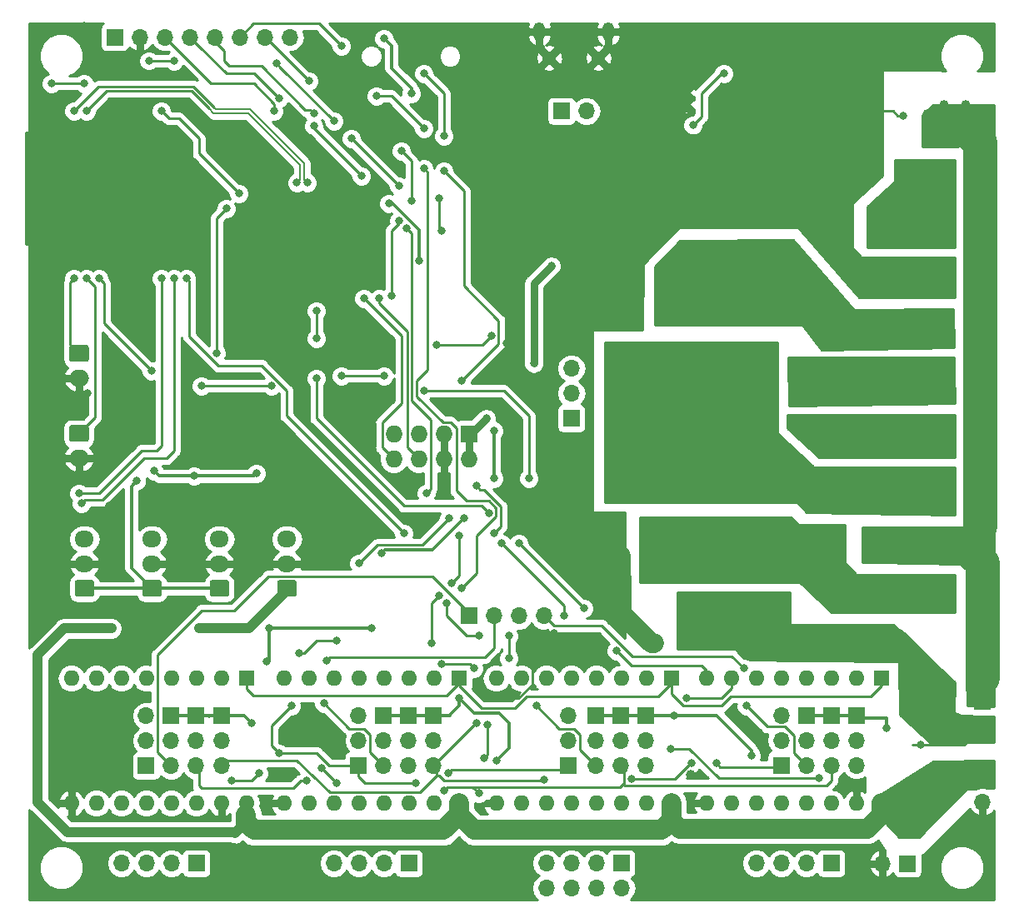
<source format=gbl>
G04 #@! TF.GenerationSoftware,KiCad,Pcbnew,5.0.2-bee76a0~70~ubuntu18.04.1*
G04 #@! TF.CreationDate,2019-07-27T20:09:16+09:00*
G04 #@! TF.ProjectId,MRR_ESPA,4d52525f-4553-4504-912e-6b696361645f,v1.2*
G04 #@! TF.SameCoordinates,Original*
G04 #@! TF.FileFunction,Copper,L2,Bot*
G04 #@! TF.FilePolarity,Positive*
%FSLAX46Y46*%
G04 Gerber Fmt 4.6, Leading zero omitted, Abs format (unit mm)*
G04 Created by KiCad (PCBNEW 5.0.2-bee76a0~70~ubuntu18.04.1) date Sat 27 Jul 2019 08:09:16 PM JST*
%MOMM*%
%LPD*%
G01*
G04 APERTURE LIST*
G04 #@! TA.AperFunction,ComponentPad*
%ADD10O,1.200000X1.900000*%
G04 #@! TD*
G04 #@! TA.AperFunction,ComponentPad*
%ADD11C,1.450000*%
G04 #@! TD*
G04 #@! TA.AperFunction,ComponentPad*
%ADD12O,1.727200X1.727200*%
G04 #@! TD*
G04 #@! TA.AperFunction,ComponentPad*
%ADD13R,1.727200X1.727200*%
G04 #@! TD*
G04 #@! TA.AperFunction,ComponentPad*
%ADD14C,2.600000*%
G04 #@! TD*
G04 #@! TA.AperFunction,ComponentPad*
%ADD15R,2.600000X2.600000*%
G04 #@! TD*
G04 #@! TA.AperFunction,ComponentPad*
%ADD16O,1.700000X1.700000*%
G04 #@! TD*
G04 #@! TA.AperFunction,ComponentPad*
%ADD17R,1.700000X1.700000*%
G04 #@! TD*
G04 #@! TA.AperFunction,ViaPad*
%ADD18C,0.600000*%
G04 #@! TD*
G04 #@! TA.AperFunction,Conductor*
%ADD19R,4.500000X2.950000*%
G04 #@! TD*
G04 #@! TA.AperFunction,ComponentPad*
%ADD20O,1.600000X1.600000*%
G04 #@! TD*
G04 #@! TA.AperFunction,ComponentPad*
%ADD21R,1.600000X1.600000*%
G04 #@! TD*
G04 #@! TA.AperFunction,ComponentPad*
%ADD22O,1.950000X1.700000*%
G04 #@! TD*
G04 #@! TA.AperFunction,Conductor*
%ADD23C,0.100000*%
G04 #@! TD*
G04 #@! TA.AperFunction,ComponentPad*
%ADD24C,1.700000*%
G04 #@! TD*
G04 #@! TA.AperFunction,ComponentPad*
%ADD25O,2.000000X1.700000*%
G04 #@! TD*
G04 #@! TA.AperFunction,ViaPad*
%ADD26C,0.800000*%
G04 #@! TD*
G04 #@! TA.AperFunction,ViaPad*
%ADD27C,1.000000*%
G04 #@! TD*
G04 #@! TA.AperFunction,Conductor*
%ADD28C,2.000000*%
G04 #@! TD*
G04 #@! TA.AperFunction,Conductor*
%ADD29C,1.500000*%
G04 #@! TD*
G04 #@! TA.AperFunction,Conductor*
%ADD30C,0.250000*%
G04 #@! TD*
G04 #@! TA.AperFunction,Conductor*
%ADD31C,1.000000*%
G04 #@! TD*
G04 #@! TA.AperFunction,Conductor*
%ADD32C,5.000000*%
G04 #@! TD*
G04 #@! TA.AperFunction,Conductor*
%ADD33C,3.500000*%
G04 #@! TD*
G04 #@! TA.AperFunction,Conductor*
%ADD34C,0.300000*%
G04 #@! TD*
G04 #@! TA.AperFunction,Conductor*
%ADD35C,0.800000*%
G04 #@! TD*
G04 #@! TA.AperFunction,Conductor*
%ADD36C,4.000000*%
G04 #@! TD*
G04 #@! TA.AperFunction,Conductor*
%ADD37C,0.200000*%
G04 #@! TD*
G04 #@! TA.AperFunction,Conductor*
%ADD38C,0.254000*%
G04 #@! TD*
G04 APERTURE END LIST*
D10*
G04 #@! TO.P,J16,6*
G04 #@! TO.N,GND*
X97592000Y-47530500D03*
X104592000Y-47530500D03*
D11*
X98592000Y-50230500D03*
X103592000Y-50230500D03*
G04 #@! TD*
D12*
G04 #@! TO.P,J15,8*
G04 #@! TO.N,UART-*
X82792247Y-91015440D03*
G04 #@! TO.P,J15,7*
G04 #@! TO.N,N/C*
X82792247Y-88475440D03*
G04 #@! TO.P,J15,6*
G04 #@! TO.N,UART+*
X85332247Y-91015440D03*
G04 #@! TO.P,J15,5*
G04 #@! TO.N,N/C*
X85332247Y-88475440D03*
G04 #@! TO.P,J15,4*
G04 #@! TO.N,GND*
X87872247Y-91015440D03*
G04 #@! TO.P,J15,3*
X87872247Y-88475440D03*
G04 #@! TO.P,J15,2*
G04 #@! TO.N,+5V*
X90412247Y-91015440D03*
D13*
G04 #@! TO.P,J15,1*
X90412247Y-88475440D03*
G04 #@! TD*
D14*
G04 #@! TO.P,J3,2*
G04 #@! TO.N,Net-(D1-Pad1)*
X132541000Y-93930000D03*
D15*
G04 #@! TO.P,J3,1*
G04 #@! TO.N,VBED*
X132541000Y-88850000D03*
G04 #@! TD*
D16*
G04 #@! TO.P,J8,2*
G04 #@! TO.N,GND*
X132460000Y-132100000D03*
D17*
G04 #@! TO.P,J8,1*
G04 #@! TO.N,VIN*
X135000000Y-132100000D03*
G04 #@! TD*
D14*
G04 #@! TO.P,J9,4*
G04 #@! TO.N,Net-(F2-Pad2)*
X132541000Y-83190000D03*
G04 #@! TO.P,J9,3*
G04 #@! TO.N,GNDD*
X132541000Y-78110000D03*
G04 #@! TO.P,J9,2*
G04 #@! TO.N,GND*
X132541000Y-73030000D03*
D15*
G04 #@! TO.P,J9,1*
G04 #@! TO.N,Net-(F1-Pad2)*
X132541000Y-67950000D03*
G04 #@! TD*
D16*
G04 #@! TO.P,J10,2*
G04 #@! TO.N,Net-(D6-Pad1)*
X142600000Y-118190000D03*
D17*
G04 #@! TO.P,J10,1*
G04 #@! TO.N,VIN*
X142600000Y-115650000D03*
G04 #@! TD*
D16*
G04 #@! TO.P,J11,2*
G04 #@! TO.N,GND*
X142625000Y-125865000D03*
D17*
G04 #@! TO.P,J11,1*
G04 #@! TO.N,VIN*
X142625000Y-123325000D03*
G04 #@! TD*
D16*
G04 #@! TO.P,J21,4*
G04 #@! TO.N,Net-(J21-Pad4)*
X55118000Y-132080000D03*
G04 #@! TO.P,J21,3*
G04 #@! TO.N,Net-(J21-Pad3)*
X57658000Y-132080000D03*
G04 #@! TO.P,J21,2*
G04 #@! TO.N,Net-(J21-Pad2)*
X60198000Y-132080000D03*
D17*
G04 #@! TO.P,J21,1*
G04 #@! TO.N,Net-(J21-Pad1)*
X62738000Y-132080000D03*
G04 #@! TD*
D16*
G04 #@! TO.P,J23,4*
G04 #@! TO.N,Net-(J23-Pad4)*
X76708000Y-132080000D03*
G04 #@! TO.P,J23,3*
G04 #@! TO.N,Net-(J23-Pad3)*
X79248000Y-132080000D03*
G04 #@! TO.P,J23,2*
G04 #@! TO.N,Net-(J23-Pad2)*
X81788000Y-132080000D03*
D17*
G04 #@! TO.P,J23,1*
G04 #@! TO.N,Net-(J23-Pad1)*
X84328000Y-132080000D03*
G04 #@! TD*
D16*
G04 #@! TO.P,J24,4*
G04 #@! TO.N,Net-(J24-Pad4)*
X119634000Y-132080000D03*
G04 #@! TO.P,J24,3*
G04 #@! TO.N,Net-(J24-Pad3)*
X122174000Y-132080000D03*
G04 #@! TO.P,J24,2*
G04 #@! TO.N,Net-(J24-Pad2)*
X124714000Y-132080000D03*
D17*
G04 #@! TO.P,J24,1*
G04 #@! TO.N,Net-(J24-Pad1)*
X127254000Y-132080000D03*
G04 #@! TD*
D16*
G04 #@! TO.P,JP1,3*
G04 #@! TO.N,MOSI*
X65275000Y-122155000D03*
G04 #@! TO.P,JP1,2*
G04 #@! TO.N,X_MS1*
X65275000Y-119615000D03*
D17*
G04 #@! TO.P,JP1,1*
G04 #@! TO.N,+3V3*
X65275000Y-117075000D03*
G04 #@! TD*
D16*
G04 #@! TO.P,JP2,3*
G04 #@! TO.N,MOSI*
X86843000Y-122141000D03*
G04 #@! TO.P,JP2,2*
G04 #@! TO.N,Y_MS1*
X86843000Y-119601000D03*
D17*
G04 #@! TO.P,JP2,1*
G04 #@! TO.N,+3V3*
X86843000Y-117061000D03*
G04 #@! TD*
D16*
G04 #@! TO.P,JP3,3*
G04 #@! TO.N,MOSI*
X108433000Y-122141000D03*
G04 #@! TO.P,JP3,2*
G04 #@! TO.N,Z_MS1*
X108433000Y-119601000D03*
D17*
G04 #@! TO.P,JP3,1*
G04 #@! TO.N,+3V3*
X108433000Y-117061000D03*
G04 #@! TD*
D16*
G04 #@! TO.P,JP4,3*
G04 #@! TO.N,MOSI*
X129794000Y-122112000D03*
G04 #@! TO.P,JP4,2*
G04 #@! TO.N,E0_MS1*
X129794000Y-119572000D03*
D17*
G04 #@! TO.P,JP4,1*
G04 #@! TO.N,+3V3*
X129794000Y-117032000D03*
G04 #@! TD*
D16*
G04 #@! TO.P,JP5,3*
G04 #@! TO.N,SCK*
X62713000Y-122166000D03*
G04 #@! TO.P,JP5,2*
G04 #@! TO.N,X_MS2*
X62713000Y-119626000D03*
D17*
G04 #@! TO.P,JP5,1*
G04 #@! TO.N,+3V3*
X62713000Y-117086000D03*
G04 #@! TD*
D16*
G04 #@! TO.P,JP6,3*
G04 #@! TO.N,SCK*
X84303000Y-122141000D03*
G04 #@! TO.P,JP6,2*
G04 #@! TO.N,Y_MS2*
X84303000Y-119601000D03*
D17*
G04 #@! TO.P,JP6,1*
G04 #@! TO.N,+3V3*
X84303000Y-117061000D03*
G04 #@! TD*
D16*
G04 #@! TO.P,JP7,3*
G04 #@! TO.N,SCK*
X105893000Y-122141000D03*
G04 #@! TO.P,JP7,2*
G04 #@! TO.N,Z_MS2*
X105893000Y-119601000D03*
D17*
G04 #@! TO.P,JP7,1*
G04 #@! TO.N,+3V3*
X105893000Y-117061000D03*
G04 #@! TD*
D16*
G04 #@! TO.P,JP8,3*
G04 #@! TO.N,SCK*
X127254000Y-122112000D03*
G04 #@! TO.P,JP8,2*
G04 #@! TO.N,E0_MS2*
X127254000Y-119572000D03*
D17*
G04 #@! TO.P,JP8,1*
G04 #@! TO.N,+3V3*
X127254000Y-117032000D03*
G04 #@! TD*
D16*
G04 #@! TO.P,JP9,3*
G04 #@! TO.N,X_CS*
X60173000Y-122166000D03*
G04 #@! TO.P,JP9,2*
G04 #@! TO.N,X_MS3*
X60173000Y-119626000D03*
D17*
G04 #@! TO.P,JP9,1*
G04 #@! TO.N,+3V3*
X60173000Y-117086000D03*
G04 #@! TD*
D16*
G04 #@! TO.P,JP10,3*
G04 #@! TO.N,Y_CS*
X81763000Y-122141000D03*
G04 #@! TO.P,JP10,2*
G04 #@! TO.N,Y_MS3*
X81763000Y-119601000D03*
D17*
G04 #@! TO.P,JP10,1*
G04 #@! TO.N,+3V3*
X81763000Y-117061000D03*
G04 #@! TD*
D16*
G04 #@! TO.P,JP11,3*
G04 #@! TO.N,Z_CS*
X103353000Y-122141000D03*
G04 #@! TO.P,JP11,2*
G04 #@! TO.N,Z_MS3*
X103353000Y-119601000D03*
D17*
G04 #@! TO.P,JP11,1*
G04 #@! TO.N,+3V3*
X103353000Y-117061000D03*
G04 #@! TD*
D16*
G04 #@! TO.P,JP12,3*
G04 #@! TO.N,E0_CS*
X124714000Y-122112000D03*
G04 #@! TO.P,JP12,2*
G04 #@! TO.N,E0_MS3*
X124714000Y-119572000D03*
D17*
G04 #@! TO.P,JP12,1*
G04 #@! TO.N,+3V3*
X124714000Y-117032000D03*
G04 #@! TD*
D16*
G04 #@! TO.P,JP13,3*
G04 #@! TO.N,X_SLP*
X57633000Y-117086000D03*
G04 #@! TO.P,JP13,2*
G04 #@! TO.N,X_RST*
X57633000Y-119626000D03*
D17*
G04 #@! TO.P,JP13,1*
G04 #@! TO.N,MISO*
X57633000Y-122166000D03*
G04 #@! TD*
D16*
G04 #@! TO.P,JP14,3*
G04 #@! TO.N,Y_SLP*
X79223000Y-117061000D03*
G04 #@! TO.P,JP14,2*
G04 #@! TO.N,Y_RST*
X79223000Y-119601000D03*
D17*
G04 #@! TO.P,JP14,1*
G04 #@! TO.N,MISO*
X79223000Y-122141000D03*
G04 #@! TD*
D16*
G04 #@! TO.P,JP15,3*
G04 #@! TO.N,Z_SLP*
X100559000Y-117061000D03*
G04 #@! TO.P,JP15,2*
G04 #@! TO.N,Z_RST*
X100559000Y-119601000D03*
D17*
G04 #@! TO.P,JP15,1*
G04 #@! TO.N,MISO*
X100559000Y-122141000D03*
G04 #@! TD*
D16*
G04 #@! TO.P,JP16,3*
G04 #@! TO.N,E0_SLP*
X122174000Y-117032000D03*
G04 #@! TO.P,JP16,2*
G04 #@! TO.N,E0_RST*
X122174000Y-119572000D03*
D17*
G04 #@! TO.P,JP16,1*
G04 #@! TO.N,MISO*
X122174000Y-122112000D03*
G04 #@! TD*
D18*
G04 #@! TO.N,GND*
G04 #@! TO.C,U2*
X108944000Y-54956000D03*
X110044000Y-54956000D03*
X110044000Y-53756000D03*
X108944000Y-53756000D03*
X112544000Y-54956000D03*
X111344000Y-54956000D03*
X111344000Y-53756000D03*
X112544000Y-53756000D03*
D19*
X110744000Y-54356000D03*
G04 #@! TD*
D20*
G04 #@! TO.P,U5,16*
G04 #@! TO.N,VIN*
X67818000Y-125984000D03*
G04 #@! TO.P,U5,8*
G04 #@! TO.N,X_DIR_PIN*
X50038000Y-113284000D03*
G04 #@! TO.P,U5,15*
G04 #@! TO.N,GND*
X65278000Y-125984000D03*
G04 #@! TO.P,U5,7*
G04 #@! TO.N,X_STEP_PIN*
X52578000Y-113284000D03*
G04 #@! TO.P,U5,14*
G04 #@! TO.N,Net-(J21-Pad1)*
X62738000Y-125984000D03*
G04 #@! TO.P,U5,6*
G04 #@! TO.N,X_SLP*
X55118000Y-113284000D03*
G04 #@! TO.P,U5,13*
G04 #@! TO.N,Net-(J21-Pad2)*
X60198000Y-125984000D03*
G04 #@! TO.P,U5,5*
G04 #@! TO.N,X_RST*
X57658000Y-113284000D03*
G04 #@! TO.P,U5,12*
G04 #@! TO.N,Net-(J21-Pad3)*
X57658000Y-125984000D03*
G04 #@! TO.P,U5,4*
G04 #@! TO.N,X_MS3*
X60198000Y-113284000D03*
G04 #@! TO.P,U5,11*
G04 #@! TO.N,Net-(J21-Pad4)*
X55118000Y-125984000D03*
G04 #@! TO.P,U5,3*
G04 #@! TO.N,X_MS2*
X62738000Y-113284000D03*
G04 #@! TO.P,U5,10*
G04 #@! TO.N,+3V3*
X52578000Y-125984000D03*
G04 #@! TO.P,U5,2*
G04 #@! TO.N,X_MS1*
X65278000Y-113284000D03*
G04 #@! TO.P,U5,9*
G04 #@! TO.N,GND*
X50038000Y-125984000D03*
D21*
G04 #@! TO.P,U5,1*
G04 #@! TO.N,MOTOR_EN_PIN*
X67818000Y-113284000D03*
G04 #@! TD*
D20*
G04 #@! TO.P,U6,16*
G04 #@! TO.N,VIN*
X110998000Y-125984000D03*
G04 #@! TO.P,U6,8*
G04 #@! TO.N,Z_DIR_PIN*
X93218000Y-113284000D03*
G04 #@! TO.P,U6,15*
G04 #@! TO.N,GND*
X108458000Y-125984000D03*
G04 #@! TO.P,U6,7*
G04 #@! TO.N,Z_STEP_PIN*
X95758000Y-113284000D03*
G04 #@! TO.P,U6,14*
G04 #@! TO.N,Z_2B*
X105918000Y-125984000D03*
G04 #@! TO.P,U6,6*
G04 #@! TO.N,Z_SLP*
X98298000Y-113284000D03*
G04 #@! TO.P,U6,13*
G04 #@! TO.N,Z_2A*
X103378000Y-125984000D03*
G04 #@! TO.P,U6,5*
G04 #@! TO.N,Z_RST*
X100838000Y-113284000D03*
G04 #@! TO.P,U6,12*
G04 #@! TO.N,Z_1B*
X100838000Y-125984000D03*
G04 #@! TO.P,U6,4*
G04 #@! TO.N,Z_MS3*
X103378000Y-113284000D03*
G04 #@! TO.P,U6,11*
G04 #@! TO.N,Z_1A*
X98298000Y-125984000D03*
G04 #@! TO.P,U6,3*
G04 #@! TO.N,Z_MS2*
X105918000Y-113284000D03*
G04 #@! TO.P,U6,10*
G04 #@! TO.N,+3V3*
X95758000Y-125984000D03*
G04 #@! TO.P,U6,2*
G04 #@! TO.N,Z_MS1*
X108458000Y-113284000D03*
G04 #@! TO.P,U6,9*
G04 #@! TO.N,GND*
X93218000Y-125984000D03*
D21*
G04 #@! TO.P,U6,1*
G04 #@! TO.N,MOTOR_EN_PIN*
X110998000Y-113284000D03*
G04 #@! TD*
D20*
G04 #@! TO.P,U8,16*
G04 #@! TO.N,VIN*
X89408000Y-125984000D03*
G04 #@! TO.P,U8,8*
G04 #@! TO.N,Y_DIR_PIN*
X71628000Y-113284000D03*
G04 #@! TO.P,U8,15*
G04 #@! TO.N,GND*
X86868000Y-125984000D03*
G04 #@! TO.P,U8,7*
G04 #@! TO.N,Y_STEP_PIN*
X74168000Y-113284000D03*
G04 #@! TO.P,U8,14*
G04 #@! TO.N,Net-(J23-Pad1)*
X84328000Y-125984000D03*
G04 #@! TO.P,U8,6*
G04 #@! TO.N,Y_SLP*
X76708000Y-113284000D03*
G04 #@! TO.P,U8,13*
G04 #@! TO.N,Net-(J23-Pad2)*
X81788000Y-125984000D03*
G04 #@! TO.P,U8,5*
G04 #@! TO.N,Y_RST*
X79248000Y-113284000D03*
G04 #@! TO.P,U8,12*
G04 #@! TO.N,Net-(J23-Pad3)*
X79248000Y-125984000D03*
G04 #@! TO.P,U8,4*
G04 #@! TO.N,Y_MS3*
X81788000Y-113284000D03*
G04 #@! TO.P,U8,11*
G04 #@! TO.N,Net-(J23-Pad4)*
X76708000Y-125984000D03*
G04 #@! TO.P,U8,3*
G04 #@! TO.N,Y_MS2*
X84328000Y-113284000D03*
G04 #@! TO.P,U8,10*
G04 #@! TO.N,+3V3*
X74168000Y-125984000D03*
G04 #@! TO.P,U8,2*
G04 #@! TO.N,Y_MS1*
X86868000Y-113284000D03*
G04 #@! TO.P,U8,9*
G04 #@! TO.N,GND*
X71628000Y-125984000D03*
D21*
G04 #@! TO.P,U8,1*
G04 #@! TO.N,MOTOR_EN_PIN*
X89408000Y-113284000D03*
G04 #@! TD*
D20*
G04 #@! TO.P,U9,16*
G04 #@! TO.N,VIN*
X132334000Y-125984000D03*
G04 #@! TO.P,U9,8*
G04 #@! TO.N,E0_DIR_PIN*
X114554000Y-113284000D03*
G04 #@! TO.P,U9,15*
G04 #@! TO.N,GND*
X129794000Y-125984000D03*
G04 #@! TO.P,U9,7*
G04 #@! TO.N,E0_STEP_PIN*
X117094000Y-113284000D03*
G04 #@! TO.P,U9,14*
G04 #@! TO.N,Net-(J24-Pad1)*
X127254000Y-125984000D03*
G04 #@! TO.P,U9,6*
G04 #@! TO.N,E0_SLP*
X119634000Y-113284000D03*
G04 #@! TO.P,U9,13*
G04 #@! TO.N,Net-(J24-Pad2)*
X124714000Y-125984000D03*
G04 #@! TO.P,U9,5*
G04 #@! TO.N,E0_RST*
X122174000Y-113284000D03*
G04 #@! TO.P,U9,12*
G04 #@! TO.N,Net-(J24-Pad3)*
X122174000Y-125984000D03*
G04 #@! TO.P,U9,4*
G04 #@! TO.N,E0_MS3*
X124714000Y-113284000D03*
G04 #@! TO.P,U9,11*
G04 #@! TO.N,Net-(J24-Pad4)*
X119634000Y-125984000D03*
G04 #@! TO.P,U9,3*
G04 #@! TO.N,E0_MS2*
X127254000Y-113284000D03*
G04 #@! TO.P,U9,10*
G04 #@! TO.N,+3V3*
X117094000Y-125984000D03*
G04 #@! TO.P,U9,2*
G04 #@! TO.N,E0_MS1*
X129794000Y-113284000D03*
G04 #@! TO.P,U9,9*
G04 #@! TO.N,GND*
X114554000Y-125984000D03*
D21*
G04 #@! TO.P,U9,1*
G04 #@! TO.N,MOTOR_EN_PIN*
X132334000Y-113284000D03*
G04 #@! TD*
D14*
G04 #@! TO.P,J7,2*
G04 #@! TO.N,Net-(D3-Pad1)*
X132541000Y-104655000D03*
D15*
G04 #@! TO.P,J7,1*
G04 #@! TO.N,VIN*
X132541000Y-99575000D03*
G04 #@! TD*
D22*
G04 #@! TO.P,J1,3*
G04 #@! TO.N,X_MIN*
X51356472Y-99137521D03*
G04 #@! TO.P,J1,2*
G04 #@! TO.N,GND*
X51356472Y-101637521D03*
D23*
G04 #@! TD*
G04 #@! TO.N,+3V3*
G04 #@! TO.C,J1*
G36*
X52105976Y-103288725D02*
X52130245Y-103292325D01*
X52154043Y-103298286D01*
X52177143Y-103306551D01*
X52199321Y-103317041D01*
X52220365Y-103329654D01*
X52240070Y-103344268D01*
X52258249Y-103360744D01*
X52274725Y-103378923D01*
X52289339Y-103398628D01*
X52301952Y-103419672D01*
X52312442Y-103441850D01*
X52320707Y-103464950D01*
X52326668Y-103488748D01*
X52330268Y-103513017D01*
X52331472Y-103537521D01*
X52331472Y-104737521D01*
X52330268Y-104762025D01*
X52326668Y-104786294D01*
X52320707Y-104810092D01*
X52312442Y-104833192D01*
X52301952Y-104855370D01*
X52289339Y-104876414D01*
X52274725Y-104896119D01*
X52258249Y-104914298D01*
X52240070Y-104930774D01*
X52220365Y-104945388D01*
X52199321Y-104958001D01*
X52177143Y-104968491D01*
X52154043Y-104976756D01*
X52130245Y-104982717D01*
X52105976Y-104986317D01*
X52081472Y-104987521D01*
X50631472Y-104987521D01*
X50606968Y-104986317D01*
X50582699Y-104982717D01*
X50558901Y-104976756D01*
X50535801Y-104968491D01*
X50513623Y-104958001D01*
X50492579Y-104945388D01*
X50472874Y-104930774D01*
X50454695Y-104914298D01*
X50438219Y-104896119D01*
X50423605Y-104876414D01*
X50410992Y-104855370D01*
X50400502Y-104833192D01*
X50392237Y-104810092D01*
X50386276Y-104786294D01*
X50382676Y-104762025D01*
X50381472Y-104737521D01*
X50381472Y-103537521D01*
X50382676Y-103513017D01*
X50386276Y-103488748D01*
X50392237Y-103464950D01*
X50400502Y-103441850D01*
X50410992Y-103419672D01*
X50423605Y-103398628D01*
X50438219Y-103378923D01*
X50454695Y-103360744D01*
X50472874Y-103344268D01*
X50492579Y-103329654D01*
X50513623Y-103317041D01*
X50535801Y-103306551D01*
X50558901Y-103298286D01*
X50582699Y-103292325D01*
X50606968Y-103288725D01*
X50631472Y-103287521D01*
X52081472Y-103287521D01*
X52105976Y-103288725D01*
X52105976Y-103288725D01*
G37*
D24*
G04 #@! TO.P,J1,1*
G04 #@! TO.N,+3V3*
X51356472Y-104137521D03*
G04 #@! TD*
D23*
G04 #@! TO.N,+3V3*
G04 #@! TO.C,J2*
G36*
X65821976Y-103288725D02*
X65846245Y-103292325D01*
X65870043Y-103298286D01*
X65893143Y-103306551D01*
X65915321Y-103317041D01*
X65936365Y-103329654D01*
X65956070Y-103344268D01*
X65974249Y-103360744D01*
X65990725Y-103378923D01*
X66005339Y-103398628D01*
X66017952Y-103419672D01*
X66028442Y-103441850D01*
X66036707Y-103464950D01*
X66042668Y-103488748D01*
X66046268Y-103513017D01*
X66047472Y-103537521D01*
X66047472Y-104737521D01*
X66046268Y-104762025D01*
X66042668Y-104786294D01*
X66036707Y-104810092D01*
X66028442Y-104833192D01*
X66017952Y-104855370D01*
X66005339Y-104876414D01*
X65990725Y-104896119D01*
X65974249Y-104914298D01*
X65956070Y-104930774D01*
X65936365Y-104945388D01*
X65915321Y-104958001D01*
X65893143Y-104968491D01*
X65870043Y-104976756D01*
X65846245Y-104982717D01*
X65821976Y-104986317D01*
X65797472Y-104987521D01*
X64347472Y-104987521D01*
X64322968Y-104986317D01*
X64298699Y-104982717D01*
X64274901Y-104976756D01*
X64251801Y-104968491D01*
X64229623Y-104958001D01*
X64208579Y-104945388D01*
X64188874Y-104930774D01*
X64170695Y-104914298D01*
X64154219Y-104896119D01*
X64139605Y-104876414D01*
X64126992Y-104855370D01*
X64116502Y-104833192D01*
X64108237Y-104810092D01*
X64102276Y-104786294D01*
X64098676Y-104762025D01*
X64097472Y-104737521D01*
X64097472Y-103537521D01*
X64098676Y-103513017D01*
X64102276Y-103488748D01*
X64108237Y-103464950D01*
X64116502Y-103441850D01*
X64126992Y-103419672D01*
X64139605Y-103398628D01*
X64154219Y-103378923D01*
X64170695Y-103360744D01*
X64188874Y-103344268D01*
X64208579Y-103329654D01*
X64229623Y-103317041D01*
X64251801Y-103306551D01*
X64274901Y-103298286D01*
X64298699Y-103292325D01*
X64322968Y-103288725D01*
X64347472Y-103287521D01*
X65797472Y-103287521D01*
X65821976Y-103288725D01*
X65821976Y-103288725D01*
G37*
D24*
G04 #@! TD*
G04 #@! TO.P,J2,1*
G04 #@! TO.N,+3V3*
X65072472Y-104137521D03*
D22*
G04 #@! TO.P,J2,2*
G04 #@! TO.N,GND*
X65072472Y-101637521D03*
G04 #@! TO.P,J2,3*
G04 #@! TO.N,Z_MIN*
X65072472Y-99137521D03*
G04 #@! TD*
D23*
G04 #@! TO.N,+3V3*
G04 #@! TO.C,J5*
G36*
X58963976Y-103288725D02*
X58988245Y-103292325D01*
X59012043Y-103298286D01*
X59035143Y-103306551D01*
X59057321Y-103317041D01*
X59078365Y-103329654D01*
X59098070Y-103344268D01*
X59116249Y-103360744D01*
X59132725Y-103378923D01*
X59147339Y-103398628D01*
X59159952Y-103419672D01*
X59170442Y-103441850D01*
X59178707Y-103464950D01*
X59184668Y-103488748D01*
X59188268Y-103513017D01*
X59189472Y-103537521D01*
X59189472Y-104737521D01*
X59188268Y-104762025D01*
X59184668Y-104786294D01*
X59178707Y-104810092D01*
X59170442Y-104833192D01*
X59159952Y-104855370D01*
X59147339Y-104876414D01*
X59132725Y-104896119D01*
X59116249Y-104914298D01*
X59098070Y-104930774D01*
X59078365Y-104945388D01*
X59057321Y-104958001D01*
X59035143Y-104968491D01*
X59012043Y-104976756D01*
X58988245Y-104982717D01*
X58963976Y-104986317D01*
X58939472Y-104987521D01*
X57489472Y-104987521D01*
X57464968Y-104986317D01*
X57440699Y-104982717D01*
X57416901Y-104976756D01*
X57393801Y-104968491D01*
X57371623Y-104958001D01*
X57350579Y-104945388D01*
X57330874Y-104930774D01*
X57312695Y-104914298D01*
X57296219Y-104896119D01*
X57281605Y-104876414D01*
X57268992Y-104855370D01*
X57258502Y-104833192D01*
X57250237Y-104810092D01*
X57244276Y-104786294D01*
X57240676Y-104762025D01*
X57239472Y-104737521D01*
X57239472Y-103537521D01*
X57240676Y-103513017D01*
X57244276Y-103488748D01*
X57250237Y-103464950D01*
X57258502Y-103441850D01*
X57268992Y-103419672D01*
X57281605Y-103398628D01*
X57296219Y-103378923D01*
X57312695Y-103360744D01*
X57330874Y-103344268D01*
X57350579Y-103329654D01*
X57371623Y-103317041D01*
X57393801Y-103306551D01*
X57416901Y-103298286D01*
X57440699Y-103292325D01*
X57464968Y-103288725D01*
X57489472Y-103287521D01*
X58939472Y-103287521D01*
X58963976Y-103288725D01*
X58963976Y-103288725D01*
G37*
D24*
G04 #@! TD*
G04 #@! TO.P,J5,1*
G04 #@! TO.N,+3V3*
X58214472Y-104137521D03*
D22*
G04 #@! TO.P,J5,2*
G04 #@! TO.N,GND*
X58214472Y-101637521D03*
G04 #@! TO.P,J5,3*
G04 #@! TO.N,Y_MIN*
X58214472Y-99137521D03*
G04 #@! TD*
G04 #@! TO.P,J6,3*
G04 #@! TO.N,Net-(D2-Pad1)*
X71930472Y-99137521D03*
G04 #@! TO.P,J6,2*
G04 #@! TO.N,GND*
X71930472Y-101637521D03*
D23*
G04 #@! TD*
G04 #@! TO.N,VIN*
G04 #@! TO.C,J6*
G36*
X72679976Y-103288725D02*
X72704245Y-103292325D01*
X72728043Y-103298286D01*
X72751143Y-103306551D01*
X72773321Y-103317041D01*
X72794365Y-103329654D01*
X72814070Y-103344268D01*
X72832249Y-103360744D01*
X72848725Y-103378923D01*
X72863339Y-103398628D01*
X72875952Y-103419672D01*
X72886442Y-103441850D01*
X72894707Y-103464950D01*
X72900668Y-103488748D01*
X72904268Y-103513017D01*
X72905472Y-103537521D01*
X72905472Y-104737521D01*
X72904268Y-104762025D01*
X72900668Y-104786294D01*
X72894707Y-104810092D01*
X72886442Y-104833192D01*
X72875952Y-104855370D01*
X72863339Y-104876414D01*
X72848725Y-104896119D01*
X72832249Y-104914298D01*
X72814070Y-104930774D01*
X72794365Y-104945388D01*
X72773321Y-104958001D01*
X72751143Y-104968491D01*
X72728043Y-104976756D01*
X72704245Y-104982717D01*
X72679976Y-104986317D01*
X72655472Y-104987521D01*
X71205472Y-104987521D01*
X71180968Y-104986317D01*
X71156699Y-104982717D01*
X71132901Y-104976756D01*
X71109801Y-104968491D01*
X71087623Y-104958001D01*
X71066579Y-104945388D01*
X71046874Y-104930774D01*
X71028695Y-104914298D01*
X71012219Y-104896119D01*
X70997605Y-104876414D01*
X70984992Y-104855370D01*
X70974502Y-104833192D01*
X70966237Y-104810092D01*
X70960276Y-104786294D01*
X70956676Y-104762025D01*
X70955472Y-104737521D01*
X70955472Y-103537521D01*
X70956676Y-103513017D01*
X70960276Y-103488748D01*
X70966237Y-103464950D01*
X70974502Y-103441850D01*
X70984992Y-103419672D01*
X70997605Y-103398628D01*
X71012219Y-103378923D01*
X71028695Y-103360744D01*
X71046874Y-103344268D01*
X71066579Y-103329654D01*
X71087623Y-103317041D01*
X71109801Y-103306551D01*
X71132901Y-103298286D01*
X71156699Y-103292325D01*
X71180968Y-103288725D01*
X71205472Y-103287521D01*
X72655472Y-103287521D01*
X72679976Y-103288725D01*
X72679976Y-103288725D01*
G37*
D24*
G04 #@! TO.P,J6,1*
G04 #@! TO.N,VIN*
X71930472Y-104137521D03*
G04 #@! TD*
D25*
G04 #@! TO.P,J12,2*
G04 #@! TO.N,GND*
X50800000Y-90892000D03*
D23*
G04 #@! TD*
G04 #@! TO.N,TEMP_BED_PIN*
G04 #@! TO.C,J12*
G36*
X51574504Y-87543204D02*
X51598773Y-87546804D01*
X51622571Y-87552765D01*
X51645671Y-87561030D01*
X51667849Y-87571520D01*
X51688893Y-87584133D01*
X51708598Y-87598747D01*
X51726777Y-87615223D01*
X51743253Y-87633402D01*
X51757867Y-87653107D01*
X51770480Y-87674151D01*
X51780970Y-87696329D01*
X51789235Y-87719429D01*
X51795196Y-87743227D01*
X51798796Y-87767496D01*
X51800000Y-87792000D01*
X51800000Y-88992000D01*
X51798796Y-89016504D01*
X51795196Y-89040773D01*
X51789235Y-89064571D01*
X51780970Y-89087671D01*
X51770480Y-89109849D01*
X51757867Y-89130893D01*
X51743253Y-89150598D01*
X51726777Y-89168777D01*
X51708598Y-89185253D01*
X51688893Y-89199867D01*
X51667849Y-89212480D01*
X51645671Y-89222970D01*
X51622571Y-89231235D01*
X51598773Y-89237196D01*
X51574504Y-89240796D01*
X51550000Y-89242000D01*
X50050000Y-89242000D01*
X50025496Y-89240796D01*
X50001227Y-89237196D01*
X49977429Y-89231235D01*
X49954329Y-89222970D01*
X49932151Y-89212480D01*
X49911107Y-89199867D01*
X49891402Y-89185253D01*
X49873223Y-89168777D01*
X49856747Y-89150598D01*
X49842133Y-89130893D01*
X49829520Y-89109849D01*
X49819030Y-89087671D01*
X49810765Y-89064571D01*
X49804804Y-89040773D01*
X49801204Y-89016504D01*
X49800000Y-88992000D01*
X49800000Y-87792000D01*
X49801204Y-87767496D01*
X49804804Y-87743227D01*
X49810765Y-87719429D01*
X49819030Y-87696329D01*
X49829520Y-87674151D01*
X49842133Y-87653107D01*
X49856747Y-87633402D01*
X49873223Y-87615223D01*
X49891402Y-87598747D01*
X49911107Y-87584133D01*
X49932151Y-87571520D01*
X49954329Y-87561030D01*
X49977429Y-87552765D01*
X50001227Y-87546804D01*
X50025496Y-87543204D01*
X50050000Y-87542000D01*
X51550000Y-87542000D01*
X51574504Y-87543204D01*
X51574504Y-87543204D01*
G37*
D24*
G04 #@! TO.P,J12,1*
G04 #@! TO.N,TEMP_BED_PIN*
X50800000Y-88392000D03*
G04 #@! TD*
D23*
G04 #@! TO.N,TEMP_E0_PIN*
G04 #@! TO.C,J13*
G36*
X51574504Y-79415204D02*
X51598773Y-79418804D01*
X51622571Y-79424765D01*
X51645671Y-79433030D01*
X51667849Y-79443520D01*
X51688893Y-79456133D01*
X51708598Y-79470747D01*
X51726777Y-79487223D01*
X51743253Y-79505402D01*
X51757867Y-79525107D01*
X51770480Y-79546151D01*
X51780970Y-79568329D01*
X51789235Y-79591429D01*
X51795196Y-79615227D01*
X51798796Y-79639496D01*
X51800000Y-79664000D01*
X51800000Y-80864000D01*
X51798796Y-80888504D01*
X51795196Y-80912773D01*
X51789235Y-80936571D01*
X51780970Y-80959671D01*
X51770480Y-80981849D01*
X51757867Y-81002893D01*
X51743253Y-81022598D01*
X51726777Y-81040777D01*
X51708598Y-81057253D01*
X51688893Y-81071867D01*
X51667849Y-81084480D01*
X51645671Y-81094970D01*
X51622571Y-81103235D01*
X51598773Y-81109196D01*
X51574504Y-81112796D01*
X51550000Y-81114000D01*
X50050000Y-81114000D01*
X50025496Y-81112796D01*
X50001227Y-81109196D01*
X49977429Y-81103235D01*
X49954329Y-81094970D01*
X49932151Y-81084480D01*
X49911107Y-81071867D01*
X49891402Y-81057253D01*
X49873223Y-81040777D01*
X49856747Y-81022598D01*
X49842133Y-81002893D01*
X49829520Y-80981849D01*
X49819030Y-80959671D01*
X49810765Y-80936571D01*
X49804804Y-80912773D01*
X49801204Y-80888504D01*
X49800000Y-80864000D01*
X49800000Y-79664000D01*
X49801204Y-79639496D01*
X49804804Y-79615227D01*
X49810765Y-79591429D01*
X49819030Y-79568329D01*
X49829520Y-79546151D01*
X49842133Y-79525107D01*
X49856747Y-79505402D01*
X49873223Y-79487223D01*
X49891402Y-79470747D01*
X49911107Y-79456133D01*
X49932151Y-79443520D01*
X49954329Y-79433030D01*
X49977429Y-79424765D01*
X50001227Y-79418804D01*
X50025496Y-79415204D01*
X50050000Y-79414000D01*
X51550000Y-79414000D01*
X51574504Y-79415204D01*
X51574504Y-79415204D01*
G37*
D24*
G04 #@! TD*
G04 #@! TO.P,J13,1*
G04 #@! TO.N,TEMP_E0_PIN*
X50800000Y-80264000D03*
D25*
G04 #@! TO.P,J13,2*
G04 #@! TO.N,GND*
X50800000Y-82764000D03*
G04 #@! TD*
D17*
G04 #@! TO.P,J14,1*
G04 #@! TO.N,+3V3*
X54452836Y-48129374D03*
D16*
G04 #@! TO.P,J14,2*
G04 #@! TO.N,GND*
X56992836Y-48129374D03*
G04 #@! TO.P,J14,3*
G04 #@! TO.N,SCL*
X59532836Y-48129374D03*
G04 #@! TO.P,J14,4*
G04 #@! TO.N,SDA*
X62072836Y-48129374D03*
G04 #@! TO.P,J14,5*
G04 #@! TO.N,MOSI*
X64612836Y-48129374D03*
G04 #@! TO.P,J14,6*
G04 #@! TO.N,MISO*
X67152836Y-48129374D03*
G04 #@! TO.P,J14,7*
G04 #@! TO.N,SCK*
X69692836Y-48129374D03*
G04 #@! TO.P,J14,8*
G04 #@! TO.N,IO0*
X72232836Y-48129374D03*
G04 #@! TD*
D17*
G04 #@! TO.P,J17,1*
G04 #@! TO.N,X_CS*
X90424000Y-106934000D03*
D16*
G04 #@! TO.P,J17,2*
G04 #@! TO.N,Y_CS*
X92964000Y-106934000D03*
G04 #@! TO.P,J17,3*
G04 #@! TO.N,Z_CS*
X95504000Y-106934000D03*
G04 #@! TO.P,J17,4*
G04 #@! TO.N,E0_CS*
X98044000Y-106934000D03*
G04 #@! TD*
D17*
G04 #@! TO.P,J22,1*
G04 #@! TO.N,Z_2B*
X105918000Y-132080000D03*
D16*
G04 #@! TO.P,J22,2*
X105918000Y-134620000D03*
G04 #@! TO.P,J22,3*
G04 #@! TO.N,Z_2A*
X103378000Y-132080000D03*
G04 #@! TO.P,J22,4*
X103378000Y-134620000D03*
G04 #@! TO.P,J22,5*
G04 #@! TO.N,Z_1B*
X100838000Y-132080000D03*
G04 #@! TO.P,J22,6*
X100838000Y-134620000D03*
G04 #@! TO.P,J22,7*
G04 #@! TO.N,Z_1A*
X98298000Y-132080000D03*
G04 #@! TO.P,J22,8*
X98298000Y-134620000D03*
G04 #@! TD*
D17*
G04 #@! TO.P,JP17,1*
G04 #@! TO.N,Net-(D15-Pad2)*
X99822000Y-55626000D03*
D16*
G04 #@! TO.P,JP17,2*
G04 #@! TO.N,VUSB*
X102362000Y-55626000D03*
G04 #@! TD*
D17*
G04 #@! TO.P,JP18,1*
G04 #@! TO.N,Net-(JP18-Pad1)*
X100838000Y-86868000D03*
D16*
G04 #@! TO.P,JP18,2*
G04 #@! TO.N,TO_HEATER_BED*
X100838000Y-84328000D03*
G04 #@! TO.P,JP18,3*
G04 #@! TO.N,Net-(JP18-Pad3)*
X100838000Y-81788000D03*
G04 #@! TD*
D26*
G04 #@! TO.N,GND*
X117094000Y-55626000D03*
X54102000Y-66040000D03*
X52070000Y-66040000D03*
X52070000Y-64262000D03*
X54102000Y-64262000D03*
X55880000Y-66040000D03*
X55880000Y-64262000D03*
X55880000Y-62484000D03*
X54102000Y-62484000D03*
X52070000Y-62484000D03*
X92964000Y-68326000D03*
X51700000Y-84300000D03*
X49500000Y-84100000D03*
D27*
X70800000Y-122800000D03*
X113000000Y-123100000D03*
X105900000Y-100800000D03*
D26*
X134570000Y-56080000D03*
X105820000Y-99630000D03*
X111150000Y-132100000D03*
X113180000Y-132160000D03*
X116020000Y-132050000D03*
X89380000Y-132160000D03*
X91090000Y-132480000D03*
X93230000Y-132320000D03*
X66810000Y-132430000D03*
X68150000Y-132430000D03*
X69490000Y-132430000D03*
X105950000Y-106700000D03*
X109220000Y-109728000D03*
X129150000Y-64950000D03*
X126150000Y-66500000D03*
X129794000Y-63500000D03*
X63246000Y-94488000D03*
X127254000Y-51816000D03*
X103124000Y-99568000D03*
X57912000Y-94742000D03*
X100838000Y-95250000D03*
X51308000Y-46990000D03*
X93980000Y-63246000D03*
X91694000Y-58166000D03*
X86868000Y-59436000D03*
X80518000Y-58420000D03*
X99060000Y-51816000D03*
X96266000Y-68326000D03*
X99060000Y-108712000D03*
X98044000Y-111252000D03*
X102108000Y-101854000D03*
X67310000Y-73152000D03*
X67818000Y-77216000D03*
X70866000Y-79248000D03*
X70358000Y-75184000D03*
X72136000Y-80264000D03*
X101854000Y-73660000D03*
X103886000Y-74676000D03*
X105664000Y-72644000D03*
X106172000Y-69850000D03*
X101854000Y-64770000D03*
X95504000Y-64770000D03*
X92456000Y-65278000D03*
X135128000Y-49276000D03*
X90424000Y-54864000D03*
X46482000Y-77978000D03*
X48006000Y-77724000D03*
X46990000Y-93980000D03*
X53848000Y-95758000D03*
X52070000Y-116840000D03*
X54102000Y-116586000D03*
X49784000Y-117094000D03*
X74930000Y-117856000D03*
X73406000Y-117094000D03*
X72644000Y-119888000D03*
X98552000Y-75184000D03*
X94742000Y-115316000D03*
X112268000Y-62230000D03*
X116840000Y-116840000D03*
X94234000Y-79248000D03*
X95504000Y-80772000D03*
X94742000Y-82296000D03*
X94234000Y-75946000D03*
X90932000Y-85344000D03*
X87884000Y-85344000D03*
X118872000Y-49530000D03*
G04 #@! TO.N,X_MIN*
X58166000Y-82042000D03*
X52832000Y-72644000D03*
G04 #@! TO.N,Z_MIN*
X65300000Y-99400000D03*
X64770000Y-80264000D03*
X65786000Y-65532000D03*
D27*
G04 #@! TO.N,VIN*
X46600000Y-119600000D03*
D26*
X142600000Y-109690000D03*
X142600000Y-109690000D03*
X142600000Y-109690000D03*
X142600000Y-109690000D03*
X142600000Y-109690000D03*
X142600000Y-109690000D03*
X142600000Y-109690000D03*
X142600000Y-109690000D03*
D27*
X142384967Y-58880000D03*
X142423428Y-61280000D03*
X142381972Y-63550000D03*
X140880000Y-57325000D03*
D26*
X142600000Y-111130000D03*
X142600000Y-107980000D03*
X135100000Y-127618630D03*
X135700000Y-125750000D03*
X137150000Y-124400000D03*
D27*
X143300000Y-55450000D03*
X140900000Y-55000000D03*
X138740000Y-55050000D03*
X137100000Y-58750000D03*
X137050000Y-55900000D03*
D26*
X62992000Y-108200000D03*
X54102000Y-108200000D03*
X136700000Y-99596013D03*
X140600000Y-99600000D03*
G04 #@! TO.N,TEMP_BED_PIN*
X51562000Y-72644000D03*
G04 #@! TO.N,TEMP_E0_PIN*
X50292000Y-72644000D03*
G04 #@! TO.N,Net-(C10-Pad1)*
X116332000Y-51816000D03*
X113199000Y-57056000D03*
G04 #@! TO.N,+3V3*
X69900000Y-111600000D03*
X84582000Y-53848000D03*
X81788000Y-48260000D03*
X58420000Y-92202000D03*
X62484000Y-92710000D03*
X68834000Y-92456000D03*
X92964000Y-88138000D03*
X92964000Y-92964000D03*
X81534000Y-100584000D03*
X89916000Y-97028000D03*
X82296000Y-65024000D03*
X56687993Y-93218000D03*
X70104000Y-108204000D03*
X80518000Y-108204000D03*
X68326000Y-117823905D03*
X111252000Y-117061000D03*
X132842000Y-118364000D03*
X93218000Y-121666000D03*
X89408000Y-115316000D03*
X85344000Y-70866000D03*
X119126000Y-121158000D03*
X79502000Y-62230000D03*
X74676000Y-57150000D03*
G04 #@! TO.N,+5V*
X98806000Y-71374000D03*
X97028000Y-81280000D03*
X92202000Y-86868000D03*
G04 #@! TO.N,Net-(D1-Pad1)*
X118630000Y-84580000D03*
X119126000Y-83058000D03*
X118680000Y-87480000D03*
X119276000Y-86080000D03*
X119176000Y-89130000D03*
X118230000Y-81780000D03*
X117560000Y-88960000D03*
X115440000Y-88980000D03*
X113570000Y-88980000D03*
X111590000Y-88980000D03*
X109770000Y-89070000D03*
X108140000Y-89090000D03*
X108900000Y-87600000D03*
X110690000Y-87520000D03*
X112620000Y-87460000D03*
X114740000Y-87360000D03*
X116780000Y-87410000D03*
X117750000Y-86210000D03*
X115630000Y-86110000D03*
X113840000Y-86020000D03*
X111610000Y-86190000D03*
X109630000Y-86270000D03*
X108000000Y-86320000D03*
X109030000Y-84830000D03*
X110500000Y-84640000D03*
X112290000Y-84690000D03*
X114390000Y-84690000D03*
X116500000Y-84500000D03*
X117430000Y-83330000D03*
X115500000Y-83230000D03*
X113410000Y-83280000D03*
X111480000Y-83310000D03*
X109930000Y-83140000D03*
X108220000Y-83420000D03*
X116260000Y-81680000D03*
X114630000Y-81810000D03*
X112620000Y-81810000D03*
X110830000Y-81760000D03*
X109140000Y-81790000D03*
X128620000Y-96100000D03*
X108204000Y-93726000D03*
X109728000Y-94234000D03*
X110744000Y-93472000D03*
X111760000Y-94488000D03*
X113030000Y-93472000D03*
X114046000Y-94742000D03*
X115316000Y-93726000D03*
X117348000Y-94742000D03*
X118110000Y-93472000D03*
X120396000Y-94742000D03*
X122428000Y-93726000D03*
X123952000Y-94742000D03*
X125476000Y-93218000D03*
X126492000Y-95250000D03*
X135128000Y-92710000D03*
X136144000Y-94234000D03*
X135128000Y-95504000D03*
X128016000Y-93472000D03*
X135128000Y-95504000D03*
X135128000Y-95504000D03*
X130302000Y-92456000D03*
X130048000Y-94996000D03*
G04 #@! TO.N,Net-(D3-Pad1)*
X122310000Y-101358000D03*
X122160000Y-99088000D03*
X120330000Y-101338000D03*
X120260000Y-98978000D03*
X118320000Y-101288000D03*
X118320000Y-98948000D03*
X117400000Y-102318000D03*
X119310000Y-102378000D03*
X117320000Y-100048000D03*
X119240000Y-100158000D03*
X121460000Y-102288000D03*
X121410000Y-100138000D03*
X121160000Y-97938000D03*
X119310000Y-97988000D03*
X117300000Y-98018000D03*
X125200000Y-103124000D03*
X126746000Y-102616000D03*
X128200000Y-105100000D03*
X129200000Y-103800000D03*
X136600000Y-105400000D03*
X138100000Y-104000000D03*
G04 #@! TO.N,VBED*
X123698000Y-87376000D03*
X124968000Y-87376000D03*
X126238000Y-87376000D03*
X127762000Y-88138000D03*
X127000000Y-89662000D03*
X128270000Y-89916000D03*
X130048000Y-90170000D03*
X136652000Y-88392000D03*
X135636000Y-89662000D03*
X129794000Y-87376000D03*
X126238000Y-90424000D03*
X129032000Y-89154000D03*
X128016000Y-86868000D03*
X126238000Y-88646000D03*
X135128000Y-87376000D03*
G04 #@! TO.N,Net-(D6-Pad1)*
X116930000Y-109030000D03*
X118900000Y-108960000D03*
X120700000Y-109020000D03*
X120690000Y-106760000D03*
X118970000Y-106900000D03*
X117060000Y-106940000D03*
X121800000Y-109840000D03*
X119860000Y-109950000D03*
X117900000Y-109950000D03*
X115890000Y-109980000D03*
X121850000Y-107900000D03*
X121830000Y-105840000D03*
X117950000Y-107970000D03*
X115890000Y-107970000D03*
X117950000Y-105910000D03*
X119950000Y-107920000D03*
X119860000Y-105840000D03*
X115890000Y-105870000D03*
X136340000Y-120037500D03*
G04 #@! TO.N,Net-(F1-Pad2)*
X137160000Y-68326000D03*
X135382000Y-68580000D03*
X135382000Y-66802000D03*
X135382000Y-65278000D03*
X136906000Y-65278000D03*
X135382000Y-63754000D03*
X137922000Y-66548000D03*
X139192000Y-67310000D03*
X138938000Y-65532000D03*
X137668000Y-64008000D03*
X136144000Y-61214000D03*
X139192000Y-64008000D03*
X133858000Y-64262000D03*
X138684000Y-68580000D03*
G04 #@! TO.N,Net-(F2-Pad2)*
X125984000Y-83566000D03*
X128778000Y-81280000D03*
X130302000Y-84582000D03*
X129540000Y-82550000D03*
X135636000Y-84074000D03*
X127508000Y-82296000D03*
X136906000Y-83058000D03*
X135382000Y-82042000D03*
X127762000Y-83566000D03*
X128778000Y-84836000D03*
X123444000Y-81280000D03*
X125984000Y-81026000D03*
X125984000Y-82296000D03*
X123444000Y-82804000D03*
X126492000Y-85090000D03*
X124714000Y-85090000D03*
G04 #@! TO.N,SS*
X70866000Y-50800000D03*
X76708000Y-56642000D03*
G04 #@! TO.N,MISO*
X77470000Y-49022000D03*
X85852000Y-51816000D03*
X87884000Y-58166000D03*
X66294000Y-123698000D03*
X69088000Y-122936000D03*
X85063653Y-123916347D03*
X88308000Y-122936000D03*
X106934000Y-123481000D03*
X113030000Y-121920000D03*
X115570000Y-121920000D03*
X72390000Y-116078000D03*
X73152000Y-110744000D03*
X76962000Y-109474000D03*
X87884000Y-61722000D03*
X89662000Y-83058000D03*
X91186000Y-93726000D03*
X92964000Y-98552000D03*
X88392000Y-97028000D03*
X79248000Y-101600000D03*
X71120000Y-120904000D03*
G04 #@! TO.N,SCK*
X91440000Y-124968000D03*
X85852000Y-57404000D03*
X81026000Y-54102000D03*
X74168000Y-52578000D03*
X76962000Y-123952000D03*
X75438000Y-122428000D03*
X73914000Y-123698000D03*
X87884000Y-124714000D03*
X85852000Y-61468000D03*
X89657347Y-104144653D03*
X88138000Y-105664000D03*
X91948000Y-121412000D03*
X92347999Y-117964001D03*
X94488000Y-111252000D03*
X94488000Y-108966000D03*
X91440000Y-108966000D03*
G04 #@! TO.N,MOSI*
X48006000Y-52832000D03*
X57912000Y-50525010D03*
X74676000Y-55880000D03*
X60452000Y-50546000D03*
X51308000Y-52832000D03*
X98044000Y-123589001D03*
X110927781Y-120434584D03*
X125984000Y-123444000D03*
X83566000Y-59690000D03*
X84582000Y-64770000D03*
X84101211Y-67577998D03*
X86106000Y-94488000D03*
X89408000Y-98806000D03*
X88646000Y-103632000D03*
X87376000Y-104902000D03*
X86614000Y-109728000D03*
X91186000Y-117856000D03*
X90932000Y-112268000D03*
X87630000Y-111831001D03*
G04 #@! TO.N,SCL*
X70612000Y-55626000D03*
G04 #@! TO.N,SDA*
X71120000Y-54356000D03*
G04 #@! TO.N,X_DIR_PIN*
X59182000Y-72644000D03*
X50800000Y-94488000D03*
G04 #@! TO.N,X_STEP_PIN*
X60452000Y-72644000D03*
X51054000Y-95504000D03*
G04 #@! TO.N,Z_STEP_PIN*
X83820000Y-98552000D03*
X61722000Y-72644000D03*
G04 #@! TO.N,IO0*
X82550000Y-74422000D03*
X83312000Y-66802000D03*
X83312000Y-63246000D03*
X78486000Y-58420000D03*
G04 #@! TO.N,HEATER_BED_PIN*
X96520000Y-92964000D03*
X85852000Y-84074000D03*
G04 #@! TO.N,E0_STEP_PIN*
X93726000Y-99568000D03*
X100076000Y-106934000D03*
X112522000Y-115316000D03*
G04 #@! TO.N,E0_DIR_PIN*
X59182000Y-55626000D03*
X67056000Y-64008000D03*
X74930000Y-75946000D03*
X74930000Y-78740000D03*
X74930000Y-82804000D03*
X92456000Y-96520000D03*
X95504000Y-99568000D03*
X102108000Y-106172000D03*
X105410000Y-110490000D03*
G04 #@! TO.N,RTS*
X87186000Y-79372000D03*
X92710000Y-78486000D03*
G04 #@! TO.N,EN*
X77470000Y-82550000D03*
X81788000Y-82550000D03*
X63246000Y-83566000D03*
X70358000Y-83566000D03*
G04 #@! TO.N,/D+*
X87376000Y-64516000D03*
X87630000Y-67818000D03*
G04 #@! TO.N,UART+*
X50292000Y-55626000D03*
X73998911Y-62924089D03*
X81280000Y-74676000D03*
G04 #@! TO.N,UART-*
X51562000Y-55626000D03*
X72948911Y-62924089D03*
X79756000Y-74676000D03*
G04 #@! TO.N,GNDD*
X111760000Y-76454000D03*
X113284000Y-75438000D03*
X110236000Y-72898000D03*
X115824000Y-71374000D03*
X118364000Y-72644000D03*
X119380000Y-74422000D03*
X128270000Y-76708000D03*
X128524000Y-78232000D03*
X127254000Y-78994000D03*
X126746000Y-75184000D03*
X118872000Y-69850000D03*
X113284000Y-69596000D03*
X123698000Y-70612000D03*
X124714000Y-74422000D03*
X121920000Y-69850000D03*
X124206000Y-72644000D03*
X120142000Y-71628000D03*
X113538000Y-72136000D03*
G04 #@! TO.N,Y_CS*
X75692000Y-115824000D03*
X75946000Y-111506000D03*
G04 #@! TO.N,Z_CS*
X97282000Y-116078000D03*
G04 #@! TO.N,E0_CS*
X118618000Y-116078000D03*
X118364000Y-112268000D03*
G04 #@! TD*
D28*
G04 #@! TO.N,GND*
X108978000Y-109728000D02*
X109220000Y-109728000D01*
X105950000Y-106700000D02*
X108978000Y-109728000D01*
D29*
X105828000Y-101694000D02*
X103378000Y-99822000D01*
D28*
X105950000Y-104870000D02*
X105950000Y-106700000D01*
X105900000Y-100800000D02*
X105950000Y-104870000D01*
D30*
X134004315Y-56080000D02*
X133550315Y-55626000D01*
X134570000Y-56080000D02*
X134004315Y-56080000D01*
X131064000Y-55626000D02*
X127762000Y-52324000D01*
X133550315Y-55626000D02*
X131064000Y-55626000D01*
X127762000Y-52324000D02*
X127254000Y-51816000D01*
X74930000Y-117856000D02*
X72898000Y-119888000D01*
X72898000Y-119888000D02*
X72644000Y-119888000D01*
X100076000Y-73660000D02*
X101854000Y-73660000D01*
X98552000Y-75184000D02*
X100076000Y-73660000D01*
X96883001Y-112412999D02*
X96883001Y-113936999D01*
X98044000Y-111252000D02*
X96883001Y-112412999D01*
X95463580Y-115316000D02*
X94742000Y-115316000D01*
X96883001Y-113936999D02*
X96842581Y-113936999D01*
X96842581Y-113936999D02*
X95463580Y-115316000D01*
D31*
X110744000Y-56081000D02*
X111506000Y-56843000D01*
X110744000Y-54356000D02*
X110744000Y-56081000D01*
X111506000Y-56843000D02*
X111506000Y-58166000D01*
X111506000Y-58166000D02*
X112268000Y-58928000D01*
X112268000Y-58928000D02*
X112268000Y-63500000D01*
D32*
X110044000Y-53756000D02*
X106264000Y-53756000D01*
D30*
G04 #@! TO.N,X_MIN*
X58166000Y-82042000D02*
X53340000Y-77216000D01*
X53340000Y-77216000D02*
X53340000Y-73152000D01*
X53340000Y-73152000D02*
X52832000Y-72644000D01*
G04 #@! TO.N,Z_MIN*
X64770000Y-80264000D02*
X64770000Y-79698315D01*
X64770000Y-79698315D02*
X64770000Y-66548000D01*
X64770000Y-66548000D02*
X65786000Y-65532000D01*
D33*
G04 #@! TO.N,VIN*
X142385000Y-58830000D02*
X140880000Y-57325000D01*
X140880000Y-57325000D02*
X142385000Y-58830000D01*
X140285000Y-57325000D02*
X139690000Y-57325000D01*
X140285000Y-57325000D02*
X140880000Y-57325000D01*
D28*
X132334000Y-127115370D02*
X130900000Y-128549370D01*
X132334000Y-125984000D02*
X132334000Y-127115370D01*
X130900000Y-128549370D02*
X111849370Y-128549370D01*
X111849370Y-128549370D02*
X111000000Y-127700000D01*
X111000000Y-126000000D02*
X111000000Y-127700000D01*
D31*
X89408000Y-127115370D02*
X89400000Y-127123370D01*
D28*
X110000000Y-128700000D02*
X111000000Y-127700000D01*
X90976630Y-128700000D02*
X110000000Y-128700000D01*
X89400000Y-127123370D02*
X90976630Y-128700000D01*
X89408000Y-125984000D02*
X89408000Y-127115370D01*
X68600000Y-128700000D02*
X87823370Y-128700000D01*
X67800000Y-127900000D02*
X68600000Y-128700000D01*
X87823370Y-128700000D02*
X89408000Y-127115370D01*
X67800000Y-127133370D02*
X67800000Y-127900000D01*
D31*
X67818000Y-125984000D02*
X67818000Y-127115370D01*
X67818000Y-127115370D02*
X67800000Y-127133370D01*
X67800000Y-127900000D02*
X66700000Y-129000000D01*
X66700000Y-129000000D02*
X66600000Y-128900000D01*
X66600000Y-128900000D02*
X49600000Y-128900000D01*
X49600000Y-128900000D02*
X46600000Y-125900000D01*
X46600000Y-125900000D02*
X46600000Y-119600000D01*
X46600000Y-110900000D02*
X49300000Y-108200000D01*
X46600000Y-119600000D02*
X46600000Y-110900000D01*
X49300000Y-108200000D02*
X54102000Y-108200000D01*
X142680000Y-115670000D02*
X142740000Y-115730000D01*
D28*
X141780000Y-123430000D02*
X142740000Y-123430000D01*
D33*
X142384967Y-58880000D02*
X142381972Y-63550000D01*
X142381972Y-63550000D02*
X142360000Y-97800000D01*
X140880000Y-57325000D02*
X142384967Y-58880000D01*
D31*
X138290000Y-99600000D02*
X138200000Y-99510000D01*
X140560000Y-99600000D02*
X140600000Y-99600000D01*
D33*
X142600000Y-101600000D02*
X142600000Y-109690000D01*
D31*
X142600000Y-115690000D02*
X142580000Y-115710000D01*
X142580000Y-115710000D02*
X142580000Y-115730000D01*
D33*
X142600000Y-109690000D02*
X142600000Y-113210000D01*
X140560000Y-99600000D02*
X132334000Y-99568000D01*
D31*
X68076000Y-108200000D02*
X72136000Y-104140000D01*
X62992000Y-108200000D02*
X68076000Y-108200000D01*
D30*
G04 #@! TO.N,TEMP_BED_PIN*
X52425001Y-86766999D02*
X51705553Y-87486447D01*
X51562000Y-72644000D02*
X52425001Y-73507001D01*
X52425001Y-73507001D02*
X52425001Y-86766999D01*
X51705553Y-87486447D02*
X50800000Y-88392000D01*
G04 #@! TO.N,TEMP_E0_PIN*
X49892001Y-73043999D02*
X49892001Y-79356001D01*
X50292000Y-72644000D02*
X49892001Y-73043999D01*
X49892001Y-79356001D02*
X50546000Y-80010000D01*
G04 #@! TO.N,Net-(C10-Pad1)*
X113199000Y-57056000D02*
X113199000Y-57056000D01*
X116078000Y-51816000D02*
X116332000Y-51816000D01*
X114046000Y-53848000D02*
X116078000Y-51816000D01*
X114046000Y-56209000D02*
X114046000Y-53848000D01*
X116332000Y-51816000D02*
X116332000Y-51816000D01*
X113199000Y-57056000D02*
X114046000Y-56209000D01*
D34*
G04 #@! TO.N,+3V3*
X128644000Y-117032000D02*
X129794000Y-117032000D01*
X128593999Y-117082001D02*
X128644000Y-117032000D01*
X128543998Y-117032000D02*
X127254000Y-117032000D01*
X128593999Y-117082001D02*
X128543998Y-117032000D01*
X127254000Y-117032000D02*
X124714000Y-117032000D01*
X109583000Y-117061000D02*
X108433000Y-117061000D01*
X108433000Y-117061000D02*
X105893000Y-117061000D01*
X105893000Y-117061000D02*
X103353000Y-117061000D01*
X107232999Y-117111001D02*
X107283000Y-117061000D01*
X107283000Y-117061000D02*
X108433000Y-117061000D01*
X86843000Y-117061000D02*
X84303000Y-117061000D01*
X84303000Y-117061000D02*
X81763000Y-117061000D01*
X85693000Y-117061000D02*
X86843000Y-117061000D01*
X85642999Y-117111001D02*
X85693000Y-117061000D01*
X66425000Y-117075000D02*
X65275000Y-117075000D01*
X67577095Y-117075000D02*
X66425000Y-117075000D01*
X62724000Y-117075000D02*
X62713000Y-117086000D01*
X65275000Y-117075000D02*
X62724000Y-117075000D01*
X62713000Y-117086000D02*
X60173000Y-117086000D01*
X64125000Y-117075000D02*
X65275000Y-117075000D01*
X64074999Y-117125001D02*
X64125000Y-117075000D01*
X84582000Y-53282315D02*
X82550000Y-51250315D01*
X84582000Y-53848000D02*
X84582000Y-53282315D01*
X82550000Y-51250315D02*
X82550000Y-49022000D01*
X82550000Y-49022000D02*
X81788000Y-48260000D01*
X58420000Y-92202000D02*
X58928000Y-92710000D01*
X58928000Y-92710000D02*
X62484000Y-92710000D01*
X62484000Y-92710000D02*
X68580000Y-92710000D01*
X68580000Y-92710000D02*
X68834000Y-92456000D01*
X92964000Y-88138000D02*
X92964000Y-92964000D01*
X81933999Y-100184001D02*
X86759999Y-100184001D01*
X81534000Y-100584000D02*
X81933999Y-100184001D01*
X86759999Y-100184001D02*
X89916000Y-97028000D01*
X82644002Y-65024000D02*
X82296000Y-65024000D01*
X85344000Y-70866000D02*
X85344000Y-70866000D01*
X85344000Y-67723998D02*
X82644002Y-65024000D01*
X58214472Y-104137521D02*
X56134000Y-102057049D01*
X56134000Y-93771993D02*
X56687993Y-93218000D01*
X56134000Y-102057049D02*
X56134000Y-93771993D01*
X52431472Y-104137521D02*
X52433951Y-104140000D01*
X51356472Y-104137521D02*
X52431472Y-104137521D01*
X52433951Y-104140000D02*
X65024000Y-104140000D01*
X65024000Y-104140000D02*
X65278000Y-103886000D01*
X70104000Y-108204000D02*
X80518000Y-108204000D01*
X70104000Y-111396000D02*
X69900000Y-111600000D01*
X70104000Y-108204000D02*
X70104000Y-111396000D01*
X68326000Y-117823905D02*
X67577095Y-117075000D01*
X111252000Y-117061000D02*
X109583000Y-117061000D01*
X112663095Y-117061000D02*
X111252000Y-117061000D01*
X132842000Y-118364000D02*
X132842000Y-117348000D01*
X132842000Y-117348000D02*
X130302000Y-117348000D01*
X130302000Y-117348000D02*
X130048000Y-117094000D01*
X93218000Y-121666000D02*
X93218000Y-121666000D01*
X89408000Y-116078000D02*
X89408000Y-115316000D01*
X88463095Y-117022905D02*
X89408000Y-116078000D01*
X86843000Y-117061000D02*
X88463095Y-117061000D01*
X88463095Y-117061000D02*
X88463095Y-117022905D01*
X89408000Y-115316000D02*
X90932000Y-116840000D01*
X90932000Y-116840000D02*
X93472000Y-116840000D01*
X93472000Y-116840000D02*
X94488000Y-117856000D01*
X94488000Y-120396000D02*
X93218000Y-121666000D01*
X94488000Y-117856000D02*
X94488000Y-120396000D01*
X85344000Y-70866000D02*
X85344000Y-67723998D01*
X115594685Y-117061000D02*
X111252000Y-117061000D01*
X119126000Y-121158000D02*
X119126000Y-120592315D01*
X119126000Y-120592315D02*
X115594685Y-117061000D01*
X79502000Y-62230000D02*
X74676000Y-57404000D01*
X74676000Y-57404000D02*
X74676000Y-57150000D01*
D35*
G04 #@! TO.N,+5V*
X98806000Y-71374000D02*
X97028000Y-73152000D01*
X97028000Y-73152000D02*
X97028000Y-81280000D01*
X90424000Y-88646000D02*
X90424000Y-90932000D01*
X92202000Y-86868000D02*
X90424000Y-88646000D01*
D36*
G04 #@! TO.N,Net-(D3-Pad1)*
X133700762Y-104648000D02*
X131862285Y-104648000D01*
X126746000Y-102616000D02*
X126746000Y-102616000D01*
X126746000Y-102616000D02*
X122428000Y-100330000D01*
D30*
G04 #@! TO.N,Net-(D6-Pad1)*
X135525000Y-120037500D02*
X136340000Y-120037500D01*
X140762500Y-120037500D02*
X142600000Y-118200000D01*
X122300000Y-106700000D02*
X121700000Y-106100000D01*
X136340000Y-120037500D02*
X140762500Y-120037500D01*
D28*
X138890000Y-114080000D02*
X133858000Y-109220000D01*
X138890000Y-117210000D02*
X138890000Y-114080000D01*
X142600000Y-118290000D02*
X139970000Y-118290000D01*
X139970000Y-118290000D02*
X138890000Y-117210000D01*
X133858000Y-109220000D02*
X121924000Y-109220000D01*
D30*
G04 #@! TO.N,SS*
X70866000Y-50800000D02*
X71265999Y-51199999D01*
X71265999Y-51199999D02*
X76708000Y-56642000D01*
G04 #@! TO.N,MISO*
X68546210Y-46736000D02*
X75184000Y-46736000D01*
X67152836Y-48129374D02*
X68546210Y-46736000D01*
X75184000Y-46736000D02*
X77470000Y-49022000D01*
X85852000Y-51816000D02*
X87884000Y-53848000D01*
X87884000Y-53848000D02*
X87884000Y-58166000D01*
X66294000Y-123698000D02*
X68326000Y-123698000D01*
X68326000Y-123698000D02*
X69088000Y-122936000D01*
X79898347Y-123916347D02*
X85063653Y-123916347D01*
X79223000Y-122141000D02*
X79223000Y-123241000D01*
X79223000Y-123241000D02*
X79898347Y-123916347D01*
X88707999Y-122536001D02*
X100221999Y-122536001D01*
X88308000Y-122936000D02*
X88707999Y-122536001D01*
X100221999Y-122536001D02*
X100584000Y-122174000D01*
X112958998Y-121920000D02*
X113030000Y-121920000D01*
X106934000Y-123481000D02*
X111397998Y-123481000D01*
X111397998Y-123481000D02*
X112958998Y-121920000D01*
X115969999Y-122319999D02*
X122282001Y-122319999D01*
X115570000Y-121920000D02*
X115969999Y-122319999D01*
X122282001Y-122319999D02*
X122428000Y-122174000D01*
X73717685Y-110744000D02*
X74987685Y-109474000D01*
X73152000Y-110744000D02*
X73717685Y-110744000D01*
X74987685Y-109474000D02*
X76962000Y-109474000D01*
X89916000Y-63754000D02*
X89916000Y-73406000D01*
X87884000Y-61722000D02*
X89916000Y-63754000D01*
X93435001Y-79284999D02*
X89662000Y-83058000D01*
X89916000Y-73406000D02*
X93435001Y-76925001D01*
X93435001Y-76925001D02*
X93435001Y-79284999D01*
X93631011Y-95788601D02*
X93631011Y-97884989D01*
X91186000Y-93726000D02*
X91585999Y-94125999D01*
X91968409Y-94125999D02*
X93631011Y-95788601D01*
X91585999Y-94125999D02*
X91968409Y-94125999D01*
X93631011Y-97884989D02*
X92964000Y-98552000D01*
X81139009Y-99708991D02*
X79248000Y-101600000D01*
X88392000Y-97028000D02*
X85711009Y-99708991D01*
X85711009Y-99708991D02*
X81139009Y-99708991D01*
X74987002Y-120904000D02*
X76257002Y-122174000D01*
X71120000Y-120904000D02*
X74987002Y-120904000D01*
X76257002Y-122174000D02*
X79502000Y-122174000D01*
X70358000Y-120142000D02*
X71120000Y-120904000D01*
X72390000Y-116078000D02*
X70358000Y-118110000D01*
X70358000Y-118110000D02*
X70358000Y-120142000D01*
G04 #@! TO.N,SCK*
X85852000Y-57404000D02*
X82550000Y-54102000D01*
X82550000Y-54102000D02*
X81026000Y-54102000D01*
X74168000Y-52578000D02*
X69850000Y-48260000D01*
X69850000Y-48260000D02*
X69342000Y-48260000D01*
X76962000Y-123952000D02*
X75438000Y-122428000D01*
X73348315Y-123698000D02*
X72586315Y-124460000D01*
X73914000Y-123698000D02*
X73348315Y-123698000D01*
X72586315Y-124460000D02*
X63246000Y-124460000D01*
X63246000Y-124460000D02*
X62992000Y-124206000D01*
X62992000Y-124206000D02*
X62992000Y-122174000D01*
X62992000Y-122174000D02*
X63246000Y-121920000D01*
X87884000Y-124714000D02*
X88283999Y-124314001D01*
X105809999Y-124314001D02*
X106172000Y-123952000D01*
X106172000Y-123952000D02*
X106172000Y-122428000D01*
X106172000Y-123952000D02*
X106172000Y-124206000D01*
X106172000Y-124206000D02*
X108345002Y-124206000D01*
X108345002Y-124206000D02*
X126746000Y-124206000D01*
X126746000Y-124206000D02*
X127254000Y-123698000D01*
X127254000Y-123698000D02*
X127254000Y-122428000D01*
X86251999Y-61867999D02*
X86251999Y-81896001D01*
X85852000Y-61468000D02*
X86251999Y-61867999D01*
X85126999Y-83021001D02*
X85126999Y-84618999D01*
X86251999Y-81896001D02*
X85126999Y-83021001D01*
X87794839Y-87286839D02*
X88556839Y-87286839D01*
X85126999Y-84618999D02*
X87794839Y-87286839D01*
X89154000Y-87884000D02*
X89154000Y-94234000D01*
X88556839Y-87286839D02*
X89154000Y-87884000D01*
X89154000Y-94234000D02*
X90170000Y-95250000D01*
X90170000Y-95250000D02*
X92456000Y-95250000D01*
X93181001Y-96868001D02*
X91243002Y-98806000D01*
X92456000Y-95250000D02*
X93181001Y-95975001D01*
X93181001Y-95975001D02*
X93181001Y-96868001D01*
X91243002Y-98806000D02*
X91186000Y-98806000D01*
X91186000Y-98806000D02*
X91186000Y-102616000D01*
X91186000Y-102616000D02*
X89657347Y-104144653D01*
X90786001Y-124314001D02*
X91440000Y-124968000D01*
X90678000Y-124314001D02*
X90786001Y-124314001D01*
X90678000Y-124314001D02*
X105809999Y-124314001D01*
X88283999Y-124314001D02*
X90678000Y-124314001D01*
X92347999Y-121012001D02*
X92347999Y-117964001D01*
X91948000Y-121412000D02*
X92347999Y-121012001D01*
X94488000Y-111252000D02*
X94488000Y-110686315D01*
X94488000Y-110686315D02*
X94488000Y-108966000D01*
X88138000Y-106229685D02*
X88138000Y-105664000D01*
X88138000Y-106933002D02*
X88138000Y-106229685D01*
X90170998Y-108966000D02*
X88138000Y-106933002D01*
X91440000Y-108966000D02*
X90170998Y-108966000D01*
G04 #@! TO.N,MOSI*
X74276001Y-55480001D02*
X73768001Y-55480001D01*
X74676000Y-55880000D02*
X74276001Y-55480001D01*
X73768001Y-55480001D02*
X69342000Y-51054000D01*
X69342000Y-51054000D02*
X66040000Y-51054000D01*
X66040000Y-51054000D02*
X65532000Y-50546000D01*
X65532000Y-50546000D02*
X65532000Y-49530000D01*
X65532000Y-49530000D02*
X64516000Y-48514000D01*
X60431010Y-50525010D02*
X60452000Y-50546000D01*
X57912000Y-50525010D02*
X60431010Y-50525010D01*
X48006000Y-52832000D02*
X51308000Y-52832000D01*
X87122000Y-123190000D02*
X87122000Y-122428000D01*
X85453001Y-124858999D02*
X87122000Y-123190000D01*
X76344999Y-124858999D02*
X85453001Y-124858999D01*
X72898000Y-121666000D02*
X76344999Y-124858999D01*
X65275000Y-122155000D02*
X66040000Y-121666000D01*
X66040000Y-121666000D02*
X72898000Y-121666000D01*
X87122000Y-123190000D02*
X87376000Y-123190000D01*
X87376000Y-123190000D02*
X87884000Y-123698000D01*
X87884000Y-123698000D02*
X97935001Y-123698000D01*
X97935001Y-123698000D02*
X98044000Y-123589001D01*
X110927781Y-120434584D02*
X112814584Y-120434584D01*
X112814584Y-120434584D02*
X115824000Y-123444000D01*
X115824000Y-123444000D02*
X125984000Y-123444000D01*
X83566000Y-59690000D02*
X84582000Y-60706000D01*
X84582000Y-60706000D02*
X84582000Y-64770000D01*
X84593655Y-68070442D02*
X84593655Y-76211655D01*
X84101211Y-67577998D02*
X84593655Y-68070442D01*
X84593655Y-76211655D02*
X84593655Y-85101655D01*
X86520848Y-94073152D02*
X86106000Y-94488000D01*
X84593655Y-85101655D02*
X86520848Y-87028848D01*
X86520848Y-87028848D02*
X86520848Y-94073152D01*
X89408000Y-98806000D02*
X89408000Y-102870000D01*
X89408000Y-102870000D02*
X88646000Y-103632000D01*
X87376000Y-104902000D02*
X86614000Y-105664000D01*
X86614000Y-105664000D02*
X86614000Y-109728000D01*
X86843000Y-122141000D02*
X91128000Y-117856000D01*
X91128000Y-117856000D02*
X91186000Y-117856000D01*
X90932000Y-112268000D02*
X90495001Y-111831001D01*
X90495001Y-111831001D02*
X87630000Y-111831001D01*
G04 #@! TO.N,SCL*
X59532836Y-48129374D02*
X64235462Y-52832000D01*
X64235462Y-52832000D02*
X68580000Y-52832000D01*
X70612000Y-55626000D02*
X70612000Y-54921002D01*
X68580000Y-52832000D02*
X70612000Y-54921002D01*
G04 #@! TO.N,SDA*
X62922835Y-48979373D02*
X62949373Y-48979373D01*
X62072836Y-48129374D02*
X62922835Y-48979373D01*
X62949373Y-48979373D02*
X65786000Y-51816000D01*
X65786000Y-51816000D02*
X68580000Y-51816000D01*
X68580000Y-51816000D02*
X71120000Y-54356000D01*
G04 #@! TO.N,MOTOR_EN_PIN*
X67818000Y-114334000D02*
X68484000Y-115000000D01*
X67818000Y-113284000D02*
X67818000Y-114334000D01*
X88200000Y-115000000D02*
X89500000Y-113700000D01*
X89500000Y-113700000D02*
X89500000Y-113300000D01*
X89500000Y-113300000D02*
X89500000Y-114000000D01*
X109650010Y-115149990D02*
X111000000Y-113800000D01*
X111000000Y-113800000D02*
X111000000Y-114000000D01*
X131300000Y-115100000D02*
X132400000Y-114000000D01*
X68484000Y-115000000D02*
X88200000Y-115000000D01*
X96266000Y-115149990D02*
X109650010Y-115149990D01*
X95083990Y-116332000D02*
X96266000Y-115149990D01*
X91694000Y-116332000D02*
X95083990Y-116332000D01*
X89408000Y-113284000D02*
X89408000Y-114046000D01*
X89408000Y-114046000D02*
X91694000Y-116332000D01*
X117602000Y-115100000D02*
X131300000Y-115100000D01*
X117602000Y-115100000D02*
X117056000Y-115100000D01*
X117056000Y-115100000D02*
X116078000Y-116078000D01*
X112210998Y-116078000D02*
X111252000Y-115119002D01*
X116078000Y-116078000D02*
X112210998Y-116078000D01*
X111252000Y-115119002D02*
X110998000Y-114865002D01*
X110998000Y-114865002D02*
X110998000Y-113284000D01*
G04 #@! TO.N,X_DIR_PIN*
X59182000Y-82296000D02*
X59182000Y-72644000D01*
X50800000Y-94488000D02*
X52832000Y-94488000D01*
X52832000Y-94488000D02*
X57150000Y-90170000D01*
X57150000Y-90170000D02*
X58674000Y-90170000D01*
X59182000Y-89662000D02*
X59182000Y-82296000D01*
X58674000Y-90170000D02*
X59182000Y-89662000D01*
G04 #@! TO.N,X_STEP_PIN*
X60452000Y-82042000D02*
X60452000Y-72644000D01*
X51453999Y-95104001D02*
X53231999Y-95104001D01*
X51054000Y-95504000D02*
X51453999Y-95104001D01*
X53231999Y-95104001D02*
X57404000Y-90932000D01*
X57404000Y-90932000D02*
X59690000Y-90932000D01*
X60452000Y-90170000D02*
X60452000Y-82042000D01*
X59690000Y-90932000D02*
X60452000Y-90170000D01*
G04 #@! TO.N,Z_STEP_PIN*
X83820000Y-98552000D02*
X71882000Y-86614000D01*
X71882000Y-84016998D02*
X69399002Y-81534000D01*
X71882000Y-86614000D02*
X71882000Y-84016998D01*
X64966998Y-81534000D02*
X61976000Y-78543002D01*
X69399002Y-81534000D02*
X64966998Y-81534000D01*
X61976000Y-78543002D02*
X61976000Y-72898000D01*
X61976000Y-72898000D02*
X61722000Y-72644000D01*
G04 #@! TO.N,IO0*
X82550000Y-74422000D02*
X82550000Y-73856315D01*
X82550000Y-73856315D02*
X82550000Y-67818000D01*
X82550000Y-67818000D02*
X83312000Y-67056000D01*
X83312000Y-67056000D02*
X83312000Y-66802000D01*
X83312000Y-63246000D02*
X78486000Y-58420000D01*
G04 #@! TO.N,HEATER_BED_PIN*
X96520000Y-92964000D02*
X96520000Y-86614000D01*
X96520000Y-86614000D02*
X93980000Y-84074000D01*
X93980000Y-84074000D02*
X85852000Y-84074000D01*
G04 #@! TO.N,E0_STEP_PIN*
X93726000Y-99568000D02*
X100076000Y-105918000D01*
X100076000Y-105918000D02*
X100076000Y-106934000D01*
X112522000Y-115316000D02*
X116078000Y-115316000D01*
X116078000Y-115316000D02*
X117094000Y-114300000D01*
X117094000Y-114300000D02*
X117094000Y-113030000D01*
G04 #@! TO.N,E0_DIR_PIN*
X62992000Y-59944000D02*
X62992000Y-58420000D01*
X74930000Y-86868000D02*
X74930000Y-82804000D01*
X83820000Y-95758000D02*
X74930000Y-86868000D01*
X60960000Y-56388000D02*
X59944000Y-56388000D01*
X91694000Y-95758000D02*
X83820000Y-95758000D01*
X59944000Y-56388000D02*
X59182000Y-55626000D01*
X62992000Y-58420000D02*
X60960000Y-56388000D01*
X67056000Y-64008000D02*
X62992000Y-59944000D01*
X74930000Y-78740000D02*
X74930000Y-75946000D01*
X92456000Y-96520000D02*
X91694000Y-95758000D01*
X102108000Y-106172000D02*
X95504000Y-99568000D01*
X106934000Y-112014000D02*
X105410000Y-110490000D01*
X114046000Y-112014000D02*
X106934000Y-112014000D01*
X114554000Y-113284000D02*
X114554000Y-112522000D01*
X114554000Y-112522000D02*
X114046000Y-112014000D01*
G04 #@! TO.N,RTS*
X87186000Y-79372000D02*
X91824000Y-79372000D01*
X91824000Y-79372000D02*
X92710000Y-78486000D01*
G04 #@! TO.N,EN*
X77470000Y-82550000D02*
X81788000Y-82550000D01*
X63246000Y-83566000D02*
X70358000Y-83566000D01*
G04 #@! TO.N,/D+*
X87376000Y-64516000D02*
X87376000Y-67564000D01*
X87376000Y-67564000D02*
X87630000Y-67818000D01*
G04 #@! TO.N,UART+*
X52774010Y-53143990D02*
X62426010Y-53143990D01*
X50292000Y-55626000D02*
X52774010Y-53143990D01*
X62426010Y-53143990D02*
X64516000Y-55233980D01*
D37*
X64516000Y-55233980D02*
X64683020Y-55401000D01*
X64683020Y-55401000D02*
X68165200Y-55401000D01*
X73698911Y-62624089D02*
X73998911Y-62924089D01*
X73698911Y-60934711D02*
X73698911Y-62624089D01*
X68165200Y-55401000D02*
X73698911Y-60934711D01*
D30*
X84143646Y-89826839D02*
X84143646Y-78047646D01*
X85332247Y-91015440D02*
X84143646Y-89826839D01*
X84143646Y-78047646D02*
X81280000Y-75184000D01*
X81280000Y-75184000D02*
X81280000Y-74676000D01*
G04 #@! TO.N,UART-*
X51562000Y-55626000D02*
X52578000Y-54610000D01*
X52578000Y-54610000D02*
X53594000Y-53594000D01*
X53594000Y-53594000D02*
X62230000Y-53594000D01*
X62230000Y-53594000D02*
X64008000Y-55372000D01*
D37*
X64008000Y-55372000D02*
X64487000Y-55851000D01*
X64487000Y-55851000D02*
X67978800Y-55851000D01*
X67978800Y-55851000D02*
X73248911Y-61121111D01*
X73248911Y-61121111D02*
X73248911Y-62624089D01*
X73248911Y-62624089D02*
X72948911Y-62924089D01*
D30*
X81603646Y-89826839D02*
X81603646Y-87306354D01*
X82792247Y-91015440D02*
X81603646Y-89826839D01*
X81603646Y-87306354D02*
X83566000Y-85344000D01*
X83566000Y-85344000D02*
X83566000Y-78486000D01*
X83566000Y-78486000D02*
X79756000Y-74676000D01*
G04 #@! TO.N,X_CS*
X58808001Y-120801001D02*
X60173000Y-122166000D01*
X58808001Y-110863999D02*
X58808001Y-120801001D01*
X90170000Y-106426000D02*
X86706511Y-102962511D01*
X90170000Y-106680000D02*
X90170000Y-106426000D01*
X86706511Y-102962511D02*
X70011489Y-102962511D01*
X70011489Y-102962511D02*
X66548000Y-106426000D01*
X66548000Y-106426000D02*
X63246000Y-106426000D01*
X63246000Y-106426000D02*
X58808001Y-110863999D01*
G04 #@! TO.N,Y_CS*
X78293999Y-118425999D02*
X75692000Y-115824000D01*
X79787001Y-118425999D02*
X78293999Y-118425999D01*
X80398001Y-119036999D02*
X79787001Y-118425999D01*
X81763000Y-122141000D02*
X80398001Y-120776001D01*
X80398001Y-120776001D02*
X80398001Y-119036999D01*
X76345999Y-111106001D02*
X77832001Y-111106001D01*
X75946000Y-111506000D02*
X76345999Y-111106001D01*
X77832001Y-111106001D02*
X92093999Y-111106001D01*
X92093999Y-111106001D02*
X92964000Y-110236000D01*
X92964000Y-110236000D02*
X92964000Y-106934000D01*
G04 #@! TO.N,Z_CS*
X99629999Y-118425999D02*
X97282000Y-116078000D01*
X101123001Y-118425999D02*
X99629999Y-118425999D01*
X101734001Y-119036999D02*
X101123001Y-118425999D01*
X103353000Y-122141000D02*
X101734001Y-120522001D01*
X101734001Y-120522001D02*
X101734001Y-119036999D01*
G04 #@! TO.N,E0_CS*
X124714000Y-122112000D02*
X123444000Y-120842000D01*
X122548003Y-118207001D02*
X120747001Y-118207001D01*
X123444000Y-120842000D02*
X123444000Y-119102998D01*
X123444000Y-119102998D02*
X122548003Y-118207001D01*
X120747001Y-118207001D02*
X118618000Y-116078000D01*
X107046012Y-111053010D02*
X103943002Y-107950000D01*
X118364000Y-112268000D02*
X117149010Y-111053010D01*
X117149010Y-111053010D02*
X107046012Y-111053010D01*
X99060000Y-107950000D02*
X98893999Y-107783999D01*
X103943002Y-107950000D02*
X99060000Y-107950000D01*
X98893999Y-107783999D02*
X98044000Y-106934000D01*
G04 #@! TD*
D38*
G04 #@! TO.N,GND*
G36*
X60732843Y-69131000D02*
X45386843Y-69131000D01*
X45386843Y-57785000D01*
X60732843Y-57785000D01*
X60732843Y-69131000D01*
X60732843Y-69131000D01*
G37*
X60732843Y-69131000D02*
X45386843Y-69131000D01*
X45386843Y-57785000D01*
X60732843Y-57785000D01*
X60732843Y-69131000D01*
G04 #@! TO.N,Net-(D1-Pad1)*
G36*
X121793000Y-88392000D02*
X121802667Y-88440601D01*
X121833583Y-88485065D01*
X125389583Y-91787065D01*
X125431775Y-91813051D01*
X125475901Y-91821000D01*
X133179901Y-91827000D01*
X133180112Y-91827000D01*
X139827000Y-91821113D01*
X139827000Y-96644866D01*
X124767480Y-96393874D01*
X123787803Y-95414197D01*
X123746601Y-95386667D01*
X123698000Y-95377000D01*
X104267000Y-95377000D01*
X104267000Y-79121000D01*
X121793000Y-79121000D01*
X121793000Y-88392000D01*
X121793000Y-88392000D01*
G37*
X121793000Y-88392000D02*
X121802667Y-88440601D01*
X121833583Y-88485065D01*
X125389583Y-91787065D01*
X125431775Y-91813051D01*
X125475901Y-91821000D01*
X133179901Y-91827000D01*
X133180112Y-91827000D01*
X139827000Y-91821113D01*
X139827000Y-96644866D01*
X124767480Y-96393874D01*
X123787803Y-95414197D01*
X123746601Y-95386667D01*
X123698000Y-95377000D01*
X104267000Y-95377000D01*
X104267000Y-79121000D01*
X121793000Y-79121000D01*
X121793000Y-88392000D01*
G04 #@! TO.N,Net-(D6-Pad1)*
G36*
X123063000Y-107696000D02*
X123072667Y-107744601D01*
X123100197Y-107785803D01*
X123141399Y-107813333D01*
X123190000Y-107823000D01*
X133553757Y-107823000D01*
X139802282Y-113684326D01*
X139763011Y-116698345D01*
X139772044Y-116747068D01*
X139799035Y-116788625D01*
X139840886Y-116817119D01*
X140460886Y-117077119D01*
X140508976Y-117086996D01*
X141497462Y-117094968D01*
X141502235Y-117098157D01*
X141750000Y-117147440D01*
X143450000Y-117147440D01*
X143627444Y-117112145D01*
X143790001Y-117113455D01*
X143790001Y-119779076D01*
X137359157Y-119862353D01*
X134236271Y-116963924D01*
X134166989Y-111718323D01*
X134156681Y-111669854D01*
X134128609Y-111629019D01*
X134087047Y-111602036D01*
X134041838Y-111593013D01*
X125061838Y-111463013D01*
X125056211Y-111463057D01*
X124388756Y-111482981D01*
X118988963Y-111429252D01*
X118950280Y-111390569D01*
X118569874Y-111233000D01*
X118403802Y-111233000D01*
X117739341Y-110568540D01*
X117696939Y-110505081D01*
X117445547Y-110337106D01*
X117223862Y-110293010D01*
X117223857Y-110293010D01*
X117149010Y-110278122D01*
X117074163Y-110293010D01*
X111633000Y-110293010D01*
X111633000Y-104521000D01*
X123063000Y-104521000D01*
X123063000Y-107696000D01*
X123063000Y-107696000D01*
G37*
X123063000Y-107696000D02*
X123072667Y-107744601D01*
X123100197Y-107785803D01*
X123141399Y-107813333D01*
X123190000Y-107823000D01*
X133553757Y-107823000D01*
X139802282Y-113684326D01*
X139763011Y-116698345D01*
X139772044Y-116747068D01*
X139799035Y-116788625D01*
X139840886Y-116817119D01*
X140460886Y-117077119D01*
X140508976Y-117086996D01*
X141497462Y-117094968D01*
X141502235Y-117098157D01*
X141750000Y-117147440D01*
X143450000Y-117147440D01*
X143627444Y-117112145D01*
X143790001Y-117113455D01*
X143790001Y-119779076D01*
X137359157Y-119862353D01*
X134236271Y-116963924D01*
X134166989Y-111718323D01*
X134156681Y-111669854D01*
X134128609Y-111629019D01*
X134087047Y-111602036D01*
X134041838Y-111593013D01*
X125061838Y-111463013D01*
X125056211Y-111463057D01*
X124388756Y-111482981D01*
X118988963Y-111429252D01*
X118950280Y-111390569D01*
X118569874Y-111233000D01*
X118403802Y-111233000D01*
X117739341Y-110568540D01*
X117696939Y-110505081D01*
X117445547Y-110337106D01*
X117223862Y-110293010D01*
X117223857Y-110293010D01*
X117149010Y-110278122D01*
X117074163Y-110293010D01*
X111633000Y-110293010D01*
X111633000Y-104521000D01*
X123063000Y-104521000D01*
X123063000Y-107696000D01*
G04 #@! TO.N,Net-(D3-Pad1)*
G36*
X123862197Y-97625803D02*
X123903399Y-97653333D01*
X123952000Y-97663000D01*
X128651000Y-97663000D01*
X128651000Y-101600000D01*
X128660667Y-101648601D01*
X128688197Y-101689803D01*
X129704197Y-102705803D01*
X129745399Y-102733333D01*
X129794000Y-102743000D01*
X139827000Y-102743000D01*
X139827000Y-106553000D01*
X127303655Y-106553000D01*
X124038142Y-103538680D01*
X123995872Y-103512819D01*
X123952000Y-103505000D01*
X107823000Y-103505000D01*
X107823000Y-96901000D01*
X123137394Y-96901000D01*
X123862197Y-97625803D01*
X123862197Y-97625803D01*
G37*
X123862197Y-97625803D02*
X123903399Y-97653333D01*
X123952000Y-97663000D01*
X128651000Y-97663000D01*
X128651000Y-101600000D01*
X128660667Y-101648601D01*
X128688197Y-101689803D01*
X129704197Y-102705803D01*
X129745399Y-102733333D01*
X129794000Y-102743000D01*
X139827000Y-102743000D01*
X139827000Y-106553000D01*
X127303655Y-106553000D01*
X124038142Y-103538680D01*
X123995872Y-103512819D01*
X123952000Y-103505000D01*
X107823000Y-103505000D01*
X107823000Y-96901000D01*
X123137394Y-96901000D01*
X123862197Y-97625803D01*
G04 #@! TO.N,VIN*
G36*
X143790001Y-124425260D02*
X143120147Y-124449399D01*
X142771256Y-124380000D01*
X142478744Y-124380000D01*
X142045582Y-124466161D01*
X142010842Y-124489373D01*
X141075426Y-124523082D01*
X141027205Y-124534494D01*
X140989744Y-124560654D01*
X136178795Y-129420594D01*
X136144000Y-129413000D01*
X134164606Y-129413000D01*
X132940692Y-128189086D01*
X132439670Y-127437553D01*
X132419632Y-127414212D01*
X131580776Y-126648300D01*
X131548216Y-126363400D01*
X131695947Y-125486243D01*
X137568200Y-121686550D01*
X143790001Y-121611701D01*
X143790001Y-124425260D01*
X143790001Y-124425260D01*
G37*
X143790001Y-124425260D02*
X143120147Y-124449399D01*
X142771256Y-124380000D01*
X142478744Y-124380000D01*
X142045582Y-124466161D01*
X142010842Y-124489373D01*
X141075426Y-124523082D01*
X141027205Y-124534494D01*
X140989744Y-124560654D01*
X136178795Y-129420594D01*
X136144000Y-129413000D01*
X134164606Y-129413000D01*
X132940692Y-128189086D01*
X132439670Y-127437553D01*
X132419632Y-127414212D01*
X131580776Y-126648300D01*
X131548216Y-126363400D01*
X131695947Y-125486243D01*
X137568200Y-121686550D01*
X143790001Y-121611701D01*
X143790001Y-124425260D01*
G04 #@! TO.N,Net-(F1-Pad2)*
G36*
X139827000Y-69469000D02*
X130937000Y-69469000D01*
X130937000Y-65334180D01*
X133689429Y-62831972D01*
X133718888Y-62792127D01*
X133731000Y-62738000D01*
X133731000Y-60579000D01*
X139827000Y-60579000D01*
X139827000Y-69469000D01*
X139827000Y-69469000D01*
G37*
X139827000Y-69469000D02*
X130937000Y-69469000D01*
X130937000Y-65334180D01*
X133689429Y-62831972D01*
X133718888Y-62792127D01*
X133731000Y-62738000D01*
X133731000Y-60579000D01*
X139827000Y-60579000D01*
X139827000Y-69469000D01*
G04 #@! TO.N,Net-(F2-Pad2)*
G36*
X139723000Y-80684435D02*
X139723000Y-81943212D01*
X139723013Y-81945045D01*
X139771183Y-85282519D01*
X122946248Y-85548487D01*
X122917745Y-80674573D01*
X139723000Y-80684435D01*
X139723000Y-80684435D01*
G37*
X139723000Y-80684435D02*
X139723000Y-81943212D01*
X139723013Y-81945045D01*
X139771183Y-85282519D01*
X122946248Y-85548487D01*
X122917745Y-80674573D01*
X139723000Y-80684435D01*
G04 #@! TO.N,VBED*
G36*
X139827000Y-90805000D02*
X126033655Y-90805000D01*
X122809000Y-87828395D01*
X122809000Y-86487000D01*
X139827000Y-86487000D01*
X139827000Y-90805000D01*
X139827000Y-90805000D01*
G37*
X139827000Y-90805000D02*
X126033655Y-90805000D01*
X122809000Y-87828395D01*
X122809000Y-86487000D01*
X139827000Y-86487000D01*
X139827000Y-90805000D01*
G04 #@! TO.N,VIN*
G36*
X143790001Y-97975653D02*
X143790001Y-102032198D01*
X140801027Y-102121421D01*
X140339803Y-101660197D01*
X140298601Y-101632667D01*
X140252261Y-101623020D01*
X131828261Y-101473020D01*
X131826000Y-101473000D01*
X130429000Y-101473000D01*
X130429000Y-97917554D01*
X143790001Y-97975653D01*
X143790001Y-97975653D01*
G37*
X143790001Y-97975653D02*
X143790001Y-102032198D01*
X140801027Y-102121421D01*
X140339803Y-101660197D01*
X140298601Y-101632667D01*
X140252261Y-101623020D01*
X131828261Y-101473020D01*
X131826000Y-101473000D01*
X130429000Y-101473000D01*
X130429000Y-97917554D01*
X143790001Y-97975653D01*
G36*
X143790001Y-113061051D02*
X143790001Y-116110324D01*
X141073323Y-116026734D01*
X140981022Y-112980795D01*
X143790001Y-113061051D01*
X143790001Y-113061051D01*
G37*
X143790001Y-113061051D02*
X143790001Y-116110324D01*
X141073323Y-116026734D01*
X140981022Y-112980795D01*
X143790001Y-113061051D01*
G36*
X143790000Y-59174379D02*
X136527000Y-59222162D01*
X136527000Y-56052606D01*
X137602606Y-54977000D01*
X143790000Y-54977000D01*
X143790000Y-59174379D01*
X143790000Y-59174379D01*
G37*
X143790000Y-59174379D02*
X136527000Y-59222162D01*
X136527000Y-56052606D01*
X137602606Y-54977000D01*
X143790000Y-54977000D01*
X143790000Y-59174379D01*
G04 #@! TO.N,GNDD*
G36*
X129443574Y-75774651D02*
X129482543Y-75805260D01*
X129541263Y-75818994D01*
X139672511Y-75718254D01*
X139719510Y-79684958D01*
X126229785Y-79892037D01*
X124306654Y-77392555D01*
X124269356Y-77359932D01*
X124206000Y-77343000D01*
X109347000Y-77343000D01*
X109347000Y-71425960D01*
X111901792Y-68826450D01*
X123386107Y-68707606D01*
X129443574Y-75774651D01*
X129443574Y-75774651D01*
G37*
X129443574Y-75774651D02*
X129482543Y-75805260D01*
X129541263Y-75818994D01*
X139672511Y-75718254D01*
X139719510Y-79684958D01*
X126229785Y-79892037D01*
X124306654Y-77392555D01*
X124269356Y-77359932D01*
X124206000Y-77343000D01*
X109347000Y-77343000D01*
X109347000Y-71425960D01*
X111901792Y-68826450D01*
X123386107Y-68707606D01*
X129443574Y-75774651D01*
G04 #@! TO.N,GND*
G36*
X142899000Y-126119000D02*
X142879000Y-126119000D01*
X142879000Y-127169386D01*
X143104758Y-127270388D01*
X143606057Y-126979814D01*
X143790001Y-126739240D01*
X143790001Y-135790000D01*
X106839900Y-135790000D01*
X106988625Y-135690625D01*
X107316839Y-135199418D01*
X107432092Y-134620000D01*
X107316839Y-134040582D01*
X106988625Y-133549375D01*
X106970381Y-133537184D01*
X107015765Y-133528157D01*
X107225809Y-133387809D01*
X107366157Y-133177765D01*
X107415440Y-132930000D01*
X107415440Y-132080000D01*
X118119908Y-132080000D01*
X118235161Y-132659418D01*
X118563375Y-133150625D01*
X119054582Y-133478839D01*
X119487744Y-133565000D01*
X119780256Y-133565000D01*
X120213418Y-133478839D01*
X120704625Y-133150625D01*
X120904000Y-132852239D01*
X121103375Y-133150625D01*
X121594582Y-133478839D01*
X122027744Y-133565000D01*
X122320256Y-133565000D01*
X122753418Y-133478839D01*
X123244625Y-133150625D01*
X123444000Y-132852239D01*
X123643375Y-133150625D01*
X124134582Y-133478839D01*
X124567744Y-133565000D01*
X124860256Y-133565000D01*
X125293418Y-133478839D01*
X125784625Y-133150625D01*
X125796816Y-133132381D01*
X125805843Y-133177765D01*
X125946191Y-133387809D01*
X126156235Y-133528157D01*
X126404000Y-133577440D01*
X128104000Y-133577440D01*
X128351765Y-133528157D01*
X128561809Y-133387809D01*
X128702157Y-133177765D01*
X128751440Y-132930000D01*
X128751440Y-132579758D01*
X131054612Y-132579758D01*
X131345186Y-133081057D01*
X131805480Y-133432999D01*
X131980245Y-133505368D01*
X132206000Y-133401700D01*
X132206000Y-132354000D01*
X131155614Y-132354000D01*
X131054612Y-132579758D01*
X128751440Y-132579758D01*
X128751440Y-131620242D01*
X131054612Y-131620242D01*
X131155614Y-131846000D01*
X132206000Y-131846000D01*
X132206000Y-130798300D01*
X131980245Y-130694632D01*
X131805480Y-130767001D01*
X131345186Y-131118943D01*
X131054612Y-131620242D01*
X128751440Y-131620242D01*
X128751440Y-131230000D01*
X128702157Y-130982235D01*
X128561809Y-130772191D01*
X128351765Y-130631843D01*
X128104000Y-130582560D01*
X126404000Y-130582560D01*
X126156235Y-130631843D01*
X125946191Y-130772191D01*
X125805843Y-130982235D01*
X125796816Y-131027619D01*
X125784625Y-131009375D01*
X125293418Y-130681161D01*
X124860256Y-130595000D01*
X124567744Y-130595000D01*
X124134582Y-130681161D01*
X123643375Y-131009375D01*
X123444000Y-131307761D01*
X123244625Y-131009375D01*
X122753418Y-130681161D01*
X122320256Y-130595000D01*
X122027744Y-130595000D01*
X121594582Y-130681161D01*
X121103375Y-131009375D01*
X120904000Y-131307761D01*
X120704625Y-131009375D01*
X120213418Y-130681161D01*
X119780256Y-130595000D01*
X119487744Y-130595000D01*
X119054582Y-130681161D01*
X118563375Y-131009375D01*
X118235161Y-131500582D01*
X118119908Y-132080000D01*
X107415440Y-132080000D01*
X107415440Y-131230000D01*
X107366157Y-130982235D01*
X107225809Y-130772191D01*
X107015765Y-130631843D01*
X106768000Y-130582560D01*
X105068000Y-130582560D01*
X104820235Y-130631843D01*
X104610191Y-130772191D01*
X104469843Y-130982235D01*
X104460816Y-131027619D01*
X104448625Y-131009375D01*
X103957418Y-130681161D01*
X103524256Y-130595000D01*
X103231744Y-130595000D01*
X102798582Y-130681161D01*
X102307375Y-131009375D01*
X102108000Y-131307761D01*
X101908625Y-131009375D01*
X101417418Y-130681161D01*
X100984256Y-130595000D01*
X100691744Y-130595000D01*
X100258582Y-130681161D01*
X99767375Y-131009375D01*
X99568000Y-131307761D01*
X99368625Y-131009375D01*
X98877418Y-130681161D01*
X98444256Y-130595000D01*
X98151744Y-130595000D01*
X97718582Y-130681161D01*
X97227375Y-131009375D01*
X96899161Y-131500582D01*
X96783908Y-132080000D01*
X96899161Y-132659418D01*
X97227375Y-133150625D01*
X97525761Y-133350000D01*
X97227375Y-133549375D01*
X96899161Y-134040582D01*
X96783908Y-134620000D01*
X96899161Y-135199418D01*
X97227375Y-135690625D01*
X97376100Y-135790000D01*
X45710000Y-135790000D01*
X45710000Y-132055431D01*
X46765000Y-132055431D01*
X46765000Y-132944569D01*
X47105259Y-133766026D01*
X47733974Y-134394741D01*
X48555431Y-134735000D01*
X49444569Y-134735000D01*
X50266026Y-134394741D01*
X50894741Y-133766026D01*
X51235000Y-132944569D01*
X51235000Y-132080000D01*
X53603908Y-132080000D01*
X53719161Y-132659418D01*
X54047375Y-133150625D01*
X54538582Y-133478839D01*
X54971744Y-133565000D01*
X55264256Y-133565000D01*
X55697418Y-133478839D01*
X56188625Y-133150625D01*
X56388000Y-132852239D01*
X56587375Y-133150625D01*
X57078582Y-133478839D01*
X57511744Y-133565000D01*
X57804256Y-133565000D01*
X58237418Y-133478839D01*
X58728625Y-133150625D01*
X58928000Y-132852239D01*
X59127375Y-133150625D01*
X59618582Y-133478839D01*
X60051744Y-133565000D01*
X60344256Y-133565000D01*
X60777418Y-133478839D01*
X61268625Y-133150625D01*
X61280816Y-133132381D01*
X61289843Y-133177765D01*
X61430191Y-133387809D01*
X61640235Y-133528157D01*
X61888000Y-133577440D01*
X63588000Y-133577440D01*
X63835765Y-133528157D01*
X64045809Y-133387809D01*
X64186157Y-133177765D01*
X64235440Y-132930000D01*
X64235440Y-132080000D01*
X75193908Y-132080000D01*
X75309161Y-132659418D01*
X75637375Y-133150625D01*
X76128582Y-133478839D01*
X76561744Y-133565000D01*
X76854256Y-133565000D01*
X77287418Y-133478839D01*
X77778625Y-133150625D01*
X77978000Y-132852239D01*
X78177375Y-133150625D01*
X78668582Y-133478839D01*
X79101744Y-133565000D01*
X79394256Y-133565000D01*
X79827418Y-133478839D01*
X80318625Y-133150625D01*
X80518000Y-132852239D01*
X80717375Y-133150625D01*
X81208582Y-133478839D01*
X81641744Y-133565000D01*
X81934256Y-133565000D01*
X82367418Y-133478839D01*
X82858625Y-133150625D01*
X82870816Y-133132381D01*
X82879843Y-133177765D01*
X83020191Y-133387809D01*
X83230235Y-133528157D01*
X83478000Y-133577440D01*
X85178000Y-133577440D01*
X85425765Y-133528157D01*
X85635809Y-133387809D01*
X85776157Y-133177765D01*
X85825440Y-132930000D01*
X85825440Y-131230000D01*
X85776157Y-130982235D01*
X85635809Y-130772191D01*
X85425765Y-130631843D01*
X85178000Y-130582560D01*
X83478000Y-130582560D01*
X83230235Y-130631843D01*
X83020191Y-130772191D01*
X82879843Y-130982235D01*
X82870816Y-131027619D01*
X82858625Y-131009375D01*
X82367418Y-130681161D01*
X81934256Y-130595000D01*
X81641744Y-130595000D01*
X81208582Y-130681161D01*
X80717375Y-131009375D01*
X80518000Y-131307761D01*
X80318625Y-131009375D01*
X79827418Y-130681161D01*
X79394256Y-130595000D01*
X79101744Y-130595000D01*
X78668582Y-130681161D01*
X78177375Y-131009375D01*
X77978000Y-131307761D01*
X77778625Y-131009375D01*
X77287418Y-130681161D01*
X76854256Y-130595000D01*
X76561744Y-130595000D01*
X76128582Y-130681161D01*
X75637375Y-131009375D01*
X75309161Y-131500582D01*
X75193908Y-132080000D01*
X64235440Y-132080000D01*
X64235440Y-131230000D01*
X64186157Y-130982235D01*
X64045809Y-130772191D01*
X63835765Y-130631843D01*
X63588000Y-130582560D01*
X61888000Y-130582560D01*
X61640235Y-130631843D01*
X61430191Y-130772191D01*
X61289843Y-130982235D01*
X61280816Y-131027619D01*
X61268625Y-131009375D01*
X60777418Y-130681161D01*
X60344256Y-130595000D01*
X60051744Y-130595000D01*
X59618582Y-130681161D01*
X59127375Y-131009375D01*
X58928000Y-131307761D01*
X58728625Y-131009375D01*
X58237418Y-130681161D01*
X57804256Y-130595000D01*
X57511744Y-130595000D01*
X57078582Y-130681161D01*
X56587375Y-131009375D01*
X56388000Y-131307761D01*
X56188625Y-131009375D01*
X55697418Y-130681161D01*
X55264256Y-130595000D01*
X54971744Y-130595000D01*
X54538582Y-130681161D01*
X54047375Y-131009375D01*
X53719161Y-131500582D01*
X53603908Y-132080000D01*
X51235000Y-132080000D01*
X51235000Y-132055431D01*
X50894741Y-131233974D01*
X50266026Y-130605259D01*
X49444569Y-130265000D01*
X48555431Y-130265000D01*
X47733974Y-130605259D01*
X47105259Y-131233974D01*
X46765000Y-132055431D01*
X45710000Y-132055431D01*
X45710000Y-126610966D01*
X45781711Y-126718289D01*
X45876482Y-126781613D01*
X48718389Y-129623521D01*
X48781711Y-129718289D01*
X49157145Y-129969146D01*
X49600000Y-130057235D01*
X49711783Y-130035000D01*
X66206043Y-130035000D01*
X66257146Y-130069146D01*
X66626525Y-130142620D01*
X66699999Y-130157235D01*
X66700000Y-130157235D01*
X67142854Y-130069146D01*
X67423523Y-129881608D01*
X67424501Y-129880954D01*
X67962055Y-130240136D01*
X68438969Y-130335000D01*
X68438970Y-130335000D01*
X68600000Y-130367031D01*
X68761030Y-130335000D01*
X87662340Y-130335000D01*
X87823370Y-130367031D01*
X87984400Y-130335000D01*
X87984401Y-130335000D01*
X88461315Y-130240136D01*
X89002139Y-129878769D01*
X89093358Y-129742250D01*
X89399999Y-129435609D01*
X89706645Y-129742255D01*
X89797861Y-129878769D01*
X89934374Y-129969984D01*
X89934376Y-129969986D01*
X90338684Y-130240136D01*
X90976630Y-130367031D01*
X91137661Y-130335000D01*
X109838970Y-130335000D01*
X110000000Y-130367031D01*
X110161030Y-130335000D01*
X110161031Y-130335000D01*
X110637945Y-130240136D01*
X111037402Y-129973228D01*
X111211424Y-130089506D01*
X111849370Y-130216401D01*
X112010401Y-130184370D01*
X130738970Y-130184370D01*
X130900000Y-130216401D01*
X131061030Y-130184370D01*
X131061031Y-130184370D01*
X131537945Y-130089506D01*
X131983231Y-129791975D01*
X132731833Y-130790111D01*
X132714000Y-130798300D01*
X132714000Y-131846000D01*
X132734000Y-131846000D01*
X132734000Y-132354000D01*
X132714000Y-132354000D01*
X132714000Y-133401700D01*
X132939755Y-133505368D01*
X133114520Y-133432999D01*
X133534726Y-133111709D01*
X133551843Y-133197765D01*
X133692191Y-133407809D01*
X133902235Y-133548157D01*
X134150000Y-133597440D01*
X135850000Y-133597440D01*
X136097765Y-133548157D01*
X136307809Y-133407809D01*
X136448157Y-133197765D01*
X136497440Y-132950000D01*
X136497440Y-132055431D01*
X138265000Y-132055431D01*
X138265000Y-132944569D01*
X138605259Y-133766026D01*
X139233974Y-134394741D01*
X140055431Y-134735000D01*
X140944569Y-134735000D01*
X141766026Y-134394741D01*
X142394741Y-133766026D01*
X142735000Y-132944569D01*
X142735000Y-132055431D01*
X142394741Y-131233974D01*
X141766026Y-130605259D01*
X140944569Y-130265000D01*
X140055431Y-130265000D01*
X139233974Y-130605259D01*
X138605259Y-131233974D01*
X138265000Y-132055431D01*
X136497440Y-132055431D01*
X136497440Y-131250000D01*
X136485704Y-131191000D01*
X136652000Y-131191000D01*
X136700601Y-131181333D01*
X136741803Y-131153803D01*
X141328435Y-126567171D01*
X141643943Y-126979814D01*
X142145242Y-127270388D01*
X142371000Y-127169386D01*
X142371000Y-126119000D01*
X142351000Y-126119000D01*
X142351000Y-126055250D01*
X142899000Y-126005432D01*
X142899000Y-126119000D01*
X142899000Y-126119000D01*
G37*
X142899000Y-126119000D02*
X142879000Y-126119000D01*
X142879000Y-127169386D01*
X143104758Y-127270388D01*
X143606057Y-126979814D01*
X143790001Y-126739240D01*
X143790001Y-135790000D01*
X106839900Y-135790000D01*
X106988625Y-135690625D01*
X107316839Y-135199418D01*
X107432092Y-134620000D01*
X107316839Y-134040582D01*
X106988625Y-133549375D01*
X106970381Y-133537184D01*
X107015765Y-133528157D01*
X107225809Y-133387809D01*
X107366157Y-133177765D01*
X107415440Y-132930000D01*
X107415440Y-132080000D01*
X118119908Y-132080000D01*
X118235161Y-132659418D01*
X118563375Y-133150625D01*
X119054582Y-133478839D01*
X119487744Y-133565000D01*
X119780256Y-133565000D01*
X120213418Y-133478839D01*
X120704625Y-133150625D01*
X120904000Y-132852239D01*
X121103375Y-133150625D01*
X121594582Y-133478839D01*
X122027744Y-133565000D01*
X122320256Y-133565000D01*
X122753418Y-133478839D01*
X123244625Y-133150625D01*
X123444000Y-132852239D01*
X123643375Y-133150625D01*
X124134582Y-133478839D01*
X124567744Y-133565000D01*
X124860256Y-133565000D01*
X125293418Y-133478839D01*
X125784625Y-133150625D01*
X125796816Y-133132381D01*
X125805843Y-133177765D01*
X125946191Y-133387809D01*
X126156235Y-133528157D01*
X126404000Y-133577440D01*
X128104000Y-133577440D01*
X128351765Y-133528157D01*
X128561809Y-133387809D01*
X128702157Y-133177765D01*
X128751440Y-132930000D01*
X128751440Y-132579758D01*
X131054612Y-132579758D01*
X131345186Y-133081057D01*
X131805480Y-133432999D01*
X131980245Y-133505368D01*
X132206000Y-133401700D01*
X132206000Y-132354000D01*
X131155614Y-132354000D01*
X131054612Y-132579758D01*
X128751440Y-132579758D01*
X128751440Y-131620242D01*
X131054612Y-131620242D01*
X131155614Y-131846000D01*
X132206000Y-131846000D01*
X132206000Y-130798300D01*
X131980245Y-130694632D01*
X131805480Y-130767001D01*
X131345186Y-131118943D01*
X131054612Y-131620242D01*
X128751440Y-131620242D01*
X128751440Y-131230000D01*
X128702157Y-130982235D01*
X128561809Y-130772191D01*
X128351765Y-130631843D01*
X128104000Y-130582560D01*
X126404000Y-130582560D01*
X126156235Y-130631843D01*
X125946191Y-130772191D01*
X125805843Y-130982235D01*
X125796816Y-131027619D01*
X125784625Y-131009375D01*
X125293418Y-130681161D01*
X124860256Y-130595000D01*
X124567744Y-130595000D01*
X124134582Y-130681161D01*
X123643375Y-131009375D01*
X123444000Y-131307761D01*
X123244625Y-131009375D01*
X122753418Y-130681161D01*
X122320256Y-130595000D01*
X122027744Y-130595000D01*
X121594582Y-130681161D01*
X121103375Y-131009375D01*
X120904000Y-131307761D01*
X120704625Y-131009375D01*
X120213418Y-130681161D01*
X119780256Y-130595000D01*
X119487744Y-130595000D01*
X119054582Y-130681161D01*
X118563375Y-131009375D01*
X118235161Y-131500582D01*
X118119908Y-132080000D01*
X107415440Y-132080000D01*
X107415440Y-131230000D01*
X107366157Y-130982235D01*
X107225809Y-130772191D01*
X107015765Y-130631843D01*
X106768000Y-130582560D01*
X105068000Y-130582560D01*
X104820235Y-130631843D01*
X104610191Y-130772191D01*
X104469843Y-130982235D01*
X104460816Y-131027619D01*
X104448625Y-131009375D01*
X103957418Y-130681161D01*
X103524256Y-130595000D01*
X103231744Y-130595000D01*
X102798582Y-130681161D01*
X102307375Y-131009375D01*
X102108000Y-131307761D01*
X101908625Y-131009375D01*
X101417418Y-130681161D01*
X100984256Y-130595000D01*
X100691744Y-130595000D01*
X100258582Y-130681161D01*
X99767375Y-131009375D01*
X99568000Y-131307761D01*
X99368625Y-131009375D01*
X98877418Y-130681161D01*
X98444256Y-130595000D01*
X98151744Y-130595000D01*
X97718582Y-130681161D01*
X97227375Y-131009375D01*
X96899161Y-131500582D01*
X96783908Y-132080000D01*
X96899161Y-132659418D01*
X97227375Y-133150625D01*
X97525761Y-133350000D01*
X97227375Y-133549375D01*
X96899161Y-134040582D01*
X96783908Y-134620000D01*
X96899161Y-135199418D01*
X97227375Y-135690625D01*
X97376100Y-135790000D01*
X45710000Y-135790000D01*
X45710000Y-132055431D01*
X46765000Y-132055431D01*
X46765000Y-132944569D01*
X47105259Y-133766026D01*
X47733974Y-134394741D01*
X48555431Y-134735000D01*
X49444569Y-134735000D01*
X50266026Y-134394741D01*
X50894741Y-133766026D01*
X51235000Y-132944569D01*
X51235000Y-132080000D01*
X53603908Y-132080000D01*
X53719161Y-132659418D01*
X54047375Y-133150625D01*
X54538582Y-133478839D01*
X54971744Y-133565000D01*
X55264256Y-133565000D01*
X55697418Y-133478839D01*
X56188625Y-133150625D01*
X56388000Y-132852239D01*
X56587375Y-133150625D01*
X57078582Y-133478839D01*
X57511744Y-133565000D01*
X57804256Y-133565000D01*
X58237418Y-133478839D01*
X58728625Y-133150625D01*
X58928000Y-132852239D01*
X59127375Y-133150625D01*
X59618582Y-133478839D01*
X60051744Y-133565000D01*
X60344256Y-133565000D01*
X60777418Y-133478839D01*
X61268625Y-133150625D01*
X61280816Y-133132381D01*
X61289843Y-133177765D01*
X61430191Y-133387809D01*
X61640235Y-133528157D01*
X61888000Y-133577440D01*
X63588000Y-133577440D01*
X63835765Y-133528157D01*
X64045809Y-133387809D01*
X64186157Y-133177765D01*
X64235440Y-132930000D01*
X64235440Y-132080000D01*
X75193908Y-132080000D01*
X75309161Y-132659418D01*
X75637375Y-133150625D01*
X76128582Y-133478839D01*
X76561744Y-133565000D01*
X76854256Y-133565000D01*
X77287418Y-133478839D01*
X77778625Y-133150625D01*
X77978000Y-132852239D01*
X78177375Y-133150625D01*
X78668582Y-133478839D01*
X79101744Y-133565000D01*
X79394256Y-133565000D01*
X79827418Y-133478839D01*
X80318625Y-133150625D01*
X80518000Y-132852239D01*
X80717375Y-133150625D01*
X81208582Y-133478839D01*
X81641744Y-133565000D01*
X81934256Y-133565000D01*
X82367418Y-133478839D01*
X82858625Y-133150625D01*
X82870816Y-133132381D01*
X82879843Y-133177765D01*
X83020191Y-133387809D01*
X83230235Y-133528157D01*
X83478000Y-133577440D01*
X85178000Y-133577440D01*
X85425765Y-133528157D01*
X85635809Y-133387809D01*
X85776157Y-133177765D01*
X85825440Y-132930000D01*
X85825440Y-131230000D01*
X85776157Y-130982235D01*
X85635809Y-130772191D01*
X85425765Y-130631843D01*
X85178000Y-130582560D01*
X83478000Y-130582560D01*
X83230235Y-130631843D01*
X83020191Y-130772191D01*
X82879843Y-130982235D01*
X82870816Y-131027619D01*
X82858625Y-131009375D01*
X82367418Y-130681161D01*
X81934256Y-130595000D01*
X81641744Y-130595000D01*
X81208582Y-130681161D01*
X80717375Y-131009375D01*
X80518000Y-131307761D01*
X80318625Y-131009375D01*
X79827418Y-130681161D01*
X79394256Y-130595000D01*
X79101744Y-130595000D01*
X78668582Y-130681161D01*
X78177375Y-131009375D01*
X77978000Y-131307761D01*
X77778625Y-131009375D01*
X77287418Y-130681161D01*
X76854256Y-130595000D01*
X76561744Y-130595000D01*
X76128582Y-130681161D01*
X75637375Y-131009375D01*
X75309161Y-131500582D01*
X75193908Y-132080000D01*
X64235440Y-132080000D01*
X64235440Y-131230000D01*
X64186157Y-130982235D01*
X64045809Y-130772191D01*
X63835765Y-130631843D01*
X63588000Y-130582560D01*
X61888000Y-130582560D01*
X61640235Y-130631843D01*
X61430191Y-130772191D01*
X61289843Y-130982235D01*
X61280816Y-131027619D01*
X61268625Y-131009375D01*
X60777418Y-130681161D01*
X60344256Y-130595000D01*
X60051744Y-130595000D01*
X59618582Y-130681161D01*
X59127375Y-131009375D01*
X58928000Y-131307761D01*
X58728625Y-131009375D01*
X58237418Y-130681161D01*
X57804256Y-130595000D01*
X57511744Y-130595000D01*
X57078582Y-130681161D01*
X56587375Y-131009375D01*
X56388000Y-131307761D01*
X56188625Y-131009375D01*
X55697418Y-130681161D01*
X55264256Y-130595000D01*
X54971744Y-130595000D01*
X54538582Y-130681161D01*
X54047375Y-131009375D01*
X53719161Y-131500582D01*
X53603908Y-132080000D01*
X51235000Y-132080000D01*
X51235000Y-132055431D01*
X50894741Y-131233974D01*
X50266026Y-130605259D01*
X49444569Y-130265000D01*
X48555431Y-130265000D01*
X47733974Y-130605259D01*
X47105259Y-131233974D01*
X46765000Y-132055431D01*
X45710000Y-132055431D01*
X45710000Y-126610966D01*
X45781711Y-126718289D01*
X45876482Y-126781613D01*
X48718389Y-129623521D01*
X48781711Y-129718289D01*
X49157145Y-129969146D01*
X49600000Y-130057235D01*
X49711783Y-130035000D01*
X66206043Y-130035000D01*
X66257146Y-130069146D01*
X66626525Y-130142620D01*
X66699999Y-130157235D01*
X66700000Y-130157235D01*
X67142854Y-130069146D01*
X67423523Y-129881608D01*
X67424501Y-129880954D01*
X67962055Y-130240136D01*
X68438969Y-130335000D01*
X68438970Y-130335000D01*
X68600000Y-130367031D01*
X68761030Y-130335000D01*
X87662340Y-130335000D01*
X87823370Y-130367031D01*
X87984400Y-130335000D01*
X87984401Y-130335000D01*
X88461315Y-130240136D01*
X89002139Y-129878769D01*
X89093358Y-129742250D01*
X89399999Y-129435609D01*
X89706645Y-129742255D01*
X89797861Y-129878769D01*
X89934374Y-129969984D01*
X89934376Y-129969986D01*
X90338684Y-130240136D01*
X90976630Y-130367031D01*
X91137661Y-130335000D01*
X109838970Y-130335000D01*
X110000000Y-130367031D01*
X110161030Y-130335000D01*
X110161031Y-130335000D01*
X110637945Y-130240136D01*
X111037402Y-129973228D01*
X111211424Y-130089506D01*
X111849370Y-130216401D01*
X112010401Y-130184370D01*
X130738970Y-130184370D01*
X130900000Y-130216401D01*
X131061030Y-130184370D01*
X131061031Y-130184370D01*
X131537945Y-130089506D01*
X131983231Y-129791975D01*
X132731833Y-130790111D01*
X132714000Y-130798300D01*
X132714000Y-131846000D01*
X132734000Y-131846000D01*
X132734000Y-132354000D01*
X132714000Y-132354000D01*
X132714000Y-133401700D01*
X132939755Y-133505368D01*
X133114520Y-133432999D01*
X133534726Y-133111709D01*
X133551843Y-133197765D01*
X133692191Y-133407809D01*
X133902235Y-133548157D01*
X134150000Y-133597440D01*
X135850000Y-133597440D01*
X136097765Y-133548157D01*
X136307809Y-133407809D01*
X136448157Y-133197765D01*
X136497440Y-132950000D01*
X136497440Y-132055431D01*
X138265000Y-132055431D01*
X138265000Y-132944569D01*
X138605259Y-133766026D01*
X139233974Y-134394741D01*
X140055431Y-134735000D01*
X140944569Y-134735000D01*
X141766026Y-134394741D01*
X142394741Y-133766026D01*
X142735000Y-132944569D01*
X142735000Y-132055431D01*
X142394741Y-131233974D01*
X141766026Y-130605259D01*
X140944569Y-130265000D01*
X140055431Y-130265000D01*
X139233974Y-130605259D01*
X138605259Y-131233974D01*
X138265000Y-132055431D01*
X136497440Y-132055431D01*
X136497440Y-131250000D01*
X136485704Y-131191000D01*
X136652000Y-131191000D01*
X136700601Y-131181333D01*
X136741803Y-131153803D01*
X141328435Y-126567171D01*
X141643943Y-126979814D01*
X142145242Y-127270388D01*
X142371000Y-127169386D01*
X142371000Y-126119000D01*
X142351000Y-126119000D01*
X142351000Y-126055250D01*
X142899000Y-126005432D01*
X142899000Y-126119000D01*
G36*
X53145027Y-46821565D02*
X53004679Y-47031609D01*
X52955396Y-47279374D01*
X52955396Y-48979374D01*
X53004679Y-49227139D01*
X53145027Y-49437183D01*
X53355071Y-49577531D01*
X53602836Y-49626814D01*
X55302836Y-49626814D01*
X55550601Y-49577531D01*
X55760645Y-49437183D01*
X55900993Y-49227139D01*
X55918110Y-49141083D01*
X56338316Y-49462373D01*
X56513081Y-49534742D01*
X56738836Y-49431074D01*
X56738836Y-48383374D01*
X56718836Y-48383374D01*
X56718836Y-47875374D01*
X56738836Y-47875374D01*
X56738836Y-47855374D01*
X57246836Y-47855374D01*
X57246836Y-47875374D01*
X57266836Y-47875374D01*
X57266836Y-48383374D01*
X57246836Y-48383374D01*
X57246836Y-49431074D01*
X57472591Y-49534742D01*
X57647356Y-49462373D01*
X58107650Y-49110431D01*
X58244551Y-48874248D01*
X58462211Y-49199999D01*
X58953418Y-49528213D01*
X59386580Y-49614374D01*
X59679092Y-49614374D01*
X59899244Y-49570583D01*
X59958711Y-49630051D01*
X59865720Y-49668569D01*
X59769279Y-49765010D01*
X58615711Y-49765010D01*
X58498280Y-49647579D01*
X58117874Y-49490010D01*
X57706126Y-49490010D01*
X57325720Y-49647579D01*
X57034569Y-49938730D01*
X56877000Y-50319136D01*
X56877000Y-50730884D01*
X57034569Y-51111290D01*
X57325720Y-51402441D01*
X57706126Y-51560010D01*
X58117874Y-51560010D01*
X58498280Y-51402441D01*
X58615711Y-51285010D01*
X59727299Y-51285010D01*
X59865720Y-51423431D01*
X60246126Y-51581000D01*
X60657874Y-51581000D01*
X61038280Y-51423431D01*
X61329431Y-51132280D01*
X61367949Y-51039289D01*
X62825610Y-52496951D01*
X62722547Y-52428086D01*
X62500862Y-52383990D01*
X62500857Y-52383990D01*
X62426010Y-52369102D01*
X62351163Y-52383990D01*
X52848856Y-52383990D01*
X52774009Y-52369102D01*
X52699162Y-52383990D01*
X52699158Y-52383990D01*
X52477473Y-52428086D01*
X52307901Y-52541390D01*
X52185431Y-52245720D01*
X51894280Y-51954569D01*
X51513874Y-51797000D01*
X51102126Y-51797000D01*
X50721720Y-51954569D01*
X50604289Y-52072000D01*
X49838085Y-52072000D01*
X50266026Y-51894741D01*
X50894741Y-51266026D01*
X51235000Y-50444569D01*
X51235000Y-49555431D01*
X50894741Y-48733974D01*
X50266026Y-48105259D01*
X49444569Y-47765000D01*
X48555431Y-47765000D01*
X47733974Y-48105259D01*
X47105259Y-48733974D01*
X46765000Y-49555431D01*
X46765000Y-50444569D01*
X47105259Y-51266026D01*
X47684236Y-51845003D01*
X47419720Y-51954569D01*
X47128569Y-52245720D01*
X46971000Y-52626126D01*
X46971000Y-53037874D01*
X47128569Y-53418280D01*
X47419720Y-53709431D01*
X47800126Y-53867000D01*
X48211874Y-53867000D01*
X48592280Y-53709431D01*
X48709711Y-53592000D01*
X50604289Y-53592000D01*
X50721720Y-53709431D01*
X51013082Y-53830117D01*
X50252199Y-54591000D01*
X50086126Y-54591000D01*
X49705720Y-54748569D01*
X49414569Y-55039720D01*
X49257000Y-55420126D01*
X49257000Y-55831874D01*
X49414569Y-56212280D01*
X49705720Y-56503431D01*
X50086126Y-56661000D01*
X50497874Y-56661000D01*
X50878280Y-56503431D01*
X50927000Y-56454711D01*
X50975720Y-56503431D01*
X51356126Y-56661000D01*
X51767874Y-56661000D01*
X52148280Y-56503431D01*
X52439431Y-56212280D01*
X52597000Y-55831874D01*
X52597000Y-55665801D01*
X53168329Y-55094473D01*
X53168331Y-55094470D01*
X53908802Y-54354000D01*
X61915199Y-54354000D01*
X63523527Y-55962329D01*
X63630079Y-56033525D01*
X63916090Y-56319537D01*
X63957095Y-56380905D01*
X64200217Y-56543354D01*
X64414612Y-56586000D01*
X64414615Y-56586000D01*
X64486999Y-56600398D01*
X64559383Y-56586000D01*
X67674354Y-56586000D01*
X72513911Y-61425558D01*
X72513912Y-61983996D01*
X72362631Y-62046658D01*
X72071480Y-62337809D01*
X71913911Y-62718215D01*
X71913911Y-63129963D01*
X72071480Y-63510369D01*
X72362631Y-63801520D01*
X72743037Y-63959089D01*
X73154785Y-63959089D01*
X73473911Y-63826903D01*
X73793037Y-63959089D01*
X74204785Y-63959089D01*
X74585191Y-63801520D01*
X74876342Y-63510369D01*
X75033911Y-63129963D01*
X75033911Y-62718215D01*
X74876342Y-62337809D01*
X74585191Y-62046658D01*
X74433911Y-61983996D01*
X74433911Y-61007094D01*
X74448309Y-60934710D01*
X74433911Y-60862324D01*
X74433911Y-60862323D01*
X74391265Y-60647928D01*
X74228816Y-60404806D01*
X74167449Y-60363802D01*
X70464646Y-56661000D01*
X70817874Y-56661000D01*
X71198280Y-56503431D01*
X71489431Y-56212280D01*
X71647000Y-55831874D01*
X71647000Y-55420126D01*
X71589675Y-55281730D01*
X71706280Y-55233431D01*
X71997431Y-54942280D01*
X72043722Y-54830524D01*
X73177671Y-55964473D01*
X73220072Y-56027930D01*
X73471464Y-56195905D01*
X73693149Y-56240001D01*
X73693153Y-56240001D01*
X73705891Y-56242535D01*
X73798569Y-56466280D01*
X73847289Y-56515000D01*
X73798569Y-56563720D01*
X73641000Y-56944126D01*
X73641000Y-57355874D01*
X73798569Y-57736280D01*
X74089720Y-58027431D01*
X74259669Y-58097826D01*
X78467000Y-62305157D01*
X78467000Y-62435874D01*
X78624569Y-62816280D01*
X78915720Y-63107431D01*
X79296126Y-63265000D01*
X79707874Y-63265000D01*
X80088280Y-63107431D01*
X80379431Y-62816280D01*
X80537000Y-62435874D01*
X80537000Y-62024126D01*
X80379431Y-61643720D01*
X80088280Y-61352569D01*
X79707874Y-61195000D01*
X79577157Y-61195000D01*
X75711000Y-57328843D01*
X75711000Y-56944126D01*
X75553431Y-56563720D01*
X75504711Y-56515000D01*
X75505455Y-56514256D01*
X75673000Y-56681802D01*
X75673000Y-56847874D01*
X75830569Y-57228280D01*
X76121720Y-57519431D01*
X76502126Y-57677000D01*
X76913874Y-57677000D01*
X77294280Y-57519431D01*
X77585431Y-57228280D01*
X77743000Y-56847874D01*
X77743000Y-56436126D01*
X77585431Y-56055720D01*
X77294280Y-55764569D01*
X76913874Y-55607000D01*
X76747802Y-55607000D01*
X74642523Y-53501722D01*
X74754280Y-53455431D01*
X75045431Y-53164280D01*
X75203000Y-52783874D01*
X75203000Y-52372126D01*
X75045431Y-51991720D01*
X74754280Y-51700569D01*
X74373874Y-51543000D01*
X74207802Y-51543000D01*
X72279175Y-49614374D01*
X72379092Y-49614374D01*
X72812254Y-49528213D01*
X73303461Y-49199999D01*
X73631675Y-48708792D01*
X73746928Y-48129374D01*
X73631675Y-47549956D01*
X73595623Y-47496000D01*
X74869199Y-47496000D01*
X76435000Y-49061802D01*
X76435000Y-49227874D01*
X76592569Y-49608280D01*
X76883720Y-49899431D01*
X77264126Y-50057000D01*
X77675874Y-50057000D01*
X78056280Y-49899431D01*
X78143477Y-49812234D01*
X79381000Y-49812234D01*
X79381000Y-50263766D01*
X79553793Y-50680926D01*
X79873074Y-51000207D01*
X80290234Y-51173000D01*
X80741766Y-51173000D01*
X81158926Y-51000207D01*
X81478207Y-50680926D01*
X81651000Y-50263766D01*
X81651000Y-49812234D01*
X81478207Y-49395074D01*
X81233889Y-49150756D01*
X81582126Y-49295000D01*
X81712843Y-49295000D01*
X81765001Y-49347158D01*
X81765000Y-51173003D01*
X81749622Y-51250315D01*
X81765000Y-51327627D01*
X81765000Y-51327630D01*
X81803158Y-51519462D01*
X81810546Y-51556606D01*
X81938384Y-51747928D01*
X81984047Y-51816268D01*
X82049592Y-51860064D01*
X83630373Y-53440846D01*
X83547000Y-53642126D01*
X83547000Y-54024199D01*
X83140331Y-53617530D01*
X83097929Y-53554071D01*
X82846537Y-53386096D01*
X82624852Y-53342000D01*
X82624847Y-53342000D01*
X82550000Y-53327112D01*
X82475153Y-53342000D01*
X81729711Y-53342000D01*
X81612280Y-53224569D01*
X81231874Y-53067000D01*
X80820126Y-53067000D01*
X80439720Y-53224569D01*
X80148569Y-53515720D01*
X79991000Y-53896126D01*
X79991000Y-54307874D01*
X80148569Y-54688280D01*
X80439720Y-54979431D01*
X80820126Y-55137000D01*
X81231874Y-55137000D01*
X81612280Y-54979431D01*
X81729711Y-54862000D01*
X82235199Y-54862000D01*
X84817000Y-57443802D01*
X84817000Y-57609874D01*
X84974569Y-57990280D01*
X85265720Y-58281431D01*
X85646126Y-58439000D01*
X86057874Y-58439000D01*
X86438280Y-58281431D01*
X86729431Y-57990280D01*
X86887000Y-57609874D01*
X86887000Y-57198126D01*
X86729431Y-56817720D01*
X86438280Y-56526569D01*
X86057874Y-56369000D01*
X85891802Y-56369000D01*
X84405801Y-54883000D01*
X84787874Y-54883000D01*
X85168280Y-54725431D01*
X85459431Y-54434280D01*
X85617000Y-54053874D01*
X85617000Y-53642126D01*
X85459431Y-53261720D01*
X85358133Y-53160422D01*
X85321454Y-52976023D01*
X85226557Y-52834000D01*
X85191749Y-52781906D01*
X85191747Y-52781904D01*
X85147953Y-52716362D01*
X85082411Y-52672568D01*
X84019969Y-51610126D01*
X84817000Y-51610126D01*
X84817000Y-52021874D01*
X84974569Y-52402280D01*
X85265720Y-52693431D01*
X85646126Y-52851000D01*
X85812199Y-52851000D01*
X87124000Y-54162802D01*
X87124001Y-57462288D01*
X87006569Y-57579720D01*
X86849000Y-57960126D01*
X86849000Y-58371874D01*
X87006569Y-58752280D01*
X87297720Y-59043431D01*
X87678126Y-59201000D01*
X88089874Y-59201000D01*
X88470280Y-59043431D01*
X88761431Y-58752280D01*
X88919000Y-58371874D01*
X88919000Y-57960126D01*
X88761431Y-57579720D01*
X88644000Y-57462289D01*
X88644000Y-54776000D01*
X98324560Y-54776000D01*
X98324560Y-56476000D01*
X98373843Y-56723765D01*
X98514191Y-56933809D01*
X98724235Y-57074157D01*
X98972000Y-57123440D01*
X100672000Y-57123440D01*
X100919765Y-57074157D01*
X101129809Y-56933809D01*
X101270157Y-56723765D01*
X101279184Y-56678381D01*
X101291375Y-56696625D01*
X101782582Y-57024839D01*
X102215744Y-57111000D01*
X102508256Y-57111000D01*
X102941418Y-57024839D01*
X103202894Y-56850126D01*
X112164000Y-56850126D01*
X112164000Y-57261874D01*
X112321569Y-57642280D01*
X112612720Y-57933431D01*
X112993126Y-58091000D01*
X113404874Y-58091000D01*
X113785280Y-57933431D01*
X114076431Y-57642280D01*
X114234000Y-57261874D01*
X114234000Y-57095802D01*
X114530473Y-56799329D01*
X114593929Y-56756929D01*
X114761904Y-56505537D01*
X114806000Y-56283852D01*
X114806000Y-56283847D01*
X114820888Y-56209000D01*
X114806000Y-56134153D01*
X114806000Y-54162801D01*
X116120240Y-52848562D01*
X116126126Y-52851000D01*
X116537874Y-52851000D01*
X116918280Y-52693431D01*
X117209431Y-52402280D01*
X117367000Y-52021874D01*
X117367000Y-51610126D01*
X117209431Y-51229720D01*
X116918280Y-50938569D01*
X116537874Y-50781000D01*
X116126126Y-50781000D01*
X115745720Y-50938569D01*
X115454569Y-51229720D01*
X115359174Y-51460024D01*
X113561528Y-53257671D01*
X113498072Y-53300071D01*
X113455672Y-53363527D01*
X113455671Y-53363528D01*
X113427594Y-53405548D01*
X113393811Y-53323986D01*
X113201808Y-53310324D01*
X112756132Y-53756000D01*
X113201808Y-54201676D01*
X113286001Y-54195685D01*
X113286001Y-54516315D01*
X113201808Y-54510324D01*
X112756132Y-54956000D01*
X113201808Y-55401676D01*
X113286000Y-55395685D01*
X113286000Y-55894198D01*
X113159198Y-56021000D01*
X112993126Y-56021000D01*
X112612720Y-56178569D01*
X112321569Y-56469720D01*
X112164000Y-56850126D01*
X103202894Y-56850126D01*
X103432625Y-56696625D01*
X103760839Y-56205418D01*
X103876092Y-55626000D01*
X103760839Y-55046582D01*
X103650923Y-54882080D01*
X107993553Y-54882080D01*
X108037614Y-55251426D01*
X108094189Y-55388014D01*
X108286192Y-55401676D01*
X108731868Y-54956000D01*
X108286192Y-54510324D01*
X108094189Y-54523986D01*
X107993553Y-54882080D01*
X103650923Y-54882080D01*
X103432625Y-54555375D01*
X102941418Y-54227161D01*
X102508256Y-54141000D01*
X102215744Y-54141000D01*
X101782582Y-54227161D01*
X101291375Y-54555375D01*
X101279184Y-54573619D01*
X101270157Y-54528235D01*
X101129809Y-54318191D01*
X100919765Y-54177843D01*
X100672000Y-54128560D01*
X98972000Y-54128560D01*
X98724235Y-54177843D01*
X98514191Y-54318191D01*
X98373843Y-54528235D01*
X98324560Y-54776000D01*
X88644000Y-54776000D01*
X88644000Y-53922847D01*
X88658888Y-53848000D01*
X88644000Y-53773153D01*
X88644000Y-53773148D01*
X88625886Y-53682080D01*
X107993553Y-53682080D01*
X108037614Y-54051426D01*
X108094189Y-54188014D01*
X108286192Y-54201676D01*
X108731868Y-53756000D01*
X108286192Y-53310324D01*
X108094189Y-53323986D01*
X107993553Y-53682080D01*
X88625886Y-53682080D01*
X88599904Y-53551463D01*
X88431929Y-53300071D01*
X88368473Y-53257671D01*
X88208994Y-53098192D01*
X108498324Y-53098192D01*
X108944000Y-53543868D01*
X109031682Y-53456187D01*
X109129536Y-53554041D01*
X109093553Y-53682080D01*
X109126792Y-53960703D01*
X109067897Y-54019598D01*
X109017920Y-54005553D01*
X108985311Y-54009443D01*
X108944000Y-53968132D01*
X108891497Y-54020635D01*
X108648574Y-54049614D01*
X108511986Y-54106189D01*
X108498324Y-54298192D01*
X108556132Y-54356000D01*
X108498324Y-54413808D01*
X108511986Y-54605811D01*
X108870080Y-54706447D01*
X108902689Y-54702557D01*
X108944000Y-54743868D01*
X108996503Y-54691365D01*
X109059362Y-54683867D01*
X109129536Y-54754041D01*
X109093553Y-54882080D01*
X109126791Y-55160704D01*
X109031682Y-55255814D01*
X108944000Y-55168132D01*
X108498324Y-55613808D01*
X108511986Y-55805811D01*
X108870080Y-55906447D01*
X109239426Y-55862386D01*
X109376014Y-55805811D01*
X109379906Y-55751119D01*
X109436732Y-55807945D01*
X109494000Y-55750677D01*
X109551268Y-55807945D01*
X109608094Y-55751119D01*
X109611986Y-55805811D01*
X109970080Y-55906447D01*
X110339426Y-55862386D01*
X110476014Y-55805811D01*
X110489676Y-55613808D01*
X110898324Y-55613808D01*
X110911986Y-55805811D01*
X111270080Y-55906447D01*
X111639426Y-55862386D01*
X111776014Y-55805811D01*
X111789676Y-55613808D01*
X112098324Y-55613808D01*
X112111986Y-55805811D01*
X112470080Y-55906447D01*
X112839426Y-55862386D01*
X112976014Y-55805811D01*
X112989676Y-55613808D01*
X112544000Y-55168132D01*
X112098324Y-55613808D01*
X111789676Y-55613808D01*
X111344000Y-55168132D01*
X110898324Y-55613808D01*
X110489676Y-55613808D01*
X110044000Y-55168132D01*
X109956319Y-55255814D01*
X109858464Y-55157959D01*
X109894447Y-55029920D01*
X109861208Y-54751297D01*
X109920103Y-54692402D01*
X109970080Y-54706447D01*
X110002689Y-54702557D01*
X110044000Y-54743868D01*
X110096503Y-54691365D01*
X110339426Y-54662386D01*
X110470558Y-54608071D01*
X110418374Y-54793758D01*
X110256132Y-54956000D01*
X110422180Y-55122048D01*
X110437614Y-55251426D01*
X110494189Y-55388014D01*
X110686192Y-55401676D01*
X110694000Y-55393868D01*
X110701808Y-55401676D01*
X110893811Y-55388014D01*
X110969626Y-55118242D01*
X111131868Y-54956000D01*
X110965820Y-54789952D01*
X110950386Y-54660574D01*
X110929774Y-54610810D01*
X111270080Y-54706447D01*
X111302689Y-54702557D01*
X111344000Y-54743868D01*
X111396503Y-54691365D01*
X111639426Y-54662386D01*
X111657385Y-54654948D01*
X111593553Y-54882080D01*
X111597443Y-54914689D01*
X111556132Y-54956000D01*
X111608635Y-55008503D01*
X111637614Y-55251426D01*
X111694189Y-55388014D01*
X111886192Y-55401676D01*
X111944000Y-55343868D01*
X112001808Y-55401676D01*
X112193811Y-55388014D01*
X112294447Y-55029920D01*
X112290557Y-54997311D01*
X112331868Y-54956000D01*
X112279365Y-54903497D01*
X112250386Y-54660574D01*
X112242948Y-54642615D01*
X112470080Y-54706447D01*
X112502689Y-54702557D01*
X112544000Y-54743868D01*
X112596503Y-54691365D01*
X112839426Y-54662386D01*
X112976014Y-54605811D01*
X112989676Y-54413808D01*
X112931868Y-54356000D01*
X112989676Y-54298192D01*
X112976014Y-54106189D01*
X112617920Y-54005553D01*
X112585311Y-54009443D01*
X112544000Y-53968132D01*
X112491497Y-54020635D01*
X112248574Y-54049614D01*
X112230615Y-54057052D01*
X112294447Y-53829920D01*
X112290557Y-53797311D01*
X112331868Y-53756000D01*
X112279365Y-53703497D01*
X112250386Y-53460574D01*
X112193811Y-53323986D01*
X112001808Y-53310324D01*
X111944000Y-53368132D01*
X111886192Y-53310324D01*
X111694189Y-53323986D01*
X111593553Y-53682080D01*
X111597443Y-53714689D01*
X111556132Y-53756000D01*
X111608635Y-53808503D01*
X111637614Y-54051426D01*
X111645052Y-54069385D01*
X111417920Y-54005553D01*
X111385311Y-54009443D01*
X111344000Y-53968132D01*
X111291497Y-54020635D01*
X111048574Y-54049614D01*
X110917442Y-54103929D01*
X110969626Y-53918242D01*
X111131868Y-53756000D01*
X110965820Y-53589952D01*
X110950386Y-53460574D01*
X110893811Y-53323986D01*
X110701808Y-53310324D01*
X110694000Y-53318132D01*
X110686192Y-53310324D01*
X110494189Y-53323986D01*
X110418374Y-53593758D01*
X110256132Y-53756000D01*
X110422180Y-53922048D01*
X110437614Y-54051426D01*
X110458226Y-54101190D01*
X110117920Y-54005553D01*
X110085311Y-54009443D01*
X110044000Y-53968132D01*
X109991497Y-54020635D01*
X109928638Y-54028133D01*
X109858464Y-53957959D01*
X109894447Y-53829920D01*
X109861209Y-53551296D01*
X109956319Y-53456187D01*
X110044000Y-53543868D01*
X110489676Y-53098192D01*
X110898324Y-53098192D01*
X111344000Y-53543868D01*
X111789676Y-53098192D01*
X112098324Y-53098192D01*
X112544000Y-53543868D01*
X112989676Y-53098192D01*
X112976014Y-52906189D01*
X112617920Y-52805553D01*
X112248574Y-52849614D01*
X112111986Y-52906189D01*
X112098324Y-53098192D01*
X111789676Y-53098192D01*
X111776014Y-52906189D01*
X111417920Y-52805553D01*
X111048574Y-52849614D01*
X110911986Y-52906189D01*
X110898324Y-53098192D01*
X110489676Y-53098192D01*
X110476014Y-52906189D01*
X110117920Y-52805553D01*
X109748574Y-52849614D01*
X109611986Y-52906189D01*
X109608094Y-52960881D01*
X109551268Y-52904055D01*
X109494000Y-52961323D01*
X109436732Y-52904055D01*
X109379906Y-52960881D01*
X109376014Y-52906189D01*
X109017920Y-52805553D01*
X108648574Y-52849614D01*
X108511986Y-52906189D01*
X108498324Y-53098192D01*
X88208994Y-53098192D01*
X86887000Y-51776199D01*
X86887000Y-51610126D01*
X86741799Y-51259578D01*
X97922132Y-51259578D01*
X97996231Y-51482635D01*
X98520753Y-51615313D01*
X99056121Y-51537165D01*
X99187769Y-51482635D01*
X99261868Y-51259578D01*
X102922132Y-51259578D01*
X102996231Y-51482635D01*
X103520753Y-51615313D01*
X104056121Y-51537165D01*
X104187769Y-51482635D01*
X104261868Y-51259578D01*
X103592000Y-50589710D01*
X102922132Y-51259578D01*
X99261868Y-51259578D01*
X98592000Y-50589710D01*
X97922132Y-51259578D01*
X86741799Y-51259578D01*
X86729431Y-51229720D01*
X86438280Y-50938569D01*
X86057874Y-50781000D01*
X85646126Y-50781000D01*
X85265720Y-50938569D01*
X84974569Y-51229720D01*
X84817000Y-51610126D01*
X84019969Y-51610126D01*
X83335000Y-50925158D01*
X83335000Y-49812234D01*
X87361000Y-49812234D01*
X87361000Y-50263766D01*
X87533793Y-50680926D01*
X87853074Y-51000207D01*
X88270234Y-51173000D01*
X88721766Y-51173000D01*
X89138926Y-51000207D01*
X89458207Y-50680926D01*
X89631000Y-50263766D01*
X89631000Y-50159253D01*
X97207187Y-50159253D01*
X97285335Y-50694621D01*
X97339865Y-50826269D01*
X97562922Y-50900368D01*
X98232790Y-50230500D01*
X98951210Y-50230500D01*
X99621078Y-50900368D01*
X99844135Y-50826269D01*
X99976813Y-50301747D01*
X99956014Y-50159253D01*
X102207187Y-50159253D01*
X102285335Y-50694621D01*
X102339865Y-50826269D01*
X102562922Y-50900368D01*
X103232790Y-50230500D01*
X103951210Y-50230500D01*
X104621078Y-50900368D01*
X104844135Y-50826269D01*
X104976813Y-50301747D01*
X104898665Y-49766379D01*
X104844135Y-49634731D01*
X104621078Y-49560632D01*
X103951210Y-50230500D01*
X103232790Y-50230500D01*
X102562922Y-49560632D01*
X102339865Y-49634731D01*
X102207187Y-50159253D01*
X99956014Y-50159253D01*
X99898665Y-49766379D01*
X99844135Y-49634731D01*
X99621078Y-49560632D01*
X98951210Y-50230500D01*
X98232790Y-50230500D01*
X97562922Y-49560632D01*
X97339865Y-49634731D01*
X97207187Y-50159253D01*
X89631000Y-50159253D01*
X89631000Y-49812234D01*
X89458207Y-49395074D01*
X89138926Y-49075793D01*
X88721766Y-48903000D01*
X88270234Y-48903000D01*
X87853074Y-49075793D01*
X87533793Y-49395074D01*
X87361000Y-49812234D01*
X83335000Y-49812234D01*
X83335000Y-49099312D01*
X83350378Y-49022000D01*
X83335000Y-48944688D01*
X83335000Y-48944684D01*
X83289454Y-48715708D01*
X83115953Y-48456047D01*
X83050408Y-48412251D01*
X82823000Y-48184843D01*
X82823000Y-48054126D01*
X82792468Y-47980415D01*
X96347484Y-47980415D01*
X96480453Y-48449065D01*
X96782645Y-48831156D01*
X97152061Y-49034484D01*
X97338000Y-48926348D01*
X97338000Y-47784500D01*
X97846000Y-47784500D01*
X97846000Y-48926348D01*
X97986389Y-49007993D01*
X97922132Y-49201422D01*
X98592000Y-49871290D01*
X99261868Y-49201422D01*
X102922132Y-49201422D01*
X103592000Y-49871290D01*
X104261868Y-49201422D01*
X104197611Y-49007993D01*
X104338000Y-48926348D01*
X104338000Y-47784500D01*
X104846000Y-47784500D01*
X104846000Y-48926348D01*
X105031939Y-49034484D01*
X105401355Y-48831156D01*
X105703547Y-48449065D01*
X105836516Y-47980415D01*
X105678074Y-47784500D01*
X104846000Y-47784500D01*
X104338000Y-47784500D01*
X103505926Y-47784500D01*
X103347484Y-47980415D01*
X103480453Y-48449065D01*
X103782645Y-48831156D01*
X103933031Y-48913929D01*
X103663247Y-48845687D01*
X103127879Y-48923835D01*
X102996231Y-48978365D01*
X102922132Y-49201422D01*
X99261868Y-49201422D01*
X99187769Y-48978365D01*
X98663247Y-48845687D01*
X98270902Y-48902958D01*
X98401355Y-48831156D01*
X98703547Y-48449065D01*
X98836516Y-47980415D01*
X98678074Y-47784500D01*
X97846000Y-47784500D01*
X97338000Y-47784500D01*
X96505926Y-47784500D01*
X96347484Y-47980415D01*
X82792468Y-47980415D01*
X82665431Y-47673720D01*
X82374280Y-47382569D01*
X81993874Y-47225000D01*
X81582126Y-47225000D01*
X81201720Y-47382569D01*
X80910569Y-47673720D01*
X80753000Y-48054126D01*
X80753000Y-48465874D01*
X80910569Y-48846280D01*
X81126757Y-49062468D01*
X80741766Y-48903000D01*
X80290234Y-48903000D01*
X79873074Y-49075793D01*
X79553793Y-49395074D01*
X79381000Y-49812234D01*
X78143477Y-49812234D01*
X78347431Y-49608280D01*
X78505000Y-49227874D01*
X78505000Y-48816126D01*
X78347431Y-48435720D01*
X78056280Y-48144569D01*
X77675874Y-47987000D01*
X77509802Y-47987000D01*
X76232801Y-46710000D01*
X96452629Y-46710000D01*
X96347484Y-47080585D01*
X96505926Y-47276500D01*
X97338000Y-47276500D01*
X97338000Y-47256500D01*
X97846000Y-47256500D01*
X97846000Y-47276500D01*
X98678074Y-47276500D01*
X98836516Y-47080585D01*
X98731371Y-46710000D01*
X103452629Y-46710000D01*
X103347484Y-47080585D01*
X103505926Y-47276500D01*
X104338000Y-47276500D01*
X104338000Y-47256500D01*
X104846000Y-47256500D01*
X104846000Y-47276500D01*
X105678074Y-47276500D01*
X105836516Y-47080585D01*
X105731371Y-46710000D01*
X143790000Y-46710000D01*
X143790000Y-51563000D01*
X142097767Y-51563000D01*
X142394741Y-51266026D01*
X142735000Y-50444569D01*
X142735000Y-49555431D01*
X142394741Y-48733974D01*
X141766026Y-48105259D01*
X140944569Y-47765000D01*
X140055431Y-47765000D01*
X139233974Y-48105259D01*
X138605259Y-48733974D01*
X138265000Y-49555431D01*
X138265000Y-50444569D01*
X138605259Y-51266026D01*
X138843766Y-51504533D01*
X137931603Y-51435364D01*
X137922000Y-51435000D01*
X132588000Y-51435000D01*
X132539399Y-51444667D01*
X132498197Y-51472197D01*
X132470667Y-51513399D01*
X132461000Y-51562000D01*
X132461000Y-62174132D01*
X129454183Y-64930381D01*
X129424889Y-64970348D01*
X129413000Y-65024000D01*
X129413000Y-67437257D01*
X111799742Y-67473000D01*
X111751161Y-67482766D01*
X111708359Y-67512074D01*
X108158359Y-71212074D01*
X108131687Y-71253837D01*
X108123003Y-71299125D01*
X108077872Y-77851000D01*
X103124000Y-77851000D01*
X103075399Y-77860667D01*
X103034197Y-77888197D01*
X103006667Y-77929399D01*
X102997000Y-77978000D01*
X102997000Y-96266000D01*
X103006667Y-96314601D01*
X103034197Y-96355803D01*
X103075399Y-96383333D01*
X103124000Y-96393000D01*
X106299000Y-96393000D01*
X106299000Y-109231196D01*
X104533333Y-107465530D01*
X104490931Y-107402071D01*
X104239539Y-107234096D01*
X104017854Y-107190000D01*
X104017849Y-107190000D01*
X103943002Y-107175112D01*
X103868155Y-107190000D01*
X102354916Y-107190000D01*
X102694280Y-107049431D01*
X102985431Y-106758280D01*
X103143000Y-106377874D01*
X103143000Y-105966126D01*
X102985431Y-105585720D01*
X102694280Y-105294569D01*
X102313874Y-105137000D01*
X102147803Y-105137000D01*
X96539000Y-99528199D01*
X96539000Y-99362126D01*
X96381431Y-98981720D01*
X96090280Y-98690569D01*
X95709874Y-98533000D01*
X95298126Y-98533000D01*
X94917720Y-98690569D01*
X94626569Y-98981720D01*
X94615000Y-99009650D01*
X94603431Y-98981720D01*
X94312280Y-98690569D01*
X94020918Y-98569883D01*
X94115484Y-98475318D01*
X94178940Y-98432918D01*
X94346915Y-98181526D01*
X94391011Y-97959841D01*
X94391011Y-97959837D01*
X94405899Y-97884990D01*
X94391011Y-97810143D01*
X94391011Y-95863447D01*
X94405899Y-95788600D01*
X94391011Y-95713753D01*
X94391011Y-95713749D01*
X94346915Y-95492064D01*
X94285759Y-95400538D01*
X94221340Y-95304127D01*
X94221338Y-95304125D01*
X94178940Y-95240672D01*
X94115487Y-95198274D01*
X92916212Y-93999000D01*
X93169874Y-93999000D01*
X93550280Y-93841431D01*
X93841431Y-93550280D01*
X93999000Y-93169874D01*
X93999000Y-92758126D01*
X93841431Y-92377720D01*
X93749000Y-92285289D01*
X93749000Y-88816711D01*
X93841431Y-88724280D01*
X93999000Y-88343874D01*
X93999000Y-87932126D01*
X93841431Y-87551720D01*
X93550280Y-87260569D01*
X93216872Y-87122467D01*
X93237000Y-87073874D01*
X93237000Y-86969935D01*
X93257276Y-86868000D01*
X93237000Y-86766066D01*
X93237000Y-86662126D01*
X93197224Y-86566098D01*
X93176948Y-86464164D01*
X93119207Y-86377749D01*
X93079431Y-86281720D01*
X93005934Y-86208223D01*
X92948193Y-86121807D01*
X92861777Y-86064066D01*
X92788280Y-85990569D01*
X92692251Y-85950793D01*
X92605836Y-85893052D01*
X92503902Y-85872776D01*
X92407874Y-85833000D01*
X92303934Y-85833000D01*
X92202000Y-85812724D01*
X92100065Y-85833000D01*
X91996126Y-85833000D01*
X91900098Y-85872776D01*
X91798163Y-85893052D01*
X91711747Y-85950793D01*
X91615720Y-85990569D01*
X90641889Y-86964400D01*
X89548647Y-86964400D01*
X89348928Y-87004126D01*
X89147170Y-86802369D01*
X89104768Y-86738910D01*
X88853376Y-86570935D01*
X88631691Y-86526839D01*
X88631686Y-86526839D01*
X88556839Y-86511951D01*
X88481992Y-86526839D01*
X88109641Y-86526839D01*
X86486256Y-84903455D01*
X86555711Y-84834000D01*
X93665199Y-84834000D01*
X95760001Y-86928804D01*
X95760000Y-92260289D01*
X95642569Y-92377720D01*
X95485000Y-92758126D01*
X95485000Y-93169874D01*
X95642569Y-93550280D01*
X95933720Y-93841431D01*
X96314126Y-93999000D01*
X96725874Y-93999000D01*
X97106280Y-93841431D01*
X97397431Y-93550280D01*
X97555000Y-93169874D01*
X97555000Y-92758126D01*
X97397431Y-92377720D01*
X97280000Y-92260289D01*
X97280000Y-86688846D01*
X97294888Y-86613999D01*
X97280000Y-86539152D01*
X97280000Y-86539148D01*
X97235904Y-86317463D01*
X97125410Y-86152097D01*
X97110329Y-86129526D01*
X97110327Y-86129524D01*
X97067929Y-86066071D01*
X97004476Y-86023673D01*
X94570331Y-83589530D01*
X94527929Y-83526071D01*
X94276537Y-83358096D01*
X94054852Y-83314000D01*
X94054847Y-83314000D01*
X93980000Y-83299112D01*
X93905153Y-83314000D01*
X90676237Y-83314000D01*
X90697000Y-83263874D01*
X90697000Y-83097801D01*
X93919474Y-79875328D01*
X93982930Y-79832928D01*
X94150905Y-79581536D01*
X94195001Y-79359851D01*
X94195001Y-79359847D01*
X94209889Y-79285000D01*
X94195001Y-79210153D01*
X94195001Y-76999848D01*
X94209889Y-76925001D01*
X94195001Y-76850154D01*
X94195001Y-76850149D01*
X94150905Y-76628464D01*
X93982930Y-76377072D01*
X93919474Y-76334672D01*
X90736802Y-73152000D01*
X95972724Y-73152000D01*
X95993000Y-73253934D01*
X95993001Y-81074124D01*
X95993000Y-81074126D01*
X95993000Y-81485874D01*
X96032778Y-81581906D01*
X96053053Y-81683837D01*
X96110792Y-81770249D01*
X96150569Y-81866280D01*
X96224068Y-81939779D01*
X96281808Y-82026193D01*
X96368222Y-82083933D01*
X96441720Y-82157431D01*
X96537749Y-82197208D01*
X96624164Y-82254948D01*
X96726098Y-82275224D01*
X96822126Y-82315000D01*
X96926066Y-82315000D01*
X97028000Y-82335276D01*
X97129935Y-82315000D01*
X97233874Y-82315000D01*
X97329902Y-82275224D01*
X97431837Y-82254948D01*
X97518253Y-82197207D01*
X97614280Y-82157431D01*
X97687776Y-82083935D01*
X97774193Y-82026193D01*
X97831935Y-81939776D01*
X97905431Y-81866280D01*
X97937855Y-81788000D01*
X99323908Y-81788000D01*
X99439161Y-82367418D01*
X99767375Y-82858625D01*
X100065761Y-83058000D01*
X99767375Y-83257375D01*
X99439161Y-83748582D01*
X99323908Y-84328000D01*
X99439161Y-84907418D01*
X99767375Y-85398625D01*
X99785619Y-85410816D01*
X99740235Y-85419843D01*
X99530191Y-85560191D01*
X99389843Y-85770235D01*
X99340560Y-86018000D01*
X99340560Y-87718000D01*
X99389843Y-87965765D01*
X99530191Y-88175809D01*
X99740235Y-88316157D01*
X99988000Y-88365440D01*
X101688000Y-88365440D01*
X101935765Y-88316157D01*
X102145809Y-88175809D01*
X102286157Y-87965765D01*
X102335440Y-87718000D01*
X102335440Y-86018000D01*
X102286157Y-85770235D01*
X102145809Y-85560191D01*
X101935765Y-85419843D01*
X101890381Y-85410816D01*
X101908625Y-85398625D01*
X102236839Y-84907418D01*
X102352092Y-84328000D01*
X102236839Y-83748582D01*
X101908625Y-83257375D01*
X101610239Y-83058000D01*
X101908625Y-82858625D01*
X102236839Y-82367418D01*
X102352092Y-81788000D01*
X102236839Y-81208582D01*
X101908625Y-80717375D01*
X101417418Y-80389161D01*
X100984256Y-80303000D01*
X100691744Y-80303000D01*
X100258582Y-80389161D01*
X99767375Y-80717375D01*
X99439161Y-81208582D01*
X99323908Y-81788000D01*
X97937855Y-81788000D01*
X97945207Y-81770253D01*
X98002948Y-81683837D01*
X98023224Y-81581901D01*
X98063000Y-81485874D01*
X98063000Y-73580710D01*
X99609934Y-72033777D01*
X99683431Y-71960280D01*
X99723207Y-71864253D01*
X99780948Y-71777837D01*
X99801224Y-71675902D01*
X99841000Y-71579874D01*
X99841000Y-71475935D01*
X99861276Y-71374000D01*
X99841000Y-71272066D01*
X99841000Y-71168126D01*
X99801224Y-71072098D01*
X99780948Y-70970164D01*
X99723207Y-70883749D01*
X99683431Y-70787720D01*
X99609934Y-70714223D01*
X99552193Y-70627807D01*
X99465777Y-70570066D01*
X99392280Y-70496569D01*
X99296251Y-70456793D01*
X99209836Y-70399052D01*
X99107902Y-70378776D01*
X99011874Y-70339000D01*
X98907934Y-70339000D01*
X98806000Y-70318724D01*
X98704065Y-70339000D01*
X98600126Y-70339000D01*
X98504098Y-70378776D01*
X98402163Y-70399052D01*
X98315747Y-70456793D01*
X98219720Y-70496569D01*
X98146223Y-70570066D01*
X96368227Y-72348063D01*
X96281807Y-72405807D01*
X96104752Y-72670790D01*
X96053052Y-72748164D01*
X95972724Y-73152000D01*
X90736802Y-73152000D01*
X90676000Y-73091199D01*
X90676000Y-63828847D01*
X90690888Y-63754000D01*
X90676000Y-63679153D01*
X90676000Y-63679148D01*
X90631904Y-63457463D01*
X90463929Y-63206071D01*
X90400473Y-63163671D01*
X88919000Y-61682199D01*
X88919000Y-61516126D01*
X88761431Y-61135720D01*
X88470280Y-60844569D01*
X88089874Y-60687000D01*
X87678126Y-60687000D01*
X87297720Y-60844569D01*
X87006569Y-61135720D01*
X86887000Y-61424386D01*
X86887000Y-61262126D01*
X86729431Y-60881720D01*
X86438280Y-60590569D01*
X86057874Y-60433000D01*
X85646126Y-60433000D01*
X85328736Y-60564467D01*
X85297904Y-60409463D01*
X85129929Y-60158071D01*
X85066473Y-60115671D01*
X84601000Y-59650199D01*
X84601000Y-59484126D01*
X84443431Y-59103720D01*
X84152280Y-58812569D01*
X83771874Y-58655000D01*
X83360126Y-58655000D01*
X82979720Y-58812569D01*
X82688569Y-59103720D01*
X82531000Y-59484126D01*
X82531000Y-59895874D01*
X82688569Y-60276280D01*
X82979720Y-60567431D01*
X83360126Y-60725000D01*
X83526199Y-60725000D01*
X83822000Y-61020802D01*
X83822000Y-62336973D01*
X83517874Y-62211000D01*
X83351802Y-62211000D01*
X79521000Y-58380199D01*
X79521000Y-58214126D01*
X79363431Y-57833720D01*
X79072280Y-57542569D01*
X78691874Y-57385000D01*
X78280126Y-57385000D01*
X77899720Y-57542569D01*
X77608569Y-57833720D01*
X77451000Y-58214126D01*
X77451000Y-58625874D01*
X77608569Y-59006280D01*
X77899720Y-59297431D01*
X78280126Y-59455000D01*
X78446199Y-59455000D01*
X82277000Y-63285802D01*
X82277000Y-63451874D01*
X82434569Y-63832280D01*
X82654515Y-64052226D01*
X82501874Y-63989000D01*
X82090126Y-63989000D01*
X81709720Y-64146569D01*
X81418569Y-64437720D01*
X81261000Y-64818126D01*
X81261000Y-65229874D01*
X81418569Y-65610280D01*
X81709720Y-65901431D01*
X82090126Y-66059000D01*
X82501874Y-66059000D01*
X82549230Y-66039385D01*
X82580067Y-66070222D01*
X82434569Y-66215720D01*
X82277000Y-66596126D01*
X82277000Y-67007874D01*
X82279438Y-67013760D01*
X82065528Y-67227671D01*
X82002072Y-67270071D01*
X81959672Y-67333527D01*
X81959671Y-67333528D01*
X81882803Y-67448569D01*
X81834097Y-67521463D01*
X81821857Y-67583000D01*
X81775112Y-67818000D01*
X81790001Y-67892852D01*
X81790000Y-73718289D01*
X81755575Y-73752714D01*
X81485874Y-73641000D01*
X81074126Y-73641000D01*
X80693720Y-73798569D01*
X80518000Y-73974289D01*
X80342280Y-73798569D01*
X79961874Y-73641000D01*
X79550126Y-73641000D01*
X79169720Y-73798569D01*
X78878569Y-74089720D01*
X78721000Y-74470126D01*
X78721000Y-74881874D01*
X78878569Y-75262280D01*
X79169720Y-75553431D01*
X79550126Y-75711000D01*
X79716199Y-75711000D01*
X82806001Y-78800803D01*
X82806000Y-82303085D01*
X82665431Y-81963720D01*
X82374280Y-81672569D01*
X81993874Y-81515000D01*
X81582126Y-81515000D01*
X81201720Y-81672569D01*
X81084289Y-81790000D01*
X78173711Y-81790000D01*
X78056280Y-81672569D01*
X77675874Y-81515000D01*
X77264126Y-81515000D01*
X76883720Y-81672569D01*
X76592569Y-81963720D01*
X76435000Y-82344126D01*
X76435000Y-82755874D01*
X76592569Y-83136280D01*
X76883720Y-83427431D01*
X77264126Y-83585000D01*
X77675874Y-83585000D01*
X78056280Y-83427431D01*
X78173711Y-83310000D01*
X81084289Y-83310000D01*
X81201720Y-83427431D01*
X81582126Y-83585000D01*
X81993874Y-83585000D01*
X82374280Y-83427431D01*
X82665431Y-83136280D01*
X82806000Y-82796915D01*
X82806000Y-85029198D01*
X81119174Y-86716025D01*
X81055718Y-86758425D01*
X81013318Y-86821881D01*
X81013317Y-86821882D01*
X80887743Y-87009817D01*
X80828758Y-87306354D01*
X80843647Y-87381206D01*
X80843646Y-89751992D01*
X80828758Y-89826839D01*
X80843646Y-89901686D01*
X80843646Y-89901690D01*
X80887742Y-90123375D01*
X81055717Y-90374768D01*
X81119176Y-90417170D01*
X81339472Y-90637466D01*
X81264288Y-91015440D01*
X81380597Y-91600165D01*
X81711817Y-92095870D01*
X82207522Y-92427090D01*
X82644649Y-92514040D01*
X82939845Y-92514040D01*
X83376972Y-92427090D01*
X83872677Y-92095870D01*
X84062247Y-91812159D01*
X84251817Y-92095870D01*
X84747522Y-92427090D01*
X85184649Y-92514040D01*
X85479845Y-92514040D01*
X85760849Y-92458145D01*
X85760849Y-93510690D01*
X85519720Y-93610569D01*
X85228569Y-93901720D01*
X85071000Y-94282126D01*
X85071000Y-94693874D01*
X85196973Y-94998000D01*
X84134802Y-94998000D01*
X75690000Y-86553199D01*
X75690000Y-83507711D01*
X75807431Y-83390280D01*
X75965000Y-83009874D01*
X75965000Y-82598126D01*
X75807431Y-82217720D01*
X75516280Y-81926569D01*
X75135874Y-81769000D01*
X74724126Y-81769000D01*
X74343720Y-81926569D01*
X74052569Y-82217720D01*
X73895000Y-82598126D01*
X73895000Y-83009874D01*
X74052569Y-83390280D01*
X74170001Y-83507712D01*
X74170000Y-86793153D01*
X74155112Y-86868000D01*
X74170000Y-86942847D01*
X74170000Y-86942851D01*
X74214096Y-87164536D01*
X74382071Y-87415929D01*
X74445530Y-87458331D01*
X83229670Y-96242472D01*
X83272071Y-96305929D01*
X83523463Y-96473904D01*
X83745148Y-96518000D01*
X83745152Y-96518000D01*
X83820000Y-96532888D01*
X83894848Y-96518000D01*
X87482973Y-96518000D01*
X87357000Y-96822126D01*
X87357000Y-96988198D01*
X85396208Y-98948991D01*
X84775837Y-98948991D01*
X84855000Y-98757874D01*
X84855000Y-98346126D01*
X84697431Y-97965720D01*
X84406280Y-97674569D01*
X84025874Y-97517000D01*
X83859802Y-97517000D01*
X72642000Y-86299199D01*
X72642000Y-84091844D01*
X72656888Y-84016997D01*
X72642000Y-83942150D01*
X72642000Y-83942146D01*
X72597904Y-83720461D01*
X72521376Y-83605929D01*
X72472329Y-83532524D01*
X72472327Y-83532522D01*
X72429929Y-83469069D01*
X72366476Y-83426671D01*
X69989333Y-81049530D01*
X69946931Y-80986071D01*
X69695539Y-80818096D01*
X69473854Y-80774000D01*
X69473849Y-80774000D01*
X69399002Y-80759112D01*
X69324155Y-80774000D01*
X65679027Y-80774000D01*
X65805000Y-80469874D01*
X65805000Y-80058126D01*
X65647431Y-79677720D01*
X65530000Y-79560289D01*
X65530000Y-75740126D01*
X73895000Y-75740126D01*
X73895000Y-76151874D01*
X74052569Y-76532280D01*
X74170001Y-76649712D01*
X74170000Y-78036289D01*
X74052569Y-78153720D01*
X73895000Y-78534126D01*
X73895000Y-78945874D01*
X74052569Y-79326280D01*
X74343720Y-79617431D01*
X74724126Y-79775000D01*
X75135874Y-79775000D01*
X75516280Y-79617431D01*
X75807431Y-79326280D01*
X75965000Y-78945874D01*
X75965000Y-78534126D01*
X75807431Y-78153720D01*
X75690000Y-78036289D01*
X75690000Y-76649711D01*
X75807431Y-76532280D01*
X75965000Y-76151874D01*
X75965000Y-75740126D01*
X75807431Y-75359720D01*
X75516280Y-75068569D01*
X75135874Y-74911000D01*
X74724126Y-74911000D01*
X74343720Y-75068569D01*
X74052569Y-75359720D01*
X73895000Y-75740126D01*
X65530000Y-75740126D01*
X65530000Y-66862801D01*
X65825802Y-66567000D01*
X65991874Y-66567000D01*
X66372280Y-66409431D01*
X66663431Y-66118280D01*
X66821000Y-65737874D01*
X66821000Y-65326126D01*
X66673405Y-64969800D01*
X66850126Y-65043000D01*
X67261874Y-65043000D01*
X67642280Y-64885431D01*
X67933431Y-64594280D01*
X68091000Y-64213874D01*
X68091000Y-63802126D01*
X67933431Y-63421720D01*
X67642280Y-63130569D01*
X67261874Y-62973000D01*
X67095802Y-62973000D01*
X63752000Y-59629199D01*
X63752000Y-58494847D01*
X63766888Y-58420000D01*
X63752000Y-58345153D01*
X63752000Y-58345148D01*
X63707904Y-58123463D01*
X63539929Y-57872071D01*
X63476473Y-57829671D01*
X61550331Y-55903530D01*
X61507929Y-55840071D01*
X61256537Y-55672096D01*
X61034852Y-55628000D01*
X61034847Y-55628000D01*
X60960000Y-55613112D01*
X60885153Y-55628000D01*
X60258802Y-55628000D01*
X60217000Y-55586198D01*
X60217000Y-55420126D01*
X60059431Y-55039720D01*
X59768280Y-54748569D01*
X59387874Y-54591000D01*
X58976126Y-54591000D01*
X58595720Y-54748569D01*
X58304569Y-55039720D01*
X58147000Y-55420126D01*
X58147000Y-55831874D01*
X58304569Y-56212280D01*
X58595720Y-56503431D01*
X58976126Y-56661000D01*
X59142198Y-56661000D01*
X59353670Y-56872472D01*
X59396071Y-56935929D01*
X59459527Y-56978329D01*
X59647462Y-57103904D01*
X59665350Y-57107462D01*
X59869148Y-57148000D01*
X59869152Y-57148000D01*
X59944000Y-57162888D01*
X60018848Y-57148000D01*
X60645199Y-57148000D01*
X62232001Y-58734803D01*
X62232000Y-59869153D01*
X62217112Y-59944000D01*
X62232000Y-60018847D01*
X62232000Y-60018851D01*
X62276096Y-60240536D01*
X62444071Y-60491929D01*
X62507530Y-60534331D01*
X66021000Y-64047802D01*
X66021000Y-64213874D01*
X66168595Y-64570200D01*
X65991874Y-64497000D01*
X65580126Y-64497000D01*
X65199720Y-64654569D01*
X64908569Y-64945720D01*
X64751000Y-65326126D01*
X64751000Y-65492198D01*
X64285528Y-65957671D01*
X64222072Y-66000071D01*
X64179672Y-66063527D01*
X64179671Y-66063528D01*
X64093701Y-66192191D01*
X64054097Y-66251463D01*
X64041857Y-66313000D01*
X63995112Y-66548000D01*
X64010001Y-66622852D01*
X64010000Y-79502201D01*
X62736000Y-78228201D01*
X62736000Y-72972846D01*
X62750888Y-72897999D01*
X62746404Y-72875456D01*
X62757000Y-72849874D01*
X62757000Y-72438126D01*
X62599431Y-72057720D01*
X62308280Y-71766569D01*
X61927874Y-71609000D01*
X61516126Y-71609000D01*
X61135720Y-71766569D01*
X61087000Y-71815289D01*
X61038280Y-71766569D01*
X60657874Y-71609000D01*
X60246126Y-71609000D01*
X59865720Y-71766569D01*
X59817000Y-71815289D01*
X59768280Y-71766569D01*
X59387874Y-71609000D01*
X58976126Y-71609000D01*
X58595720Y-71766569D01*
X58304569Y-72057720D01*
X58147000Y-72438126D01*
X58147000Y-72849874D01*
X58304569Y-73230280D01*
X58422001Y-73347712D01*
X58422000Y-81027763D01*
X58371874Y-81007000D01*
X58205802Y-81007000D01*
X54100000Y-76901199D01*
X54100000Y-73226846D01*
X54114888Y-73151999D01*
X54100000Y-73077152D01*
X54100000Y-73077148D01*
X54055904Y-72855463D01*
X53984209Y-72748164D01*
X53930329Y-72667526D01*
X53930327Y-72667524D01*
X53887929Y-72604071D01*
X53867000Y-72590087D01*
X53867000Y-72438126D01*
X53709431Y-72057720D01*
X53418280Y-71766569D01*
X53037874Y-71609000D01*
X52626126Y-71609000D01*
X52245720Y-71766569D01*
X52197000Y-71815289D01*
X52148280Y-71766569D01*
X51767874Y-71609000D01*
X51356126Y-71609000D01*
X50975720Y-71766569D01*
X50927000Y-71815289D01*
X50878280Y-71766569D01*
X50497874Y-71609000D01*
X50086126Y-71609000D01*
X49705720Y-71766569D01*
X49414569Y-72057720D01*
X49257000Y-72438126D01*
X49257000Y-72626383D01*
X49176097Y-72747463D01*
X49132001Y-72969148D01*
X49132001Y-72969152D01*
X49117113Y-73043999D01*
X49132001Y-73118846D01*
X49132002Y-79281149D01*
X49117113Y-79356001D01*
X49165469Y-79599103D01*
X49152560Y-79664000D01*
X49152560Y-80864000D01*
X49220874Y-81207435D01*
X49415414Y-81498586D01*
X49680881Y-81675964D01*
X49394690Y-81980515D01*
X49244632Y-82284245D01*
X49348300Y-82510000D01*
X50546000Y-82510000D01*
X50546000Y-82490000D01*
X51054000Y-82490000D01*
X51054000Y-82510000D01*
X51074000Y-82510000D01*
X51074000Y-83018000D01*
X51054000Y-83018000D01*
X51054000Y-84081337D01*
X51283630Y-84205645D01*
X51665002Y-84033608D01*
X51665002Y-86452196D01*
X51222639Y-86894560D01*
X50050000Y-86894560D01*
X49706565Y-86962874D01*
X49415414Y-87157414D01*
X49220874Y-87448565D01*
X49152560Y-87792000D01*
X49152560Y-88992000D01*
X49220874Y-89335435D01*
X49415414Y-89626586D01*
X49680881Y-89803964D01*
X49394690Y-90108515D01*
X49244632Y-90412245D01*
X49348300Y-90638000D01*
X50546000Y-90638000D01*
X50546000Y-90618000D01*
X51054000Y-90618000D01*
X51054000Y-90638000D01*
X52251700Y-90638000D01*
X52355368Y-90412245D01*
X52205310Y-90108515D01*
X51919119Y-89803964D01*
X52184586Y-89626586D01*
X52379126Y-89335435D01*
X52447440Y-88992000D01*
X52447440Y-87819361D01*
X52909474Y-87357328D01*
X52972930Y-87314928D01*
X53140905Y-87063536D01*
X53185001Y-86841851D01*
X53185001Y-86841847D01*
X53199889Y-86767000D01*
X53185001Y-86692153D01*
X53185001Y-78135802D01*
X57131000Y-82081802D01*
X57131000Y-82247874D01*
X57288569Y-82628280D01*
X57579720Y-82919431D01*
X57960126Y-83077000D01*
X58371874Y-83077000D01*
X58422001Y-83056237D01*
X58422000Y-89347198D01*
X58359198Y-89410000D01*
X57224846Y-89410000D01*
X57149999Y-89395112D01*
X57075152Y-89410000D01*
X57075148Y-89410000D01*
X56853463Y-89454096D01*
X56602071Y-89622071D01*
X56559671Y-89685527D01*
X52517199Y-93728000D01*
X51503711Y-93728000D01*
X51386280Y-93610569D01*
X51005874Y-93453000D01*
X50594126Y-93453000D01*
X50213720Y-93610569D01*
X49922569Y-93901720D01*
X49765000Y-94282126D01*
X49765000Y-94693874D01*
X49922569Y-95074280D01*
X50056319Y-95208030D01*
X50019000Y-95298126D01*
X50019000Y-95709874D01*
X50176569Y-96090280D01*
X50467720Y-96381431D01*
X50848126Y-96539000D01*
X51259874Y-96539000D01*
X51640280Y-96381431D01*
X51931431Y-96090280D01*
X52025159Y-95864001D01*
X53157152Y-95864001D01*
X53231999Y-95878889D01*
X53306846Y-95864001D01*
X53306851Y-95864001D01*
X53528536Y-95819905D01*
X53779928Y-95651930D01*
X53822330Y-95588471D01*
X55349001Y-94061801D01*
X55349000Y-101979737D01*
X55333622Y-102057049D01*
X55349000Y-102134361D01*
X55349000Y-102134364D01*
X55394546Y-102363340D01*
X55568047Y-102623002D01*
X55633592Y-102666798D01*
X56321794Y-103355000D01*
X52942606Y-103355000D01*
X52910598Y-103194086D01*
X52716058Y-102902935D01*
X52452463Y-102726807D01*
X52749735Y-102399515D01*
X52886840Y-102117276D01*
X52783172Y-101891521D01*
X51610472Y-101891521D01*
X51610472Y-101911521D01*
X51102472Y-101911521D01*
X51102472Y-101891521D01*
X49929772Y-101891521D01*
X49826104Y-102117276D01*
X49963209Y-102399515D01*
X50260481Y-102726807D01*
X49996886Y-102902935D01*
X49802346Y-103194086D01*
X49734032Y-103537521D01*
X49734032Y-104737521D01*
X49802346Y-105080956D01*
X49996886Y-105372107D01*
X50288037Y-105566647D01*
X50631472Y-105634961D01*
X52081472Y-105634961D01*
X52424907Y-105566647D01*
X52716058Y-105372107D01*
X52910598Y-105080956D01*
X52941620Y-104925000D01*
X56629324Y-104925000D01*
X56660346Y-105080956D01*
X56854886Y-105372107D01*
X57146037Y-105566647D01*
X57489472Y-105634961D01*
X58939472Y-105634961D01*
X59282907Y-105566647D01*
X59574058Y-105372107D01*
X59768598Y-105080956D01*
X59799620Y-104925000D01*
X63487324Y-104925000D01*
X63518346Y-105080956D01*
X63712886Y-105372107D01*
X64004037Y-105566647D01*
X64347472Y-105634961D01*
X65797472Y-105634961D01*
X66140907Y-105566647D01*
X66432058Y-105372107D01*
X66626598Y-105080956D01*
X66694912Y-104737521D01*
X66694912Y-103537521D01*
X66626598Y-103194086D01*
X66432058Y-102902935D01*
X66168463Y-102726807D01*
X66465735Y-102399515D01*
X66602840Y-102117276D01*
X66499172Y-101891521D01*
X65326472Y-101891521D01*
X65326472Y-101911521D01*
X64818472Y-101911521D01*
X64818472Y-101891521D01*
X63645772Y-101891521D01*
X63542104Y-102117276D01*
X63679209Y-102399515D01*
X63976481Y-102726807D01*
X63712886Y-102902935D01*
X63518346Y-103194086D01*
X63486338Y-103355000D01*
X59800606Y-103355000D01*
X59768598Y-103194086D01*
X59574058Y-102902935D01*
X59310463Y-102726807D01*
X59607735Y-102399515D01*
X59744840Y-102117276D01*
X59641172Y-101891521D01*
X58468472Y-101891521D01*
X58468472Y-101911521D01*
X57960472Y-101911521D01*
X57960472Y-101891521D01*
X57940472Y-101891521D01*
X57940472Y-101383521D01*
X57960472Y-101383521D01*
X57960472Y-101363521D01*
X58468472Y-101363521D01*
X58468472Y-101383521D01*
X59641172Y-101383521D01*
X59744840Y-101157766D01*
X59607735Y-100875527D01*
X59219592Y-100448187D01*
X59120676Y-100401531D01*
X59410097Y-100208146D01*
X59738311Y-99716939D01*
X59853564Y-99137521D01*
X63433380Y-99137521D01*
X63548633Y-99716939D01*
X63876847Y-100208146D01*
X64166268Y-100401531D01*
X64067352Y-100448187D01*
X63679209Y-100875527D01*
X63542104Y-101157766D01*
X63645772Y-101383521D01*
X64818472Y-101383521D01*
X64818472Y-101363521D01*
X65326472Y-101363521D01*
X65326472Y-101383521D01*
X66499172Y-101383521D01*
X66602840Y-101157766D01*
X66465735Y-100875527D01*
X66077592Y-100448187D01*
X65978676Y-100401531D01*
X66268097Y-100208146D01*
X66596311Y-99716939D01*
X66711564Y-99137521D01*
X70291380Y-99137521D01*
X70406633Y-99716939D01*
X70734847Y-100208146D01*
X71024268Y-100401531D01*
X70925352Y-100448187D01*
X70537209Y-100875527D01*
X70400104Y-101157766D01*
X70503772Y-101383521D01*
X71676472Y-101383521D01*
X71676472Y-101363521D01*
X72184472Y-101363521D01*
X72184472Y-101383521D01*
X73357172Y-101383521D01*
X73460840Y-101157766D01*
X73323735Y-100875527D01*
X72935592Y-100448187D01*
X72836676Y-100401531D01*
X73126097Y-100208146D01*
X73454311Y-99716939D01*
X73569564Y-99137521D01*
X73454311Y-98558103D01*
X73126097Y-98066896D01*
X72634890Y-97738682D01*
X72201728Y-97652521D01*
X71659216Y-97652521D01*
X71226054Y-97738682D01*
X70734847Y-98066896D01*
X70406633Y-98558103D01*
X70291380Y-99137521D01*
X66711564Y-99137521D01*
X66596311Y-98558103D01*
X66268097Y-98066896D01*
X65776890Y-97738682D01*
X65343728Y-97652521D01*
X64801216Y-97652521D01*
X64368054Y-97738682D01*
X63876847Y-98066896D01*
X63548633Y-98558103D01*
X63433380Y-99137521D01*
X59853564Y-99137521D01*
X59738311Y-98558103D01*
X59410097Y-98066896D01*
X58918890Y-97738682D01*
X58485728Y-97652521D01*
X57943216Y-97652521D01*
X57510054Y-97738682D01*
X57018847Y-98066896D01*
X56919000Y-98216328D01*
X56919000Y-94242590D01*
X57274273Y-94095431D01*
X57565424Y-93804280D01*
X57722993Y-93423874D01*
X57722993Y-93012126D01*
X57692289Y-92938000D01*
X57833720Y-93079431D01*
X58214126Y-93237000D01*
X58336019Y-93237000D01*
X58362047Y-93275953D01*
X58427589Y-93319747D01*
X58427591Y-93319749D01*
X58554746Y-93404711D01*
X58621708Y-93449454D01*
X58850684Y-93495000D01*
X58850688Y-93495000D01*
X58927999Y-93510378D01*
X59005310Y-93495000D01*
X61805289Y-93495000D01*
X61897720Y-93587431D01*
X62278126Y-93745000D01*
X62689874Y-93745000D01*
X63070280Y-93587431D01*
X63162711Y-93495000D01*
X68502688Y-93495000D01*
X68580000Y-93510378D01*
X68657312Y-93495000D01*
X68657316Y-93495000D01*
X68677425Y-93491000D01*
X69039874Y-93491000D01*
X69420280Y-93333431D01*
X69711431Y-93042280D01*
X69869000Y-92661874D01*
X69869000Y-92250126D01*
X69711431Y-91869720D01*
X69420280Y-91578569D01*
X69039874Y-91421000D01*
X68628126Y-91421000D01*
X68247720Y-91578569D01*
X67956569Y-91869720D01*
X67933671Y-91925000D01*
X63162711Y-91925000D01*
X63070280Y-91832569D01*
X62689874Y-91675000D01*
X62278126Y-91675000D01*
X61897720Y-91832569D01*
X61805289Y-91925000D01*
X59425539Y-91925000D01*
X59329027Y-91692000D01*
X59615153Y-91692000D01*
X59690000Y-91706888D01*
X59764847Y-91692000D01*
X59764852Y-91692000D01*
X59986537Y-91647904D01*
X60237929Y-91479929D01*
X60280331Y-91416470D01*
X60936473Y-90760329D01*
X60999929Y-90717929D01*
X61119198Y-90539431D01*
X61167904Y-90466538D01*
X61184307Y-90384072D01*
X61212000Y-90244852D01*
X61212000Y-90244848D01*
X61226888Y-90170000D01*
X61212000Y-90095152D01*
X61212000Y-78597740D01*
X61216000Y-78617849D01*
X61216000Y-78617853D01*
X61260096Y-78839538D01*
X61428071Y-79090931D01*
X61491530Y-79133333D01*
X64376668Y-82018472D01*
X64419069Y-82081929D01*
X64670461Y-82249904D01*
X64892146Y-82294000D01*
X64892151Y-82294000D01*
X64966998Y-82308888D01*
X65041845Y-82294000D01*
X69084201Y-82294000D01*
X69596200Y-82806000D01*
X63949711Y-82806000D01*
X63832280Y-82688569D01*
X63451874Y-82531000D01*
X63040126Y-82531000D01*
X62659720Y-82688569D01*
X62368569Y-82979720D01*
X62211000Y-83360126D01*
X62211000Y-83771874D01*
X62368569Y-84152280D01*
X62659720Y-84443431D01*
X63040126Y-84601000D01*
X63451874Y-84601000D01*
X63832280Y-84443431D01*
X63949711Y-84326000D01*
X69654289Y-84326000D01*
X69771720Y-84443431D01*
X70152126Y-84601000D01*
X70563874Y-84601000D01*
X70944280Y-84443431D01*
X71088955Y-84298756D01*
X71122001Y-84331802D01*
X71122000Y-86539153D01*
X71107112Y-86614000D01*
X71122000Y-86688847D01*
X71122000Y-86688851D01*
X71166096Y-86910536D01*
X71334071Y-87161929D01*
X71397530Y-87204331D01*
X82785000Y-98591802D01*
X82785000Y-98757874D01*
X82864163Y-98948991D01*
X81213857Y-98948991D01*
X81139009Y-98934103D01*
X81064161Y-98948991D01*
X81064157Y-98948991D01*
X80842472Y-98993087D01*
X80591080Y-99161062D01*
X80548680Y-99224518D01*
X79208199Y-100565000D01*
X79042126Y-100565000D01*
X78661720Y-100722569D01*
X78370569Y-101013720D01*
X78213000Y-101394126D01*
X78213000Y-101805874D01*
X78370569Y-102186280D01*
X78386800Y-102202511D01*
X73419435Y-102202511D01*
X73460840Y-102117276D01*
X73357172Y-101891521D01*
X72184472Y-101891521D01*
X72184472Y-101911521D01*
X71676472Y-101911521D01*
X71676472Y-101891521D01*
X70503772Y-101891521D01*
X70400104Y-102117276D01*
X70441509Y-102202511D01*
X70086335Y-102202511D01*
X70011488Y-102187623D01*
X69936641Y-102202511D01*
X69936637Y-102202511D01*
X69714952Y-102246607D01*
X69463560Y-102414582D01*
X69421160Y-102478038D01*
X66233199Y-105666000D01*
X63320846Y-105666000D01*
X63245999Y-105651112D01*
X63171152Y-105666000D01*
X63171148Y-105666000D01*
X62949463Y-105710096D01*
X62949461Y-105710097D01*
X62949462Y-105710097D01*
X62761526Y-105835671D01*
X62761524Y-105835673D01*
X62698071Y-105878071D01*
X62655673Y-105941524D01*
X58323531Y-110273668D01*
X58260072Y-110316070D01*
X58092097Y-110567463D01*
X58048001Y-110789148D01*
X58048001Y-110789152D01*
X58033113Y-110863999D01*
X58048001Y-110938846D01*
X58048001Y-111898463D01*
X57799333Y-111849000D01*
X57516667Y-111849000D01*
X57098091Y-111932260D01*
X56623423Y-112249423D01*
X56388000Y-112601758D01*
X56152577Y-112249423D01*
X55677909Y-111932260D01*
X55259333Y-111849000D01*
X54976667Y-111849000D01*
X54558091Y-111932260D01*
X54083423Y-112249423D01*
X53848000Y-112601758D01*
X53612577Y-112249423D01*
X53137909Y-111932260D01*
X52719333Y-111849000D01*
X52436667Y-111849000D01*
X52018091Y-111932260D01*
X51543423Y-112249423D01*
X51308000Y-112601758D01*
X51072577Y-112249423D01*
X50597909Y-111932260D01*
X50179333Y-111849000D01*
X49896667Y-111849000D01*
X49478091Y-111932260D01*
X49003423Y-112249423D01*
X48686260Y-112724091D01*
X48574887Y-113284000D01*
X48686260Y-113843909D01*
X49003423Y-114318577D01*
X49478091Y-114635740D01*
X49896667Y-114719000D01*
X50179333Y-114719000D01*
X50597909Y-114635740D01*
X51072577Y-114318577D01*
X51308000Y-113966242D01*
X51543423Y-114318577D01*
X52018091Y-114635740D01*
X52436667Y-114719000D01*
X52719333Y-114719000D01*
X53137909Y-114635740D01*
X53612577Y-114318577D01*
X53848000Y-113966242D01*
X54083423Y-114318577D01*
X54558091Y-114635740D01*
X54976667Y-114719000D01*
X55259333Y-114719000D01*
X55677909Y-114635740D01*
X56152577Y-114318577D01*
X56388000Y-113966242D01*
X56623423Y-114318577D01*
X57098091Y-114635740D01*
X57516667Y-114719000D01*
X57799333Y-114719000D01*
X58048001Y-114669537D01*
X58048001Y-115654457D01*
X57779256Y-115601000D01*
X57486744Y-115601000D01*
X57053582Y-115687161D01*
X56562375Y-116015375D01*
X56234161Y-116506582D01*
X56118908Y-117086000D01*
X56234161Y-117665418D01*
X56562375Y-118156625D01*
X56860761Y-118356000D01*
X56562375Y-118555375D01*
X56234161Y-119046582D01*
X56118908Y-119626000D01*
X56234161Y-120205418D01*
X56562375Y-120696625D01*
X56580619Y-120708816D01*
X56535235Y-120717843D01*
X56325191Y-120858191D01*
X56184843Y-121068235D01*
X56135560Y-121316000D01*
X56135560Y-123016000D01*
X56184843Y-123263765D01*
X56325191Y-123473809D01*
X56535235Y-123614157D01*
X56783000Y-123663440D01*
X58483000Y-123663440D01*
X58730765Y-123614157D01*
X58940809Y-123473809D01*
X59081157Y-123263765D01*
X59090184Y-123218381D01*
X59102375Y-123236625D01*
X59593582Y-123564839D01*
X60026744Y-123651000D01*
X60319256Y-123651000D01*
X60752418Y-123564839D01*
X61243625Y-123236625D01*
X61443000Y-122938239D01*
X61642375Y-123236625D01*
X62133582Y-123564839D01*
X62232000Y-123584416D01*
X62232000Y-124131153D01*
X62217112Y-124206000D01*
X62232000Y-124280847D01*
X62232000Y-124280851D01*
X62276096Y-124502536D01*
X62341108Y-124599834D01*
X62178091Y-124632260D01*
X61703423Y-124949423D01*
X61468000Y-125301758D01*
X61232577Y-124949423D01*
X60757909Y-124632260D01*
X60339333Y-124549000D01*
X60056667Y-124549000D01*
X59638091Y-124632260D01*
X59163423Y-124949423D01*
X58928000Y-125301758D01*
X58692577Y-124949423D01*
X58217909Y-124632260D01*
X57799333Y-124549000D01*
X57516667Y-124549000D01*
X57098091Y-124632260D01*
X56623423Y-124949423D01*
X56388000Y-125301758D01*
X56152577Y-124949423D01*
X55677909Y-124632260D01*
X55259333Y-124549000D01*
X54976667Y-124549000D01*
X54558091Y-124632260D01*
X54083423Y-124949423D01*
X53848000Y-125301758D01*
X53612577Y-124949423D01*
X53137909Y-124632260D01*
X52719333Y-124549000D01*
X52436667Y-124549000D01*
X52018091Y-124632260D01*
X51543423Y-124949423D01*
X51287549Y-125332365D01*
X51109522Y-125029472D01*
X50662675Y-124692077D01*
X50509812Y-124628781D01*
X50292000Y-124733281D01*
X50292000Y-125730000D01*
X50312000Y-125730000D01*
X50312000Y-126238000D01*
X50292000Y-126238000D01*
X50292000Y-127234719D01*
X50509812Y-127339219D01*
X50662675Y-127275923D01*
X51109522Y-126938528D01*
X51287549Y-126635635D01*
X51543423Y-127018577D01*
X52018091Y-127335740D01*
X52436667Y-127419000D01*
X52719333Y-127419000D01*
X53137909Y-127335740D01*
X53612577Y-127018577D01*
X53848000Y-126666242D01*
X54083423Y-127018577D01*
X54558091Y-127335740D01*
X54976667Y-127419000D01*
X55259333Y-127419000D01*
X55677909Y-127335740D01*
X56152577Y-127018577D01*
X56388000Y-126666242D01*
X56623423Y-127018577D01*
X57098091Y-127335740D01*
X57516667Y-127419000D01*
X57799333Y-127419000D01*
X58217909Y-127335740D01*
X58692577Y-127018577D01*
X58928000Y-126666242D01*
X59163423Y-127018577D01*
X59638091Y-127335740D01*
X60056667Y-127419000D01*
X60339333Y-127419000D01*
X60757909Y-127335740D01*
X61232577Y-127018577D01*
X61468000Y-126666242D01*
X61703423Y-127018577D01*
X62178091Y-127335740D01*
X62596667Y-127419000D01*
X62879333Y-127419000D01*
X63297909Y-127335740D01*
X63772577Y-127018577D01*
X64028451Y-126635635D01*
X64206478Y-126938528D01*
X64653325Y-127275923D01*
X64806188Y-127339219D01*
X65024000Y-127234719D01*
X65024000Y-126238000D01*
X65004000Y-126238000D01*
X65004000Y-125730000D01*
X65024000Y-125730000D01*
X65024000Y-125710000D01*
X65532000Y-125710000D01*
X65532000Y-125730000D01*
X65552000Y-125730000D01*
X65552000Y-126238000D01*
X65532000Y-126238000D01*
X65532000Y-127234719D01*
X65749812Y-127339219D01*
X65902675Y-127275923D01*
X66165000Y-127077853D01*
X66165000Y-127738970D01*
X66159822Y-127765000D01*
X50070132Y-127765000D01*
X49619009Y-127313877D01*
X49784000Y-127234719D01*
X49784000Y-126238000D01*
X48784388Y-126238000D01*
X48707635Y-126402503D01*
X47817317Y-125512185D01*
X48682761Y-125512185D01*
X48784388Y-125730000D01*
X49784000Y-125730000D01*
X49784000Y-124733281D01*
X49566188Y-124628781D01*
X49413325Y-124692077D01*
X48966478Y-125029472D01*
X48682761Y-125512185D01*
X47817317Y-125512185D01*
X47735000Y-125429869D01*
X47735000Y-111370131D01*
X49770132Y-109335000D01*
X54213783Y-109335000D01*
X54544855Y-109269146D01*
X54920289Y-109018289D01*
X55171146Y-108642855D01*
X55259235Y-108200000D01*
X55171146Y-107757145D01*
X54920289Y-107381711D01*
X54544855Y-107130854D01*
X54213783Y-107065000D01*
X49411783Y-107065000D01*
X49300000Y-107042765D01*
X48860860Y-107130115D01*
X48857145Y-107130854D01*
X48481711Y-107381711D01*
X48418389Y-107476479D01*
X45876480Y-110018389D01*
X45781712Y-110081711D01*
X45710000Y-110189036D01*
X45710000Y-99137521D01*
X49717380Y-99137521D01*
X49832633Y-99716939D01*
X50160847Y-100208146D01*
X50450268Y-100401531D01*
X50351352Y-100448187D01*
X49963209Y-100875527D01*
X49826104Y-101157766D01*
X49929772Y-101383521D01*
X51102472Y-101383521D01*
X51102472Y-101363521D01*
X51610472Y-101363521D01*
X51610472Y-101383521D01*
X52783172Y-101383521D01*
X52886840Y-101157766D01*
X52749735Y-100875527D01*
X52361592Y-100448187D01*
X52262676Y-100401531D01*
X52552097Y-100208146D01*
X52880311Y-99716939D01*
X52995564Y-99137521D01*
X52880311Y-98558103D01*
X52552097Y-98066896D01*
X52060890Y-97738682D01*
X51627728Y-97652521D01*
X51085216Y-97652521D01*
X50652054Y-97738682D01*
X50160847Y-98066896D01*
X49832633Y-98558103D01*
X49717380Y-99137521D01*
X45710000Y-99137521D01*
X45710000Y-91371755D01*
X49244632Y-91371755D01*
X49394690Y-91675485D01*
X49790072Y-92096232D01*
X50316370Y-92333645D01*
X50546000Y-92209337D01*
X50546000Y-91146000D01*
X51054000Y-91146000D01*
X51054000Y-92209337D01*
X51283630Y-92333645D01*
X51809928Y-92096232D01*
X52205310Y-91675485D01*
X52355368Y-91371755D01*
X52251700Y-91146000D01*
X51054000Y-91146000D01*
X50546000Y-91146000D01*
X49348300Y-91146000D01*
X49244632Y-91371755D01*
X45710000Y-91371755D01*
X45710000Y-83243755D01*
X49244632Y-83243755D01*
X49394690Y-83547485D01*
X49790072Y-83968232D01*
X50316370Y-84205645D01*
X50546000Y-84081337D01*
X50546000Y-83018000D01*
X49348300Y-83018000D01*
X49244632Y-83243755D01*
X45710000Y-83243755D01*
X45710000Y-46710000D01*
X53311995Y-46710000D01*
X53145027Y-46821565D01*
X53145027Y-46821565D01*
G37*
X53145027Y-46821565D02*
X53004679Y-47031609D01*
X52955396Y-47279374D01*
X52955396Y-48979374D01*
X53004679Y-49227139D01*
X53145027Y-49437183D01*
X53355071Y-49577531D01*
X53602836Y-49626814D01*
X55302836Y-49626814D01*
X55550601Y-49577531D01*
X55760645Y-49437183D01*
X55900993Y-49227139D01*
X55918110Y-49141083D01*
X56338316Y-49462373D01*
X56513081Y-49534742D01*
X56738836Y-49431074D01*
X56738836Y-48383374D01*
X56718836Y-48383374D01*
X56718836Y-47875374D01*
X56738836Y-47875374D01*
X56738836Y-47855374D01*
X57246836Y-47855374D01*
X57246836Y-47875374D01*
X57266836Y-47875374D01*
X57266836Y-48383374D01*
X57246836Y-48383374D01*
X57246836Y-49431074D01*
X57472591Y-49534742D01*
X57647356Y-49462373D01*
X58107650Y-49110431D01*
X58244551Y-48874248D01*
X58462211Y-49199999D01*
X58953418Y-49528213D01*
X59386580Y-49614374D01*
X59679092Y-49614374D01*
X59899244Y-49570583D01*
X59958711Y-49630051D01*
X59865720Y-49668569D01*
X59769279Y-49765010D01*
X58615711Y-49765010D01*
X58498280Y-49647579D01*
X58117874Y-49490010D01*
X57706126Y-49490010D01*
X57325720Y-49647579D01*
X57034569Y-49938730D01*
X56877000Y-50319136D01*
X56877000Y-50730884D01*
X57034569Y-51111290D01*
X57325720Y-51402441D01*
X57706126Y-51560010D01*
X58117874Y-51560010D01*
X58498280Y-51402441D01*
X58615711Y-51285010D01*
X59727299Y-51285010D01*
X59865720Y-51423431D01*
X60246126Y-51581000D01*
X60657874Y-51581000D01*
X61038280Y-51423431D01*
X61329431Y-51132280D01*
X61367949Y-51039289D01*
X62825610Y-52496951D01*
X62722547Y-52428086D01*
X62500862Y-52383990D01*
X62500857Y-52383990D01*
X62426010Y-52369102D01*
X62351163Y-52383990D01*
X52848856Y-52383990D01*
X52774009Y-52369102D01*
X52699162Y-52383990D01*
X52699158Y-52383990D01*
X52477473Y-52428086D01*
X52307901Y-52541390D01*
X52185431Y-52245720D01*
X51894280Y-51954569D01*
X51513874Y-51797000D01*
X51102126Y-51797000D01*
X50721720Y-51954569D01*
X50604289Y-52072000D01*
X49838085Y-52072000D01*
X50266026Y-51894741D01*
X50894741Y-51266026D01*
X51235000Y-50444569D01*
X51235000Y-49555431D01*
X50894741Y-48733974D01*
X50266026Y-48105259D01*
X49444569Y-47765000D01*
X48555431Y-47765000D01*
X47733974Y-48105259D01*
X47105259Y-48733974D01*
X46765000Y-49555431D01*
X46765000Y-50444569D01*
X47105259Y-51266026D01*
X47684236Y-51845003D01*
X47419720Y-51954569D01*
X47128569Y-52245720D01*
X46971000Y-52626126D01*
X46971000Y-53037874D01*
X47128569Y-53418280D01*
X47419720Y-53709431D01*
X47800126Y-53867000D01*
X48211874Y-53867000D01*
X48592280Y-53709431D01*
X48709711Y-53592000D01*
X50604289Y-53592000D01*
X50721720Y-53709431D01*
X51013082Y-53830117D01*
X50252199Y-54591000D01*
X50086126Y-54591000D01*
X49705720Y-54748569D01*
X49414569Y-55039720D01*
X49257000Y-55420126D01*
X49257000Y-55831874D01*
X49414569Y-56212280D01*
X49705720Y-56503431D01*
X50086126Y-56661000D01*
X50497874Y-56661000D01*
X50878280Y-56503431D01*
X50927000Y-56454711D01*
X50975720Y-56503431D01*
X51356126Y-56661000D01*
X51767874Y-56661000D01*
X52148280Y-56503431D01*
X52439431Y-56212280D01*
X52597000Y-55831874D01*
X52597000Y-55665801D01*
X53168329Y-55094473D01*
X53168331Y-55094470D01*
X53908802Y-54354000D01*
X61915199Y-54354000D01*
X63523527Y-55962329D01*
X63630079Y-56033525D01*
X63916090Y-56319537D01*
X63957095Y-56380905D01*
X64200217Y-56543354D01*
X64414612Y-56586000D01*
X64414615Y-56586000D01*
X64486999Y-56600398D01*
X64559383Y-56586000D01*
X67674354Y-56586000D01*
X72513911Y-61425558D01*
X72513912Y-61983996D01*
X72362631Y-62046658D01*
X72071480Y-62337809D01*
X71913911Y-62718215D01*
X71913911Y-63129963D01*
X72071480Y-63510369D01*
X72362631Y-63801520D01*
X72743037Y-63959089D01*
X73154785Y-63959089D01*
X73473911Y-63826903D01*
X73793037Y-63959089D01*
X74204785Y-63959089D01*
X74585191Y-63801520D01*
X74876342Y-63510369D01*
X75033911Y-63129963D01*
X75033911Y-62718215D01*
X74876342Y-62337809D01*
X74585191Y-62046658D01*
X74433911Y-61983996D01*
X74433911Y-61007094D01*
X74448309Y-60934710D01*
X74433911Y-60862324D01*
X74433911Y-60862323D01*
X74391265Y-60647928D01*
X74228816Y-60404806D01*
X74167449Y-60363802D01*
X70464646Y-56661000D01*
X70817874Y-56661000D01*
X71198280Y-56503431D01*
X71489431Y-56212280D01*
X71647000Y-55831874D01*
X71647000Y-55420126D01*
X71589675Y-55281730D01*
X71706280Y-55233431D01*
X71997431Y-54942280D01*
X72043722Y-54830524D01*
X73177671Y-55964473D01*
X73220072Y-56027930D01*
X73471464Y-56195905D01*
X73693149Y-56240001D01*
X73693153Y-56240001D01*
X73705891Y-56242535D01*
X73798569Y-56466280D01*
X73847289Y-56515000D01*
X73798569Y-56563720D01*
X73641000Y-56944126D01*
X73641000Y-57355874D01*
X73798569Y-57736280D01*
X74089720Y-58027431D01*
X74259669Y-58097826D01*
X78467000Y-62305157D01*
X78467000Y-62435874D01*
X78624569Y-62816280D01*
X78915720Y-63107431D01*
X79296126Y-63265000D01*
X79707874Y-63265000D01*
X80088280Y-63107431D01*
X80379431Y-62816280D01*
X80537000Y-62435874D01*
X80537000Y-62024126D01*
X80379431Y-61643720D01*
X80088280Y-61352569D01*
X79707874Y-61195000D01*
X79577157Y-61195000D01*
X75711000Y-57328843D01*
X75711000Y-56944126D01*
X75553431Y-56563720D01*
X75504711Y-56515000D01*
X75505455Y-56514256D01*
X75673000Y-56681802D01*
X75673000Y-56847874D01*
X75830569Y-57228280D01*
X76121720Y-57519431D01*
X76502126Y-57677000D01*
X76913874Y-57677000D01*
X77294280Y-57519431D01*
X77585431Y-57228280D01*
X77743000Y-56847874D01*
X77743000Y-56436126D01*
X77585431Y-56055720D01*
X77294280Y-55764569D01*
X76913874Y-55607000D01*
X76747802Y-55607000D01*
X74642523Y-53501722D01*
X74754280Y-53455431D01*
X75045431Y-53164280D01*
X75203000Y-52783874D01*
X75203000Y-52372126D01*
X75045431Y-51991720D01*
X74754280Y-51700569D01*
X74373874Y-51543000D01*
X74207802Y-51543000D01*
X72279175Y-49614374D01*
X72379092Y-49614374D01*
X72812254Y-49528213D01*
X73303461Y-49199999D01*
X73631675Y-48708792D01*
X73746928Y-48129374D01*
X73631675Y-47549956D01*
X73595623Y-47496000D01*
X74869199Y-47496000D01*
X76435000Y-49061802D01*
X76435000Y-49227874D01*
X76592569Y-49608280D01*
X76883720Y-49899431D01*
X77264126Y-50057000D01*
X77675874Y-50057000D01*
X78056280Y-49899431D01*
X78143477Y-49812234D01*
X79381000Y-49812234D01*
X79381000Y-50263766D01*
X79553793Y-50680926D01*
X79873074Y-51000207D01*
X80290234Y-51173000D01*
X80741766Y-51173000D01*
X81158926Y-51000207D01*
X81478207Y-50680926D01*
X81651000Y-50263766D01*
X81651000Y-49812234D01*
X81478207Y-49395074D01*
X81233889Y-49150756D01*
X81582126Y-49295000D01*
X81712843Y-49295000D01*
X81765001Y-49347158D01*
X81765000Y-51173003D01*
X81749622Y-51250315D01*
X81765000Y-51327627D01*
X81765000Y-51327630D01*
X81803158Y-51519462D01*
X81810546Y-51556606D01*
X81938384Y-51747928D01*
X81984047Y-51816268D01*
X82049592Y-51860064D01*
X83630373Y-53440846D01*
X83547000Y-53642126D01*
X83547000Y-54024199D01*
X83140331Y-53617530D01*
X83097929Y-53554071D01*
X82846537Y-53386096D01*
X82624852Y-53342000D01*
X82624847Y-53342000D01*
X82550000Y-53327112D01*
X82475153Y-53342000D01*
X81729711Y-53342000D01*
X81612280Y-53224569D01*
X81231874Y-53067000D01*
X80820126Y-53067000D01*
X80439720Y-53224569D01*
X80148569Y-53515720D01*
X79991000Y-53896126D01*
X79991000Y-54307874D01*
X80148569Y-54688280D01*
X80439720Y-54979431D01*
X80820126Y-55137000D01*
X81231874Y-55137000D01*
X81612280Y-54979431D01*
X81729711Y-54862000D01*
X82235199Y-54862000D01*
X84817000Y-57443802D01*
X84817000Y-57609874D01*
X84974569Y-57990280D01*
X85265720Y-58281431D01*
X85646126Y-58439000D01*
X86057874Y-58439000D01*
X86438280Y-58281431D01*
X86729431Y-57990280D01*
X86887000Y-57609874D01*
X86887000Y-57198126D01*
X86729431Y-56817720D01*
X86438280Y-56526569D01*
X86057874Y-56369000D01*
X85891802Y-56369000D01*
X84405801Y-54883000D01*
X84787874Y-54883000D01*
X85168280Y-54725431D01*
X85459431Y-54434280D01*
X85617000Y-54053874D01*
X85617000Y-53642126D01*
X85459431Y-53261720D01*
X85358133Y-53160422D01*
X85321454Y-52976023D01*
X85226557Y-52834000D01*
X85191749Y-52781906D01*
X85191747Y-52781904D01*
X85147953Y-52716362D01*
X85082411Y-52672568D01*
X84019969Y-51610126D01*
X84817000Y-51610126D01*
X84817000Y-52021874D01*
X84974569Y-52402280D01*
X85265720Y-52693431D01*
X85646126Y-52851000D01*
X85812199Y-52851000D01*
X87124000Y-54162802D01*
X87124001Y-57462288D01*
X87006569Y-57579720D01*
X86849000Y-57960126D01*
X86849000Y-58371874D01*
X87006569Y-58752280D01*
X87297720Y-59043431D01*
X87678126Y-59201000D01*
X88089874Y-59201000D01*
X88470280Y-59043431D01*
X88761431Y-58752280D01*
X88919000Y-58371874D01*
X88919000Y-57960126D01*
X88761431Y-57579720D01*
X88644000Y-57462289D01*
X88644000Y-54776000D01*
X98324560Y-54776000D01*
X98324560Y-56476000D01*
X98373843Y-56723765D01*
X98514191Y-56933809D01*
X98724235Y-57074157D01*
X98972000Y-57123440D01*
X100672000Y-57123440D01*
X100919765Y-57074157D01*
X101129809Y-56933809D01*
X101270157Y-56723765D01*
X101279184Y-56678381D01*
X101291375Y-56696625D01*
X101782582Y-57024839D01*
X102215744Y-57111000D01*
X102508256Y-57111000D01*
X102941418Y-57024839D01*
X103202894Y-56850126D01*
X112164000Y-56850126D01*
X112164000Y-57261874D01*
X112321569Y-57642280D01*
X112612720Y-57933431D01*
X112993126Y-58091000D01*
X113404874Y-58091000D01*
X113785280Y-57933431D01*
X114076431Y-57642280D01*
X114234000Y-57261874D01*
X114234000Y-57095802D01*
X114530473Y-56799329D01*
X114593929Y-56756929D01*
X114761904Y-56505537D01*
X114806000Y-56283852D01*
X114806000Y-56283847D01*
X114820888Y-56209000D01*
X114806000Y-56134153D01*
X114806000Y-54162801D01*
X116120240Y-52848562D01*
X116126126Y-52851000D01*
X116537874Y-52851000D01*
X116918280Y-52693431D01*
X117209431Y-52402280D01*
X117367000Y-52021874D01*
X117367000Y-51610126D01*
X117209431Y-51229720D01*
X116918280Y-50938569D01*
X116537874Y-50781000D01*
X116126126Y-50781000D01*
X115745720Y-50938569D01*
X115454569Y-51229720D01*
X115359174Y-51460024D01*
X113561528Y-53257671D01*
X113498072Y-53300071D01*
X113455672Y-53363527D01*
X113455671Y-53363528D01*
X113427594Y-53405548D01*
X113393811Y-53323986D01*
X113201808Y-53310324D01*
X112756132Y-53756000D01*
X113201808Y-54201676D01*
X113286001Y-54195685D01*
X113286001Y-54516315D01*
X113201808Y-54510324D01*
X112756132Y-54956000D01*
X113201808Y-55401676D01*
X113286000Y-55395685D01*
X113286000Y-55894198D01*
X113159198Y-56021000D01*
X112993126Y-56021000D01*
X112612720Y-56178569D01*
X112321569Y-56469720D01*
X112164000Y-56850126D01*
X103202894Y-56850126D01*
X103432625Y-56696625D01*
X103760839Y-56205418D01*
X103876092Y-55626000D01*
X103760839Y-55046582D01*
X103650923Y-54882080D01*
X107993553Y-54882080D01*
X108037614Y-55251426D01*
X108094189Y-55388014D01*
X108286192Y-55401676D01*
X108731868Y-54956000D01*
X108286192Y-54510324D01*
X108094189Y-54523986D01*
X107993553Y-54882080D01*
X103650923Y-54882080D01*
X103432625Y-54555375D01*
X102941418Y-54227161D01*
X102508256Y-54141000D01*
X102215744Y-54141000D01*
X101782582Y-54227161D01*
X101291375Y-54555375D01*
X101279184Y-54573619D01*
X101270157Y-54528235D01*
X101129809Y-54318191D01*
X100919765Y-54177843D01*
X100672000Y-54128560D01*
X98972000Y-54128560D01*
X98724235Y-54177843D01*
X98514191Y-54318191D01*
X98373843Y-54528235D01*
X98324560Y-54776000D01*
X88644000Y-54776000D01*
X88644000Y-53922847D01*
X88658888Y-53848000D01*
X88644000Y-53773153D01*
X88644000Y-53773148D01*
X88625886Y-53682080D01*
X107993553Y-53682080D01*
X108037614Y-54051426D01*
X108094189Y-54188014D01*
X108286192Y-54201676D01*
X108731868Y-53756000D01*
X108286192Y-53310324D01*
X108094189Y-53323986D01*
X107993553Y-53682080D01*
X88625886Y-53682080D01*
X88599904Y-53551463D01*
X88431929Y-53300071D01*
X88368473Y-53257671D01*
X88208994Y-53098192D01*
X108498324Y-53098192D01*
X108944000Y-53543868D01*
X109031682Y-53456187D01*
X109129536Y-53554041D01*
X109093553Y-53682080D01*
X109126792Y-53960703D01*
X109067897Y-54019598D01*
X109017920Y-54005553D01*
X108985311Y-54009443D01*
X108944000Y-53968132D01*
X108891497Y-54020635D01*
X108648574Y-54049614D01*
X108511986Y-54106189D01*
X108498324Y-54298192D01*
X108556132Y-54356000D01*
X108498324Y-54413808D01*
X108511986Y-54605811D01*
X108870080Y-54706447D01*
X108902689Y-54702557D01*
X108944000Y-54743868D01*
X108996503Y-54691365D01*
X109059362Y-54683867D01*
X109129536Y-54754041D01*
X109093553Y-54882080D01*
X109126791Y-55160704D01*
X109031682Y-55255814D01*
X108944000Y-55168132D01*
X108498324Y-55613808D01*
X108511986Y-55805811D01*
X108870080Y-55906447D01*
X109239426Y-55862386D01*
X109376014Y-55805811D01*
X109379906Y-55751119D01*
X109436732Y-55807945D01*
X109494000Y-55750677D01*
X109551268Y-55807945D01*
X109608094Y-55751119D01*
X109611986Y-55805811D01*
X109970080Y-55906447D01*
X110339426Y-55862386D01*
X110476014Y-55805811D01*
X110489676Y-55613808D01*
X110898324Y-55613808D01*
X110911986Y-55805811D01*
X111270080Y-55906447D01*
X111639426Y-55862386D01*
X111776014Y-55805811D01*
X111789676Y-55613808D01*
X112098324Y-55613808D01*
X112111986Y-55805811D01*
X112470080Y-55906447D01*
X112839426Y-55862386D01*
X112976014Y-55805811D01*
X112989676Y-55613808D01*
X112544000Y-55168132D01*
X112098324Y-55613808D01*
X111789676Y-55613808D01*
X111344000Y-55168132D01*
X110898324Y-55613808D01*
X110489676Y-55613808D01*
X110044000Y-55168132D01*
X109956319Y-55255814D01*
X109858464Y-55157959D01*
X109894447Y-55029920D01*
X109861208Y-54751297D01*
X109920103Y-54692402D01*
X109970080Y-54706447D01*
X110002689Y-54702557D01*
X110044000Y-54743868D01*
X110096503Y-54691365D01*
X110339426Y-54662386D01*
X110470558Y-54608071D01*
X110418374Y-54793758D01*
X110256132Y-54956000D01*
X110422180Y-55122048D01*
X110437614Y-55251426D01*
X110494189Y-55388014D01*
X110686192Y-55401676D01*
X110694000Y-55393868D01*
X110701808Y-55401676D01*
X110893811Y-55388014D01*
X110969626Y-55118242D01*
X111131868Y-54956000D01*
X110965820Y-54789952D01*
X110950386Y-54660574D01*
X110929774Y-54610810D01*
X111270080Y-54706447D01*
X111302689Y-54702557D01*
X111344000Y-54743868D01*
X111396503Y-54691365D01*
X111639426Y-54662386D01*
X111657385Y-54654948D01*
X111593553Y-54882080D01*
X111597443Y-54914689D01*
X111556132Y-54956000D01*
X111608635Y-55008503D01*
X111637614Y-55251426D01*
X111694189Y-55388014D01*
X111886192Y-55401676D01*
X111944000Y-55343868D01*
X112001808Y-55401676D01*
X112193811Y-55388014D01*
X112294447Y-55029920D01*
X112290557Y-54997311D01*
X112331868Y-54956000D01*
X112279365Y-54903497D01*
X112250386Y-54660574D01*
X112242948Y-54642615D01*
X112470080Y-54706447D01*
X112502689Y-54702557D01*
X112544000Y-54743868D01*
X112596503Y-54691365D01*
X112839426Y-54662386D01*
X112976014Y-54605811D01*
X112989676Y-54413808D01*
X112931868Y-54356000D01*
X112989676Y-54298192D01*
X112976014Y-54106189D01*
X112617920Y-54005553D01*
X112585311Y-54009443D01*
X112544000Y-53968132D01*
X112491497Y-54020635D01*
X112248574Y-54049614D01*
X112230615Y-54057052D01*
X112294447Y-53829920D01*
X112290557Y-53797311D01*
X112331868Y-53756000D01*
X112279365Y-53703497D01*
X112250386Y-53460574D01*
X112193811Y-53323986D01*
X112001808Y-53310324D01*
X111944000Y-53368132D01*
X111886192Y-53310324D01*
X111694189Y-53323986D01*
X111593553Y-53682080D01*
X111597443Y-53714689D01*
X111556132Y-53756000D01*
X111608635Y-53808503D01*
X111637614Y-54051426D01*
X111645052Y-54069385D01*
X111417920Y-54005553D01*
X111385311Y-54009443D01*
X111344000Y-53968132D01*
X111291497Y-54020635D01*
X111048574Y-54049614D01*
X110917442Y-54103929D01*
X110969626Y-53918242D01*
X111131868Y-53756000D01*
X110965820Y-53589952D01*
X110950386Y-53460574D01*
X110893811Y-53323986D01*
X110701808Y-53310324D01*
X110694000Y-53318132D01*
X110686192Y-53310324D01*
X110494189Y-53323986D01*
X110418374Y-53593758D01*
X110256132Y-53756000D01*
X110422180Y-53922048D01*
X110437614Y-54051426D01*
X110458226Y-54101190D01*
X110117920Y-54005553D01*
X110085311Y-54009443D01*
X110044000Y-53968132D01*
X109991497Y-54020635D01*
X109928638Y-54028133D01*
X109858464Y-53957959D01*
X109894447Y-53829920D01*
X109861209Y-53551296D01*
X109956319Y-53456187D01*
X110044000Y-53543868D01*
X110489676Y-53098192D01*
X110898324Y-53098192D01*
X111344000Y-53543868D01*
X111789676Y-53098192D01*
X112098324Y-53098192D01*
X112544000Y-53543868D01*
X112989676Y-53098192D01*
X112976014Y-52906189D01*
X112617920Y-52805553D01*
X112248574Y-52849614D01*
X112111986Y-52906189D01*
X112098324Y-53098192D01*
X111789676Y-53098192D01*
X111776014Y-52906189D01*
X111417920Y-52805553D01*
X111048574Y-52849614D01*
X110911986Y-52906189D01*
X110898324Y-53098192D01*
X110489676Y-53098192D01*
X110476014Y-52906189D01*
X110117920Y-52805553D01*
X109748574Y-52849614D01*
X109611986Y-52906189D01*
X109608094Y-52960881D01*
X109551268Y-52904055D01*
X109494000Y-52961323D01*
X109436732Y-52904055D01*
X109379906Y-52960881D01*
X109376014Y-52906189D01*
X109017920Y-52805553D01*
X108648574Y-52849614D01*
X108511986Y-52906189D01*
X108498324Y-53098192D01*
X88208994Y-53098192D01*
X86887000Y-51776199D01*
X86887000Y-51610126D01*
X86741799Y-51259578D01*
X97922132Y-51259578D01*
X97996231Y-51482635D01*
X98520753Y-51615313D01*
X99056121Y-51537165D01*
X99187769Y-51482635D01*
X99261868Y-51259578D01*
X102922132Y-51259578D01*
X102996231Y-51482635D01*
X103520753Y-51615313D01*
X104056121Y-51537165D01*
X104187769Y-51482635D01*
X104261868Y-51259578D01*
X103592000Y-50589710D01*
X102922132Y-51259578D01*
X99261868Y-51259578D01*
X98592000Y-50589710D01*
X97922132Y-51259578D01*
X86741799Y-51259578D01*
X86729431Y-51229720D01*
X86438280Y-50938569D01*
X86057874Y-50781000D01*
X85646126Y-50781000D01*
X85265720Y-50938569D01*
X84974569Y-51229720D01*
X84817000Y-51610126D01*
X84019969Y-51610126D01*
X83335000Y-50925158D01*
X83335000Y-49812234D01*
X87361000Y-49812234D01*
X87361000Y-50263766D01*
X87533793Y-50680926D01*
X87853074Y-51000207D01*
X88270234Y-51173000D01*
X88721766Y-51173000D01*
X89138926Y-51000207D01*
X89458207Y-50680926D01*
X89631000Y-50263766D01*
X89631000Y-50159253D01*
X97207187Y-50159253D01*
X97285335Y-50694621D01*
X97339865Y-50826269D01*
X97562922Y-50900368D01*
X98232790Y-50230500D01*
X98951210Y-50230500D01*
X99621078Y-50900368D01*
X99844135Y-50826269D01*
X99976813Y-50301747D01*
X99956014Y-50159253D01*
X102207187Y-50159253D01*
X102285335Y-50694621D01*
X102339865Y-50826269D01*
X102562922Y-50900368D01*
X103232790Y-50230500D01*
X103951210Y-50230500D01*
X104621078Y-50900368D01*
X104844135Y-50826269D01*
X104976813Y-50301747D01*
X104898665Y-49766379D01*
X104844135Y-49634731D01*
X104621078Y-49560632D01*
X103951210Y-50230500D01*
X103232790Y-50230500D01*
X102562922Y-49560632D01*
X102339865Y-49634731D01*
X102207187Y-50159253D01*
X99956014Y-50159253D01*
X99898665Y-49766379D01*
X99844135Y-49634731D01*
X99621078Y-49560632D01*
X98951210Y-50230500D01*
X98232790Y-50230500D01*
X97562922Y-49560632D01*
X97339865Y-49634731D01*
X97207187Y-50159253D01*
X89631000Y-50159253D01*
X89631000Y-49812234D01*
X89458207Y-49395074D01*
X89138926Y-49075793D01*
X88721766Y-48903000D01*
X88270234Y-48903000D01*
X87853074Y-49075793D01*
X87533793Y-49395074D01*
X87361000Y-49812234D01*
X83335000Y-49812234D01*
X83335000Y-49099312D01*
X83350378Y-49022000D01*
X83335000Y-48944688D01*
X83335000Y-48944684D01*
X83289454Y-48715708D01*
X83115953Y-48456047D01*
X83050408Y-48412251D01*
X82823000Y-48184843D01*
X82823000Y-48054126D01*
X82792468Y-47980415D01*
X96347484Y-47980415D01*
X96480453Y-48449065D01*
X96782645Y-48831156D01*
X97152061Y-49034484D01*
X97338000Y-48926348D01*
X97338000Y-47784500D01*
X97846000Y-47784500D01*
X97846000Y-48926348D01*
X97986389Y-49007993D01*
X97922132Y-49201422D01*
X98592000Y-49871290D01*
X99261868Y-49201422D01*
X102922132Y-49201422D01*
X103592000Y-49871290D01*
X104261868Y-49201422D01*
X104197611Y-49007993D01*
X104338000Y-48926348D01*
X104338000Y-47784500D01*
X104846000Y-47784500D01*
X104846000Y-48926348D01*
X105031939Y-49034484D01*
X105401355Y-48831156D01*
X105703547Y-48449065D01*
X105836516Y-47980415D01*
X105678074Y-47784500D01*
X104846000Y-47784500D01*
X104338000Y-47784500D01*
X103505926Y-47784500D01*
X103347484Y-47980415D01*
X103480453Y-48449065D01*
X103782645Y-48831156D01*
X103933031Y-48913929D01*
X103663247Y-48845687D01*
X103127879Y-48923835D01*
X102996231Y-48978365D01*
X102922132Y-49201422D01*
X99261868Y-49201422D01*
X99187769Y-48978365D01*
X98663247Y-48845687D01*
X98270902Y-48902958D01*
X98401355Y-48831156D01*
X98703547Y-48449065D01*
X98836516Y-47980415D01*
X98678074Y-47784500D01*
X97846000Y-47784500D01*
X97338000Y-47784500D01*
X96505926Y-47784500D01*
X96347484Y-47980415D01*
X82792468Y-47980415D01*
X82665431Y-47673720D01*
X82374280Y-47382569D01*
X81993874Y-47225000D01*
X81582126Y-47225000D01*
X81201720Y-47382569D01*
X80910569Y-47673720D01*
X80753000Y-48054126D01*
X80753000Y-48465874D01*
X80910569Y-48846280D01*
X81126757Y-49062468D01*
X80741766Y-48903000D01*
X80290234Y-48903000D01*
X79873074Y-49075793D01*
X79553793Y-49395074D01*
X79381000Y-49812234D01*
X78143477Y-49812234D01*
X78347431Y-49608280D01*
X78505000Y-49227874D01*
X78505000Y-48816126D01*
X78347431Y-48435720D01*
X78056280Y-48144569D01*
X77675874Y-47987000D01*
X77509802Y-47987000D01*
X76232801Y-46710000D01*
X96452629Y-46710000D01*
X96347484Y-47080585D01*
X96505926Y-47276500D01*
X97338000Y-47276500D01*
X97338000Y-47256500D01*
X97846000Y-47256500D01*
X97846000Y-47276500D01*
X98678074Y-47276500D01*
X98836516Y-47080585D01*
X98731371Y-46710000D01*
X103452629Y-46710000D01*
X103347484Y-47080585D01*
X103505926Y-47276500D01*
X104338000Y-47276500D01*
X104338000Y-47256500D01*
X104846000Y-47256500D01*
X104846000Y-47276500D01*
X105678074Y-47276500D01*
X105836516Y-47080585D01*
X105731371Y-46710000D01*
X143790000Y-46710000D01*
X143790000Y-51563000D01*
X142097767Y-51563000D01*
X142394741Y-51266026D01*
X142735000Y-50444569D01*
X142735000Y-49555431D01*
X142394741Y-48733974D01*
X141766026Y-48105259D01*
X140944569Y-47765000D01*
X140055431Y-47765000D01*
X139233974Y-48105259D01*
X138605259Y-48733974D01*
X138265000Y-49555431D01*
X138265000Y-50444569D01*
X138605259Y-51266026D01*
X138843766Y-51504533D01*
X137931603Y-51435364D01*
X137922000Y-51435000D01*
X132588000Y-51435000D01*
X132539399Y-51444667D01*
X132498197Y-51472197D01*
X132470667Y-51513399D01*
X132461000Y-51562000D01*
X132461000Y-62174132D01*
X129454183Y-64930381D01*
X129424889Y-64970348D01*
X129413000Y-65024000D01*
X129413000Y-67437257D01*
X111799742Y-67473000D01*
X111751161Y-67482766D01*
X111708359Y-67512074D01*
X108158359Y-71212074D01*
X108131687Y-71253837D01*
X108123003Y-71299125D01*
X108077872Y-77851000D01*
X103124000Y-77851000D01*
X103075399Y-77860667D01*
X103034197Y-77888197D01*
X103006667Y-77929399D01*
X102997000Y-77978000D01*
X102997000Y-96266000D01*
X103006667Y-96314601D01*
X103034197Y-96355803D01*
X103075399Y-96383333D01*
X103124000Y-96393000D01*
X106299000Y-96393000D01*
X106299000Y-109231196D01*
X104533333Y-107465530D01*
X104490931Y-107402071D01*
X104239539Y-107234096D01*
X104017854Y-107190000D01*
X104017849Y-107190000D01*
X103943002Y-107175112D01*
X103868155Y-107190000D01*
X102354916Y-107190000D01*
X102694280Y-107049431D01*
X102985431Y-106758280D01*
X103143000Y-106377874D01*
X103143000Y-105966126D01*
X102985431Y-105585720D01*
X102694280Y-105294569D01*
X102313874Y-105137000D01*
X102147803Y-105137000D01*
X96539000Y-99528199D01*
X96539000Y-99362126D01*
X96381431Y-98981720D01*
X96090280Y-98690569D01*
X95709874Y-98533000D01*
X95298126Y-98533000D01*
X94917720Y-98690569D01*
X94626569Y-98981720D01*
X94615000Y-99009650D01*
X94603431Y-98981720D01*
X94312280Y-98690569D01*
X94020918Y-98569883D01*
X94115484Y-98475318D01*
X94178940Y-98432918D01*
X94346915Y-98181526D01*
X94391011Y-97959841D01*
X94391011Y-97959837D01*
X94405899Y-97884990D01*
X94391011Y-97810143D01*
X94391011Y-95863447D01*
X94405899Y-95788600D01*
X94391011Y-95713753D01*
X94391011Y-95713749D01*
X94346915Y-95492064D01*
X94285759Y-95400538D01*
X94221340Y-95304127D01*
X94221338Y-95304125D01*
X94178940Y-95240672D01*
X94115487Y-95198274D01*
X92916212Y-93999000D01*
X93169874Y-93999000D01*
X93550280Y-93841431D01*
X93841431Y-93550280D01*
X93999000Y-93169874D01*
X93999000Y-92758126D01*
X93841431Y-92377720D01*
X93749000Y-92285289D01*
X93749000Y-88816711D01*
X93841431Y-88724280D01*
X93999000Y-88343874D01*
X93999000Y-87932126D01*
X93841431Y-87551720D01*
X93550280Y-87260569D01*
X93216872Y-87122467D01*
X93237000Y-87073874D01*
X93237000Y-86969935D01*
X93257276Y-86868000D01*
X93237000Y-86766066D01*
X93237000Y-86662126D01*
X93197224Y-86566098D01*
X93176948Y-86464164D01*
X93119207Y-86377749D01*
X93079431Y-86281720D01*
X93005934Y-86208223D01*
X92948193Y-86121807D01*
X92861777Y-86064066D01*
X92788280Y-85990569D01*
X92692251Y-85950793D01*
X92605836Y-85893052D01*
X92503902Y-85872776D01*
X92407874Y-85833000D01*
X92303934Y-85833000D01*
X92202000Y-85812724D01*
X92100065Y-85833000D01*
X91996126Y-85833000D01*
X91900098Y-85872776D01*
X91798163Y-85893052D01*
X91711747Y-85950793D01*
X91615720Y-85990569D01*
X90641889Y-86964400D01*
X89548647Y-86964400D01*
X89348928Y-87004126D01*
X89147170Y-86802369D01*
X89104768Y-86738910D01*
X88853376Y-86570935D01*
X88631691Y-86526839D01*
X88631686Y-86526839D01*
X88556839Y-86511951D01*
X88481992Y-86526839D01*
X88109641Y-86526839D01*
X86486256Y-84903455D01*
X86555711Y-84834000D01*
X93665199Y-84834000D01*
X95760001Y-86928804D01*
X95760000Y-92260289D01*
X95642569Y-92377720D01*
X95485000Y-92758126D01*
X95485000Y-93169874D01*
X95642569Y-93550280D01*
X95933720Y-93841431D01*
X96314126Y-93999000D01*
X96725874Y-93999000D01*
X97106280Y-93841431D01*
X97397431Y-93550280D01*
X97555000Y-93169874D01*
X97555000Y-92758126D01*
X97397431Y-92377720D01*
X97280000Y-92260289D01*
X97280000Y-86688846D01*
X97294888Y-86613999D01*
X97280000Y-86539152D01*
X97280000Y-86539148D01*
X97235904Y-86317463D01*
X97125410Y-86152097D01*
X97110329Y-86129526D01*
X97110327Y-86129524D01*
X97067929Y-86066071D01*
X97004476Y-86023673D01*
X94570331Y-83589530D01*
X94527929Y-83526071D01*
X94276537Y-83358096D01*
X94054852Y-83314000D01*
X94054847Y-83314000D01*
X93980000Y-83299112D01*
X93905153Y-83314000D01*
X90676237Y-83314000D01*
X90697000Y-83263874D01*
X90697000Y-83097801D01*
X93919474Y-79875328D01*
X93982930Y-79832928D01*
X94150905Y-79581536D01*
X94195001Y-79359851D01*
X94195001Y-79359847D01*
X94209889Y-79285000D01*
X94195001Y-79210153D01*
X94195001Y-76999848D01*
X94209889Y-76925001D01*
X94195001Y-76850154D01*
X94195001Y-76850149D01*
X94150905Y-76628464D01*
X93982930Y-76377072D01*
X93919474Y-76334672D01*
X90736802Y-73152000D01*
X95972724Y-73152000D01*
X95993000Y-73253934D01*
X95993001Y-81074124D01*
X95993000Y-81074126D01*
X95993000Y-81485874D01*
X96032778Y-81581906D01*
X96053053Y-81683837D01*
X96110792Y-81770249D01*
X96150569Y-81866280D01*
X96224068Y-81939779D01*
X96281808Y-82026193D01*
X96368222Y-82083933D01*
X96441720Y-82157431D01*
X96537749Y-82197208D01*
X96624164Y-82254948D01*
X96726098Y-82275224D01*
X96822126Y-82315000D01*
X96926066Y-82315000D01*
X97028000Y-82335276D01*
X97129935Y-82315000D01*
X97233874Y-82315000D01*
X97329902Y-82275224D01*
X97431837Y-82254948D01*
X97518253Y-82197207D01*
X97614280Y-82157431D01*
X97687776Y-82083935D01*
X97774193Y-82026193D01*
X97831935Y-81939776D01*
X97905431Y-81866280D01*
X97937855Y-81788000D01*
X99323908Y-81788000D01*
X99439161Y-82367418D01*
X99767375Y-82858625D01*
X100065761Y-83058000D01*
X99767375Y-83257375D01*
X99439161Y-83748582D01*
X99323908Y-84328000D01*
X99439161Y-84907418D01*
X99767375Y-85398625D01*
X99785619Y-85410816D01*
X99740235Y-85419843D01*
X99530191Y-85560191D01*
X99389843Y-85770235D01*
X99340560Y-86018000D01*
X99340560Y-87718000D01*
X99389843Y-87965765D01*
X99530191Y-88175809D01*
X99740235Y-88316157D01*
X99988000Y-88365440D01*
X101688000Y-88365440D01*
X101935765Y-88316157D01*
X102145809Y-88175809D01*
X102286157Y-87965765D01*
X102335440Y-87718000D01*
X102335440Y-86018000D01*
X102286157Y-85770235D01*
X102145809Y-85560191D01*
X101935765Y-85419843D01*
X101890381Y-85410816D01*
X101908625Y-85398625D01*
X102236839Y-84907418D01*
X102352092Y-84328000D01*
X102236839Y-83748582D01*
X101908625Y-83257375D01*
X101610239Y-83058000D01*
X101908625Y-82858625D01*
X102236839Y-82367418D01*
X102352092Y-81788000D01*
X102236839Y-81208582D01*
X101908625Y-80717375D01*
X101417418Y-80389161D01*
X100984256Y-80303000D01*
X100691744Y-80303000D01*
X100258582Y-80389161D01*
X99767375Y-80717375D01*
X99439161Y-81208582D01*
X99323908Y-81788000D01*
X97937855Y-81788000D01*
X97945207Y-81770253D01*
X98002948Y-81683837D01*
X98023224Y-81581901D01*
X98063000Y-81485874D01*
X98063000Y-73580710D01*
X99609934Y-72033777D01*
X99683431Y-71960280D01*
X99723207Y-71864253D01*
X99780948Y-71777837D01*
X99801224Y-71675902D01*
X99841000Y-71579874D01*
X99841000Y-71475935D01*
X99861276Y-71374000D01*
X99841000Y-71272066D01*
X99841000Y-71168126D01*
X99801224Y-71072098D01*
X99780948Y-70970164D01*
X99723207Y-70883749D01*
X99683431Y-70787720D01*
X99609934Y-70714223D01*
X99552193Y-70627807D01*
X99465777Y-70570066D01*
X99392280Y-70496569D01*
X99296251Y-70456793D01*
X99209836Y-70399052D01*
X99107902Y-70378776D01*
X99011874Y-70339000D01*
X98907934Y-70339000D01*
X98806000Y-70318724D01*
X98704065Y-70339000D01*
X98600126Y-70339000D01*
X98504098Y-70378776D01*
X98402163Y-70399052D01*
X98315747Y-70456793D01*
X98219720Y-70496569D01*
X98146223Y-70570066D01*
X96368227Y-72348063D01*
X96281807Y-72405807D01*
X96104752Y-72670790D01*
X96053052Y-72748164D01*
X95972724Y-73152000D01*
X90736802Y-73152000D01*
X90676000Y-73091199D01*
X90676000Y-63828847D01*
X90690888Y-63754000D01*
X90676000Y-63679153D01*
X90676000Y-63679148D01*
X90631904Y-63457463D01*
X90463929Y-63206071D01*
X90400473Y-63163671D01*
X88919000Y-61682199D01*
X88919000Y-61516126D01*
X88761431Y-61135720D01*
X88470280Y-60844569D01*
X88089874Y-60687000D01*
X87678126Y-60687000D01*
X87297720Y-60844569D01*
X87006569Y-61135720D01*
X86887000Y-61424386D01*
X86887000Y-61262126D01*
X86729431Y-60881720D01*
X86438280Y-60590569D01*
X86057874Y-60433000D01*
X85646126Y-60433000D01*
X85328736Y-60564467D01*
X85297904Y-60409463D01*
X85129929Y-60158071D01*
X85066473Y-60115671D01*
X84601000Y-59650199D01*
X84601000Y-59484126D01*
X84443431Y-59103720D01*
X84152280Y-58812569D01*
X83771874Y-58655000D01*
X83360126Y-58655000D01*
X82979720Y-58812569D01*
X82688569Y-59103720D01*
X82531000Y-59484126D01*
X82531000Y-59895874D01*
X82688569Y-60276280D01*
X82979720Y-60567431D01*
X83360126Y-60725000D01*
X83526199Y-60725000D01*
X83822000Y-61020802D01*
X83822000Y-62336973D01*
X83517874Y-62211000D01*
X83351802Y-62211000D01*
X79521000Y-58380199D01*
X79521000Y-58214126D01*
X79363431Y-57833720D01*
X79072280Y-57542569D01*
X78691874Y-57385000D01*
X78280126Y-57385000D01*
X77899720Y-57542569D01*
X77608569Y-57833720D01*
X77451000Y-58214126D01*
X77451000Y-58625874D01*
X77608569Y-59006280D01*
X77899720Y-59297431D01*
X78280126Y-59455000D01*
X78446199Y-59455000D01*
X82277000Y-63285802D01*
X82277000Y-63451874D01*
X82434569Y-63832280D01*
X82654515Y-64052226D01*
X82501874Y-63989000D01*
X82090126Y-63989000D01*
X81709720Y-64146569D01*
X81418569Y-64437720D01*
X81261000Y-64818126D01*
X81261000Y-65229874D01*
X81418569Y-65610280D01*
X81709720Y-65901431D01*
X82090126Y-66059000D01*
X82501874Y-66059000D01*
X82549230Y-66039385D01*
X82580067Y-66070222D01*
X82434569Y-66215720D01*
X82277000Y-66596126D01*
X82277000Y-67007874D01*
X82279438Y-67013760D01*
X82065528Y-67227671D01*
X82002072Y-67270071D01*
X81959672Y-67333527D01*
X81959671Y-67333528D01*
X81882803Y-67448569D01*
X81834097Y-67521463D01*
X81821857Y-67583000D01*
X81775112Y-67818000D01*
X81790001Y-67892852D01*
X81790000Y-73718289D01*
X81755575Y-73752714D01*
X81485874Y-73641000D01*
X81074126Y-73641000D01*
X80693720Y-73798569D01*
X80518000Y-73974289D01*
X80342280Y-73798569D01*
X79961874Y-73641000D01*
X79550126Y-73641000D01*
X79169720Y-73798569D01*
X78878569Y-74089720D01*
X78721000Y-74470126D01*
X78721000Y-74881874D01*
X78878569Y-75262280D01*
X79169720Y-75553431D01*
X79550126Y-75711000D01*
X79716199Y-75711000D01*
X82806001Y-78800803D01*
X82806000Y-82303085D01*
X82665431Y-81963720D01*
X82374280Y-81672569D01*
X81993874Y-81515000D01*
X81582126Y-81515000D01*
X81201720Y-81672569D01*
X81084289Y-81790000D01*
X78173711Y-81790000D01*
X78056280Y-81672569D01*
X77675874Y-81515000D01*
X77264126Y-81515000D01*
X76883720Y-81672569D01*
X76592569Y-81963720D01*
X76435000Y-82344126D01*
X76435000Y-82755874D01*
X76592569Y-83136280D01*
X76883720Y-83427431D01*
X77264126Y-83585000D01*
X77675874Y-83585000D01*
X78056280Y-83427431D01*
X78173711Y-83310000D01*
X81084289Y-83310000D01*
X81201720Y-83427431D01*
X81582126Y-83585000D01*
X81993874Y-83585000D01*
X82374280Y-83427431D01*
X82665431Y-83136280D01*
X82806000Y-82796915D01*
X82806000Y-85029198D01*
X81119174Y-86716025D01*
X81055718Y-86758425D01*
X81013318Y-86821881D01*
X81013317Y-86821882D01*
X80887743Y-87009817D01*
X80828758Y-87306354D01*
X80843647Y-87381206D01*
X80843646Y-89751992D01*
X80828758Y-89826839D01*
X80843646Y-89901686D01*
X80843646Y-89901690D01*
X80887742Y-90123375D01*
X81055717Y-90374768D01*
X81119176Y-90417170D01*
X81339472Y-90637466D01*
X81264288Y-91015440D01*
X81380597Y-91600165D01*
X81711817Y-92095870D01*
X82207522Y-92427090D01*
X82644649Y-92514040D01*
X82939845Y-92514040D01*
X83376972Y-92427090D01*
X83872677Y-92095870D01*
X84062247Y-91812159D01*
X84251817Y-92095870D01*
X84747522Y-92427090D01*
X85184649Y-92514040D01*
X85479845Y-92514040D01*
X85760849Y-92458145D01*
X85760849Y-93510690D01*
X85519720Y-93610569D01*
X85228569Y-93901720D01*
X85071000Y-94282126D01*
X85071000Y-94693874D01*
X85196973Y-94998000D01*
X84134802Y-94998000D01*
X75690000Y-86553199D01*
X75690000Y-83507711D01*
X75807431Y-83390280D01*
X75965000Y-83009874D01*
X75965000Y-82598126D01*
X75807431Y-82217720D01*
X75516280Y-81926569D01*
X75135874Y-81769000D01*
X74724126Y-81769000D01*
X74343720Y-81926569D01*
X74052569Y-82217720D01*
X73895000Y-82598126D01*
X73895000Y-83009874D01*
X74052569Y-83390280D01*
X74170001Y-83507712D01*
X74170000Y-86793153D01*
X74155112Y-86868000D01*
X74170000Y-86942847D01*
X74170000Y-86942851D01*
X74214096Y-87164536D01*
X74382071Y-87415929D01*
X74445530Y-87458331D01*
X83229670Y-96242472D01*
X83272071Y-96305929D01*
X83523463Y-96473904D01*
X83745148Y-96518000D01*
X83745152Y-96518000D01*
X83820000Y-96532888D01*
X83894848Y-96518000D01*
X87482973Y-96518000D01*
X87357000Y-96822126D01*
X87357000Y-96988198D01*
X85396208Y-98948991D01*
X84775837Y-98948991D01*
X84855000Y-98757874D01*
X84855000Y-98346126D01*
X84697431Y-97965720D01*
X84406280Y-97674569D01*
X84025874Y-97517000D01*
X83859802Y-97517000D01*
X72642000Y-86299199D01*
X72642000Y-84091844D01*
X72656888Y-84016997D01*
X72642000Y-83942150D01*
X72642000Y-83942146D01*
X72597904Y-83720461D01*
X72521376Y-83605929D01*
X72472329Y-83532524D01*
X72472327Y-83532522D01*
X72429929Y-83469069D01*
X72366476Y-83426671D01*
X69989333Y-81049530D01*
X69946931Y-80986071D01*
X69695539Y-80818096D01*
X69473854Y-80774000D01*
X69473849Y-80774000D01*
X69399002Y-80759112D01*
X69324155Y-80774000D01*
X65679027Y-80774000D01*
X65805000Y-80469874D01*
X65805000Y-80058126D01*
X65647431Y-79677720D01*
X65530000Y-79560289D01*
X65530000Y-75740126D01*
X73895000Y-75740126D01*
X73895000Y-76151874D01*
X74052569Y-76532280D01*
X74170001Y-76649712D01*
X74170000Y-78036289D01*
X74052569Y-78153720D01*
X73895000Y-78534126D01*
X73895000Y-78945874D01*
X74052569Y-79326280D01*
X74343720Y-79617431D01*
X74724126Y-79775000D01*
X75135874Y-79775000D01*
X75516280Y-79617431D01*
X75807431Y-79326280D01*
X75965000Y-78945874D01*
X75965000Y-78534126D01*
X75807431Y-78153720D01*
X75690000Y-78036289D01*
X75690000Y-76649711D01*
X75807431Y-76532280D01*
X75965000Y-76151874D01*
X75965000Y-75740126D01*
X75807431Y-75359720D01*
X75516280Y-75068569D01*
X75135874Y-74911000D01*
X74724126Y-74911000D01*
X74343720Y-75068569D01*
X74052569Y-75359720D01*
X73895000Y-75740126D01*
X65530000Y-75740126D01*
X65530000Y-66862801D01*
X65825802Y-66567000D01*
X65991874Y-66567000D01*
X66372280Y-66409431D01*
X66663431Y-66118280D01*
X66821000Y-65737874D01*
X66821000Y-65326126D01*
X66673405Y-64969800D01*
X66850126Y-65043000D01*
X67261874Y-65043000D01*
X67642280Y-64885431D01*
X67933431Y-64594280D01*
X68091000Y-64213874D01*
X68091000Y-63802126D01*
X67933431Y-63421720D01*
X67642280Y-63130569D01*
X67261874Y-62973000D01*
X67095802Y-62973000D01*
X63752000Y-59629199D01*
X63752000Y-58494847D01*
X63766888Y-58420000D01*
X63752000Y-58345153D01*
X63752000Y-58345148D01*
X63707904Y-58123463D01*
X63539929Y-57872071D01*
X63476473Y-57829671D01*
X61550331Y-55903530D01*
X61507929Y-55840071D01*
X61256537Y-55672096D01*
X61034852Y-55628000D01*
X61034847Y-55628000D01*
X60960000Y-55613112D01*
X60885153Y-55628000D01*
X60258802Y-55628000D01*
X60217000Y-55586198D01*
X60217000Y-55420126D01*
X60059431Y-55039720D01*
X59768280Y-54748569D01*
X59387874Y-54591000D01*
X58976126Y-54591000D01*
X58595720Y-54748569D01*
X58304569Y-55039720D01*
X58147000Y-55420126D01*
X58147000Y-55831874D01*
X58304569Y-56212280D01*
X58595720Y-56503431D01*
X58976126Y-56661000D01*
X59142198Y-56661000D01*
X59353670Y-56872472D01*
X59396071Y-56935929D01*
X59459527Y-56978329D01*
X59647462Y-57103904D01*
X59665350Y-57107462D01*
X59869148Y-57148000D01*
X59869152Y-57148000D01*
X59944000Y-57162888D01*
X60018848Y-57148000D01*
X60645199Y-57148000D01*
X62232001Y-58734803D01*
X62232000Y-59869153D01*
X62217112Y-59944000D01*
X62232000Y-60018847D01*
X62232000Y-60018851D01*
X62276096Y-60240536D01*
X62444071Y-60491929D01*
X62507530Y-60534331D01*
X66021000Y-64047802D01*
X66021000Y-64213874D01*
X66168595Y-64570200D01*
X65991874Y-64497000D01*
X65580126Y-64497000D01*
X65199720Y-64654569D01*
X64908569Y-64945720D01*
X64751000Y-65326126D01*
X64751000Y-65492198D01*
X64285528Y-65957671D01*
X64222072Y-66000071D01*
X64179672Y-66063527D01*
X64179671Y-66063528D01*
X64093701Y-66192191D01*
X64054097Y-66251463D01*
X64041857Y-66313000D01*
X63995112Y-66548000D01*
X64010001Y-66622852D01*
X64010000Y-79502201D01*
X62736000Y-78228201D01*
X62736000Y-72972846D01*
X62750888Y-72897999D01*
X62746404Y-72875456D01*
X62757000Y-72849874D01*
X62757000Y-72438126D01*
X62599431Y-72057720D01*
X62308280Y-71766569D01*
X61927874Y-71609000D01*
X61516126Y-71609000D01*
X61135720Y-71766569D01*
X61087000Y-71815289D01*
X61038280Y-71766569D01*
X60657874Y-71609000D01*
X60246126Y-71609000D01*
X59865720Y-71766569D01*
X59817000Y-71815289D01*
X59768280Y-71766569D01*
X59387874Y-71609000D01*
X58976126Y-71609000D01*
X58595720Y-71766569D01*
X58304569Y-72057720D01*
X58147000Y-72438126D01*
X58147000Y-72849874D01*
X58304569Y-73230280D01*
X58422001Y-73347712D01*
X58422000Y-81027763D01*
X58371874Y-81007000D01*
X58205802Y-81007000D01*
X54100000Y-76901199D01*
X54100000Y-73226846D01*
X54114888Y-73151999D01*
X54100000Y-73077152D01*
X54100000Y-73077148D01*
X54055904Y-72855463D01*
X53984209Y-72748164D01*
X53930329Y-72667526D01*
X53930327Y-72667524D01*
X53887929Y-72604071D01*
X53867000Y-72590087D01*
X53867000Y-72438126D01*
X53709431Y-72057720D01*
X53418280Y-71766569D01*
X53037874Y-71609000D01*
X52626126Y-71609000D01*
X52245720Y-71766569D01*
X52197000Y-71815289D01*
X52148280Y-71766569D01*
X51767874Y-71609000D01*
X51356126Y-71609000D01*
X50975720Y-71766569D01*
X50927000Y-71815289D01*
X50878280Y-71766569D01*
X50497874Y-71609000D01*
X50086126Y-71609000D01*
X49705720Y-71766569D01*
X49414569Y-72057720D01*
X49257000Y-72438126D01*
X49257000Y-72626383D01*
X49176097Y-72747463D01*
X49132001Y-72969148D01*
X49132001Y-72969152D01*
X49117113Y-73043999D01*
X49132001Y-73118846D01*
X49132002Y-79281149D01*
X49117113Y-79356001D01*
X49165469Y-79599103D01*
X49152560Y-79664000D01*
X49152560Y-80864000D01*
X49220874Y-81207435D01*
X49415414Y-81498586D01*
X49680881Y-81675964D01*
X49394690Y-81980515D01*
X49244632Y-82284245D01*
X49348300Y-82510000D01*
X50546000Y-82510000D01*
X50546000Y-82490000D01*
X51054000Y-82490000D01*
X51054000Y-82510000D01*
X51074000Y-82510000D01*
X51074000Y-83018000D01*
X51054000Y-83018000D01*
X51054000Y-84081337D01*
X51283630Y-84205645D01*
X51665002Y-84033608D01*
X51665002Y-86452196D01*
X51222639Y-86894560D01*
X50050000Y-86894560D01*
X49706565Y-86962874D01*
X49415414Y-87157414D01*
X49220874Y-87448565D01*
X49152560Y-87792000D01*
X49152560Y-88992000D01*
X49220874Y-89335435D01*
X49415414Y-89626586D01*
X49680881Y-89803964D01*
X49394690Y-90108515D01*
X49244632Y-90412245D01*
X49348300Y-90638000D01*
X50546000Y-90638000D01*
X50546000Y-90618000D01*
X51054000Y-90618000D01*
X51054000Y-90638000D01*
X52251700Y-90638000D01*
X52355368Y-90412245D01*
X52205310Y-90108515D01*
X51919119Y-89803964D01*
X52184586Y-89626586D01*
X52379126Y-89335435D01*
X52447440Y-88992000D01*
X52447440Y-87819361D01*
X52909474Y-87357328D01*
X52972930Y-87314928D01*
X53140905Y-87063536D01*
X53185001Y-86841851D01*
X53185001Y-86841847D01*
X53199889Y-86767000D01*
X53185001Y-86692153D01*
X53185001Y-78135802D01*
X57131000Y-82081802D01*
X57131000Y-82247874D01*
X57288569Y-82628280D01*
X57579720Y-82919431D01*
X57960126Y-83077000D01*
X58371874Y-83077000D01*
X58422001Y-83056237D01*
X58422000Y-89347198D01*
X58359198Y-89410000D01*
X57224846Y-89410000D01*
X57149999Y-89395112D01*
X57075152Y-89410000D01*
X57075148Y-89410000D01*
X56853463Y-89454096D01*
X56602071Y-89622071D01*
X56559671Y-89685527D01*
X52517199Y-93728000D01*
X51503711Y-93728000D01*
X51386280Y-93610569D01*
X51005874Y-93453000D01*
X50594126Y-93453000D01*
X50213720Y-93610569D01*
X49922569Y-93901720D01*
X49765000Y-94282126D01*
X49765000Y-94693874D01*
X49922569Y-95074280D01*
X50056319Y-95208030D01*
X50019000Y-95298126D01*
X50019000Y-95709874D01*
X50176569Y-96090280D01*
X50467720Y-96381431D01*
X50848126Y-96539000D01*
X51259874Y-96539000D01*
X51640280Y-96381431D01*
X51931431Y-96090280D01*
X52025159Y-95864001D01*
X53157152Y-95864001D01*
X53231999Y-95878889D01*
X53306846Y-95864001D01*
X53306851Y-95864001D01*
X53528536Y-95819905D01*
X53779928Y-95651930D01*
X53822330Y-95588471D01*
X55349001Y-94061801D01*
X55349000Y-101979737D01*
X55333622Y-102057049D01*
X55349000Y-102134361D01*
X55349000Y-102134364D01*
X55394546Y-102363340D01*
X55568047Y-102623002D01*
X55633592Y-102666798D01*
X56321794Y-103355000D01*
X52942606Y-103355000D01*
X52910598Y-103194086D01*
X52716058Y-102902935D01*
X52452463Y-102726807D01*
X52749735Y-102399515D01*
X52886840Y-102117276D01*
X52783172Y-101891521D01*
X51610472Y-101891521D01*
X51610472Y-101911521D01*
X51102472Y-101911521D01*
X51102472Y-101891521D01*
X49929772Y-101891521D01*
X49826104Y-102117276D01*
X49963209Y-102399515D01*
X50260481Y-102726807D01*
X49996886Y-102902935D01*
X49802346Y-103194086D01*
X49734032Y-103537521D01*
X49734032Y-104737521D01*
X49802346Y-105080956D01*
X49996886Y-105372107D01*
X50288037Y-105566647D01*
X50631472Y-105634961D01*
X52081472Y-105634961D01*
X52424907Y-105566647D01*
X52716058Y-105372107D01*
X52910598Y-105080956D01*
X52941620Y-104925000D01*
X56629324Y-104925000D01*
X56660346Y-105080956D01*
X56854886Y-105372107D01*
X57146037Y-105566647D01*
X57489472Y-105634961D01*
X58939472Y-105634961D01*
X59282907Y-105566647D01*
X59574058Y-105372107D01*
X59768598Y-105080956D01*
X59799620Y-104925000D01*
X63487324Y-104925000D01*
X63518346Y-105080956D01*
X63712886Y-105372107D01*
X64004037Y-105566647D01*
X64347472Y-105634961D01*
X65797472Y-105634961D01*
X66140907Y-105566647D01*
X66432058Y-105372107D01*
X66626598Y-105080956D01*
X66694912Y-104737521D01*
X66694912Y-103537521D01*
X66626598Y-103194086D01*
X66432058Y-102902935D01*
X66168463Y-102726807D01*
X66465735Y-102399515D01*
X66602840Y-102117276D01*
X66499172Y-101891521D01*
X65326472Y-101891521D01*
X65326472Y-101911521D01*
X64818472Y-101911521D01*
X64818472Y-101891521D01*
X63645772Y-101891521D01*
X63542104Y-102117276D01*
X63679209Y-102399515D01*
X63976481Y-102726807D01*
X63712886Y-102902935D01*
X63518346Y-103194086D01*
X63486338Y-103355000D01*
X59800606Y-103355000D01*
X59768598Y-103194086D01*
X59574058Y-102902935D01*
X59310463Y-102726807D01*
X59607735Y-102399515D01*
X59744840Y-102117276D01*
X59641172Y-101891521D01*
X58468472Y-101891521D01*
X58468472Y-101911521D01*
X57960472Y-101911521D01*
X57960472Y-101891521D01*
X57940472Y-101891521D01*
X57940472Y-101383521D01*
X57960472Y-101383521D01*
X57960472Y-101363521D01*
X58468472Y-101363521D01*
X58468472Y-101383521D01*
X59641172Y-101383521D01*
X59744840Y-101157766D01*
X59607735Y-100875527D01*
X59219592Y-100448187D01*
X59120676Y-100401531D01*
X59410097Y-100208146D01*
X59738311Y-99716939D01*
X59853564Y-99137521D01*
X63433380Y-99137521D01*
X63548633Y-99716939D01*
X63876847Y-100208146D01*
X64166268Y-100401531D01*
X64067352Y-100448187D01*
X63679209Y-100875527D01*
X63542104Y-101157766D01*
X63645772Y-101383521D01*
X64818472Y-101383521D01*
X64818472Y-101363521D01*
X65326472Y-101363521D01*
X65326472Y-101383521D01*
X66499172Y-101383521D01*
X66602840Y-101157766D01*
X66465735Y-100875527D01*
X66077592Y-100448187D01*
X65978676Y-100401531D01*
X66268097Y-100208146D01*
X66596311Y-99716939D01*
X66711564Y-99137521D01*
X70291380Y-99137521D01*
X70406633Y-99716939D01*
X70734847Y-100208146D01*
X71024268Y-100401531D01*
X70925352Y-100448187D01*
X70537209Y-100875527D01*
X70400104Y-101157766D01*
X70503772Y-101383521D01*
X71676472Y-101383521D01*
X71676472Y-101363521D01*
X72184472Y-101363521D01*
X72184472Y-101383521D01*
X73357172Y-101383521D01*
X73460840Y-101157766D01*
X73323735Y-100875527D01*
X72935592Y-100448187D01*
X72836676Y-100401531D01*
X73126097Y-100208146D01*
X73454311Y-99716939D01*
X73569564Y-99137521D01*
X73454311Y-98558103D01*
X73126097Y-98066896D01*
X72634890Y-97738682D01*
X72201728Y-97652521D01*
X71659216Y-97652521D01*
X71226054Y-97738682D01*
X70734847Y-98066896D01*
X70406633Y-98558103D01*
X70291380Y-99137521D01*
X66711564Y-99137521D01*
X66596311Y-98558103D01*
X66268097Y-98066896D01*
X65776890Y-97738682D01*
X65343728Y-97652521D01*
X64801216Y-97652521D01*
X64368054Y-97738682D01*
X63876847Y-98066896D01*
X63548633Y-98558103D01*
X63433380Y-99137521D01*
X59853564Y-99137521D01*
X59738311Y-98558103D01*
X59410097Y-98066896D01*
X58918890Y-97738682D01*
X58485728Y-97652521D01*
X57943216Y-97652521D01*
X57510054Y-97738682D01*
X57018847Y-98066896D01*
X56919000Y-98216328D01*
X56919000Y-94242590D01*
X57274273Y-94095431D01*
X57565424Y-93804280D01*
X57722993Y-93423874D01*
X57722993Y-93012126D01*
X57692289Y-92938000D01*
X57833720Y-93079431D01*
X58214126Y-93237000D01*
X58336019Y-93237000D01*
X58362047Y-93275953D01*
X58427589Y-93319747D01*
X58427591Y-93319749D01*
X58554746Y-93404711D01*
X58621708Y-93449454D01*
X58850684Y-93495000D01*
X58850688Y-93495000D01*
X58927999Y-93510378D01*
X59005310Y-93495000D01*
X61805289Y-93495000D01*
X61897720Y-93587431D01*
X62278126Y-93745000D01*
X62689874Y-93745000D01*
X63070280Y-93587431D01*
X63162711Y-93495000D01*
X68502688Y-93495000D01*
X68580000Y-93510378D01*
X68657312Y-93495000D01*
X68657316Y-93495000D01*
X68677425Y-93491000D01*
X69039874Y-93491000D01*
X69420280Y-93333431D01*
X69711431Y-93042280D01*
X69869000Y-92661874D01*
X69869000Y-92250126D01*
X69711431Y-91869720D01*
X69420280Y-91578569D01*
X69039874Y-91421000D01*
X68628126Y-91421000D01*
X68247720Y-91578569D01*
X67956569Y-91869720D01*
X67933671Y-91925000D01*
X63162711Y-91925000D01*
X63070280Y-91832569D01*
X62689874Y-91675000D01*
X62278126Y-91675000D01*
X61897720Y-91832569D01*
X61805289Y-91925000D01*
X59425539Y-91925000D01*
X59329027Y-91692000D01*
X59615153Y-91692000D01*
X59690000Y-91706888D01*
X59764847Y-91692000D01*
X59764852Y-91692000D01*
X59986537Y-91647904D01*
X60237929Y-91479929D01*
X60280331Y-91416470D01*
X60936473Y-90760329D01*
X60999929Y-90717929D01*
X61119198Y-90539431D01*
X61167904Y-90466538D01*
X61184307Y-90384072D01*
X61212000Y-90244852D01*
X61212000Y-90244848D01*
X61226888Y-90170000D01*
X61212000Y-90095152D01*
X61212000Y-78597740D01*
X61216000Y-78617849D01*
X61216000Y-78617853D01*
X61260096Y-78839538D01*
X61428071Y-79090931D01*
X61491530Y-79133333D01*
X64376668Y-82018472D01*
X64419069Y-82081929D01*
X64670461Y-82249904D01*
X64892146Y-82294000D01*
X64892151Y-82294000D01*
X64966998Y-82308888D01*
X65041845Y-82294000D01*
X69084201Y-82294000D01*
X69596200Y-82806000D01*
X63949711Y-82806000D01*
X63832280Y-82688569D01*
X63451874Y-82531000D01*
X63040126Y-82531000D01*
X62659720Y-82688569D01*
X62368569Y-82979720D01*
X62211000Y-83360126D01*
X62211000Y-83771874D01*
X62368569Y-84152280D01*
X62659720Y-84443431D01*
X63040126Y-84601000D01*
X63451874Y-84601000D01*
X63832280Y-84443431D01*
X63949711Y-84326000D01*
X69654289Y-84326000D01*
X69771720Y-84443431D01*
X70152126Y-84601000D01*
X70563874Y-84601000D01*
X70944280Y-84443431D01*
X71088955Y-84298756D01*
X71122001Y-84331802D01*
X71122000Y-86539153D01*
X71107112Y-86614000D01*
X71122000Y-86688847D01*
X71122000Y-86688851D01*
X71166096Y-86910536D01*
X71334071Y-87161929D01*
X71397530Y-87204331D01*
X82785000Y-98591802D01*
X82785000Y-98757874D01*
X82864163Y-98948991D01*
X81213857Y-98948991D01*
X81139009Y-98934103D01*
X81064161Y-98948991D01*
X81064157Y-98948991D01*
X80842472Y-98993087D01*
X80591080Y-99161062D01*
X80548680Y-99224518D01*
X79208199Y-100565000D01*
X79042126Y-100565000D01*
X78661720Y-100722569D01*
X78370569Y-101013720D01*
X78213000Y-101394126D01*
X78213000Y-101805874D01*
X78370569Y-102186280D01*
X78386800Y-102202511D01*
X73419435Y-102202511D01*
X73460840Y-102117276D01*
X73357172Y-101891521D01*
X72184472Y-101891521D01*
X72184472Y-101911521D01*
X71676472Y-101911521D01*
X71676472Y-101891521D01*
X70503772Y-101891521D01*
X70400104Y-102117276D01*
X70441509Y-102202511D01*
X70086335Y-102202511D01*
X70011488Y-102187623D01*
X69936641Y-102202511D01*
X69936637Y-102202511D01*
X69714952Y-102246607D01*
X69463560Y-102414582D01*
X69421160Y-102478038D01*
X66233199Y-105666000D01*
X63320846Y-105666000D01*
X63245999Y-105651112D01*
X63171152Y-105666000D01*
X63171148Y-105666000D01*
X62949463Y-105710096D01*
X62949461Y-105710097D01*
X62949462Y-105710097D01*
X62761526Y-105835671D01*
X62761524Y-105835673D01*
X62698071Y-105878071D01*
X62655673Y-105941524D01*
X58323531Y-110273668D01*
X58260072Y-110316070D01*
X58092097Y-110567463D01*
X58048001Y-110789148D01*
X58048001Y-110789152D01*
X58033113Y-110863999D01*
X58048001Y-110938846D01*
X58048001Y-111898463D01*
X57799333Y-111849000D01*
X57516667Y-111849000D01*
X57098091Y-111932260D01*
X56623423Y-112249423D01*
X56388000Y-112601758D01*
X56152577Y-112249423D01*
X55677909Y-111932260D01*
X55259333Y-111849000D01*
X54976667Y-111849000D01*
X54558091Y-111932260D01*
X54083423Y-112249423D01*
X53848000Y-112601758D01*
X53612577Y-112249423D01*
X53137909Y-111932260D01*
X52719333Y-111849000D01*
X52436667Y-111849000D01*
X52018091Y-111932260D01*
X51543423Y-112249423D01*
X51308000Y-112601758D01*
X51072577Y-112249423D01*
X50597909Y-111932260D01*
X50179333Y-111849000D01*
X49896667Y-111849000D01*
X49478091Y-111932260D01*
X49003423Y-112249423D01*
X48686260Y-112724091D01*
X48574887Y-113284000D01*
X48686260Y-113843909D01*
X49003423Y-114318577D01*
X49478091Y-114635740D01*
X49896667Y-114719000D01*
X50179333Y-114719000D01*
X50597909Y-114635740D01*
X51072577Y-114318577D01*
X51308000Y-113966242D01*
X51543423Y-114318577D01*
X52018091Y-114635740D01*
X52436667Y-114719000D01*
X52719333Y-114719000D01*
X53137909Y-114635740D01*
X53612577Y-114318577D01*
X53848000Y-113966242D01*
X54083423Y-114318577D01*
X54558091Y-114635740D01*
X54976667Y-114719000D01*
X55259333Y-114719000D01*
X55677909Y-114635740D01*
X56152577Y-114318577D01*
X56388000Y-113966242D01*
X56623423Y-114318577D01*
X57098091Y-114635740D01*
X57516667Y-114719000D01*
X57799333Y-114719000D01*
X58048001Y-114669537D01*
X58048001Y-115654457D01*
X57779256Y-115601000D01*
X57486744Y-115601000D01*
X57053582Y-115687161D01*
X56562375Y-116015375D01*
X56234161Y-116506582D01*
X56118908Y-117086000D01*
X56234161Y-117665418D01*
X56562375Y-118156625D01*
X56860761Y-118356000D01*
X56562375Y-118555375D01*
X56234161Y-119046582D01*
X56118908Y-119626000D01*
X56234161Y-120205418D01*
X56562375Y-120696625D01*
X56580619Y-120708816D01*
X56535235Y-120717843D01*
X56325191Y-120858191D01*
X56184843Y-121068235D01*
X56135560Y-121316000D01*
X56135560Y-123016000D01*
X56184843Y-123263765D01*
X56325191Y-123473809D01*
X56535235Y-123614157D01*
X56783000Y-123663440D01*
X58483000Y-123663440D01*
X58730765Y-123614157D01*
X58940809Y-123473809D01*
X59081157Y-123263765D01*
X59090184Y-123218381D01*
X59102375Y-123236625D01*
X59593582Y-123564839D01*
X60026744Y-123651000D01*
X60319256Y-123651000D01*
X60752418Y-123564839D01*
X61243625Y-123236625D01*
X61443000Y-122938239D01*
X61642375Y-123236625D01*
X62133582Y-123564839D01*
X62232000Y-123584416D01*
X62232000Y-124131153D01*
X62217112Y-124206000D01*
X62232000Y-124280847D01*
X62232000Y-124280851D01*
X62276096Y-124502536D01*
X62341108Y-124599834D01*
X62178091Y-124632260D01*
X61703423Y-124949423D01*
X61468000Y-125301758D01*
X61232577Y-124949423D01*
X60757909Y-124632260D01*
X60339333Y-124549000D01*
X60056667Y-124549000D01*
X59638091Y-124632260D01*
X59163423Y-124949423D01*
X58928000Y-125301758D01*
X58692577Y-124949423D01*
X58217909Y-124632260D01*
X57799333Y-124549000D01*
X57516667Y-124549000D01*
X57098091Y-124632260D01*
X56623423Y-124949423D01*
X56388000Y-125301758D01*
X56152577Y-124949423D01*
X55677909Y-124632260D01*
X55259333Y-124549000D01*
X54976667Y-124549000D01*
X54558091Y-124632260D01*
X54083423Y-124949423D01*
X53848000Y-125301758D01*
X53612577Y-124949423D01*
X53137909Y-124632260D01*
X52719333Y-124549000D01*
X52436667Y-124549000D01*
X52018091Y-124632260D01*
X51543423Y-124949423D01*
X51287549Y-125332365D01*
X51109522Y-125029472D01*
X50662675Y-124692077D01*
X50509812Y-124628781D01*
X50292000Y-124733281D01*
X50292000Y-125730000D01*
X50312000Y-125730000D01*
X50312000Y-126238000D01*
X50292000Y-126238000D01*
X50292000Y-127234719D01*
X50509812Y-127339219D01*
X50662675Y-127275923D01*
X51109522Y-126938528D01*
X51287549Y-126635635D01*
X51543423Y-127018577D01*
X52018091Y-127335740D01*
X52436667
... [26254 chars truncated]
</source>
